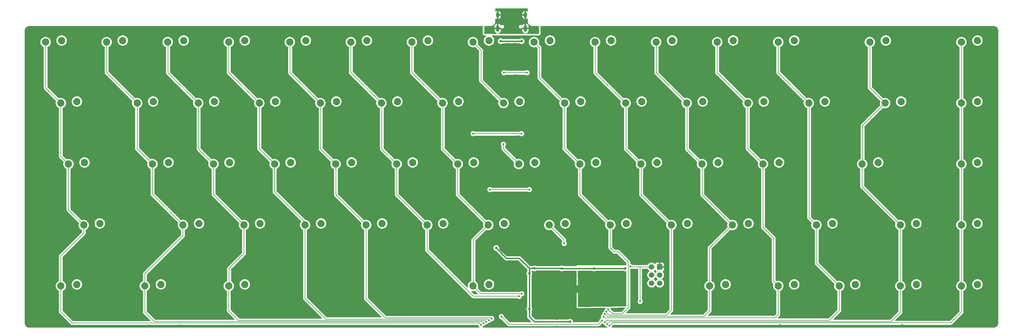
<source format=gbr>
%TF.GenerationSoftware,KiCad,Pcbnew,9.0.3*%
%TF.CreationDate,2025-08-06T18:50:17-07:00*%
%TF.ProjectId,PCB-Keyboard-EDIPO,5043422d-4b65-4796-926f-6172642d4544,rev?*%
%TF.SameCoordinates,Original*%
%TF.FileFunction,Copper,L1,Top*%
%TF.FilePolarity,Positive*%
%FSLAX46Y46*%
G04 Gerber Fmt 4.6, Leading zero omitted, Abs format (unit mm)*
G04 Created by KiCad (PCBNEW 9.0.3) date 2025-08-06 18:50:17*
%MOMM*%
%LPD*%
G01*
G04 APERTURE LIST*
%TA.AperFunction,ComponentPad*%
%ADD10C,2.250000*%
%TD*%
%TA.AperFunction,ComponentPad*%
%ADD11O,1.000000X1.600000*%
%TD*%
%TA.AperFunction,ComponentPad*%
%ADD12O,1.000000X2.100000*%
%TD*%
%TA.AperFunction,ComponentPad*%
%ADD13C,1.700000*%
%TD*%
%TA.AperFunction,ComponentPad*%
%ADD14R,1.700000X1.700000*%
%TD*%
%TA.AperFunction,ViaPad*%
%ADD15C,0.600000*%
%TD*%
%TA.AperFunction,ViaPad*%
%ADD16C,0.800000*%
%TD*%
%TA.AperFunction,Conductor*%
%ADD17C,0.381000*%
%TD*%
%TA.AperFunction,Conductor*%
%ADD18C,0.200000*%
%TD*%
G04 APERTURE END LIST*
D10*
%TO.P,SW45,1,1*%
%TO.N,col0*%
X36395986Y86562236D03*
%TO.P,SW45,2,2*%
%TO.N,Net-(D45-A)*%
X41395986Y87062236D03*
%TD*%
%TO.P,SW58,1,1*%
%TO.N,col14*%
X310239736Y86562236D03*
%TO.P,SW58,2,2*%
%TO.N,Net-(D58-A)*%
X315239736Y87062236D03*
%TD*%
%TO.P,SW49,1,1*%
%TO.N,col4*%
X124502236Y86562236D03*
%TO.P,SW49,2,2*%
%TO.N,Net-(D49-A)*%
X129502236Y87062236D03*
%TD*%
%TO.P,SW17,1,1*%
%TO.N,col1*%
X53064736Y124662236D03*
%TO.P,SW17,2,2*%
%TO.N,Net-(D17-A)*%
X58064736Y125162236D03*
%TD*%
%TO.P,SW35,1,1*%
%TO.N,col4*%
X114977236Y105612236D03*
%TO.P,SW35,2,2*%
%TO.N,Net-(D35-A)*%
X119977236Y106112236D03*
%TD*%
%TO.P,SW47,1,1*%
%TO.N,col2*%
X86402236Y86562236D03*
%TO.P,SW47,2,2*%
%TO.N,Net-(D47-A)*%
X91402236Y87062236D03*
%TD*%
%TO.P,SW53,1,1*%
%TO.N,col8*%
X200702236Y86562236D03*
%TO.P,SW53,2,2*%
%TO.N,Net-(D53-A)*%
X205702236Y87062236D03*
%TD*%
%TO.P,SW48,1,1*%
%TO.N,col3*%
X105452236Y86562236D03*
%TO.P,SW48,2,2*%
%TO.N,Net-(D48-A)*%
X110452236Y87062236D03*
%TD*%
%TO.P,SW57,1,1*%
%TO.N,col13*%
X291189736Y86562236D03*
%TO.P,SW57,2,2*%
%TO.N,Net-(D57-A)*%
X296189736Y87062236D03*
%TD*%
%TO.P,SW65,1,1*%
%TO.N,col12*%
X272139736Y67512236D03*
%TO.P,SW65,2,2*%
%TO.N,Net-(D65-A)*%
X277139736Y68012236D03*
%TD*%
%TO.P,SW24,1,1*%
%TO.N,col8*%
X186414736Y124662236D03*
%TO.P,SW24,2,2*%
%TO.N,Net-(D24-A)*%
X191414736Y125162236D03*
%TD*%
%TO.P,SW9,1,1*%
%TO.N,col8*%
X176889736Y143712236D03*
%TO.P,SW9,2,2*%
%TO.N,Net-(D9-A)*%
X181889736Y144212236D03*
%TD*%
%TO.P,SW28,1,1*%
%TO.N,col12*%
X262614736Y124662236D03*
%TO.P,SW28,2,2*%
%TO.N,Net-(D28-A)*%
X267614736Y125162236D03*
%TD*%
%TO.P,SW12,1,1*%
%TO.N,col11*%
X234039736Y143712236D03*
%TO.P,SW12,2,2*%
%TO.N,Net-(D12-A)*%
X239039736Y144212236D03*
%TD*%
%TO.P,SW6,1,1*%
%TO.N,col5*%
X119739736Y143712236D03*
%TO.P,SW6,2,2*%
%TO.N,Net-(D6-A)*%
X124739736Y144212236D03*
%TD*%
%TO.P,SW66,1,1*%
%TO.N,col13*%
X291189736Y67512236D03*
%TO.P,SW66,2,2*%
%TO.N,Net-(D66-A)*%
X296189736Y68012236D03*
%TD*%
%TO.P,SW60,1,1*%
%TO.N,col1*%
X55445986Y67512236D03*
%TO.P,SW60,2,2*%
%TO.N,Net-(D60-A)*%
X60445986Y68012236D03*
%TD*%
%TO.P,SW30,1,1*%
%TO.N,col14*%
X310239736Y124662236D03*
%TO.P,SW30,2,2*%
%TO.N,Net-(D30-A)*%
X315239736Y125162236D03*
%TD*%
%TO.P,SW10,1,1*%
%TO.N,col9*%
X195939736Y143712236D03*
%TO.P,SW10,2,2*%
%TO.N,Net-(D10-A)*%
X200939736Y144212236D03*
%TD*%
%TO.P,SW31,1,1*%
%TO.N,col0*%
X31633486Y105612236D03*
%TO.P,SW31,2,2*%
%TO.N,Net-(D31-A)*%
X36633486Y106112236D03*
%TD*%
%TO.P,SW38,1,1*%
%TO.N,col7*%
X172127236Y105612236D03*
%TO.P,SW38,2,2*%
%TO.N,Net-(D38-A)*%
X177127236Y106112236D03*
%TD*%
%TO.P,SW67,1,1*%
%TO.N,col14*%
X310239736Y67512236D03*
%TO.P,SW67,2,2*%
%TO.N,Net-(D67-A)*%
X315239736Y68012236D03*
%TD*%
%TO.P,SW59,1,1*%
%TO.N,col0*%
X29252236Y67512236D03*
%TO.P,SW59,2,2*%
%TO.N,Net-(D59-A)*%
X34252236Y68012236D03*
%TD*%
%TO.P,SW8,1,1*%
%TO.N,col7*%
X157839736Y143712236D03*
%TO.P,SW8,2,2*%
%TO.N,Net-(D8-A)*%
X162839736Y144212236D03*
%TD*%
%TO.P,SW11,1,1*%
%TO.N,col10*%
X214989736Y143712236D03*
%TO.P,SW11,2,2*%
%TO.N,Net-(D11-A)*%
X219989736Y144212236D03*
%TD*%
%TO.P,SW15,1,1*%
%TO.N,col14*%
X310239736Y143712236D03*
%TO.P,SW15,2,2*%
%TO.N,Net-(D15-A)*%
X315239736Y144212236D03*
%TD*%
%TO.P,SW4,1,1*%
%TO.N,col3*%
X81639736Y143712236D03*
%TO.P,SW4,2,2*%
%TO.N,Net-(D4-A)*%
X86639736Y144212236D03*
%TD*%
%TO.P,SW52,1,1*%
%TO.N,col7*%
X181652236Y86562236D03*
%TO.P,SW52,2,2*%
%TO.N,Net-(D52-A)*%
X186652236Y87062236D03*
%TD*%
%TO.P,SW43,1,1*%
%TO.N,col13*%
X279283486Y105612236D03*
%TO.P,SW43,2,2*%
%TO.N,Net-(D43-A)*%
X284283486Y106112236D03*
%TD*%
%TO.P,SW41,1,1*%
%TO.N,col10*%
X229277236Y105612236D03*
%TO.P,SW41,2,2*%
%TO.N,Net-(D41-A)*%
X234277236Y106112236D03*
%TD*%
%TO.P,SW27,1,1*%
%TO.N,col11*%
X243564736Y124662236D03*
%TO.P,SW27,2,2*%
%TO.N,Net-(D27-A)*%
X248564736Y125162236D03*
%TD*%
%TO.P,SW64,1,1*%
%TO.N,col11*%
X253089736Y67512236D03*
%TO.P,SW64,2,2*%
%TO.N,Net-(D64-A)*%
X258089736Y68012236D03*
%TD*%
%TO.P,SW29,1,1*%
%TO.N,col13*%
X286427236Y124662236D03*
%TO.P,SW29,2,2*%
%TO.N,Net-(D29-A)*%
X291427236Y125162236D03*
%TD*%
%TO.P,SW61,1,1*%
%TO.N,col2*%
X81639736Y67512236D03*
%TO.P,SW61,2,2*%
%TO.N,Net-(D61-A)*%
X86639736Y68012236D03*
%TD*%
%TO.P,SW20,1,1*%
%TO.N,col4*%
X110214736Y124662236D03*
%TO.P,SW20,2,2*%
%TO.N,Net-(D20-A)*%
X115214736Y125162236D03*
%TD*%
%TO.P,SW22,1,1*%
%TO.N,col6*%
X148314736Y124662236D03*
%TO.P,SW22,2,2*%
%TO.N,Net-(D22-A)*%
X153314736Y125162236D03*
%TD*%
%TO.P,SW32,1,1*%
%TO.N,col1*%
X57827236Y105612236D03*
%TO.P,SW32,2,2*%
%TO.N,Net-(D32-A)*%
X62827236Y106112236D03*
%TD*%
%TO.P,SW26,1,1*%
%TO.N,col10*%
X224514736Y124662236D03*
%TO.P,SW26,2,2*%
%TO.N,Net-(D26-A)*%
X229514736Y125162236D03*
%TD*%
%TO.P,SW19,1,1*%
%TO.N,col3*%
X91164736Y124662236D03*
%TO.P,SW19,2,2*%
%TO.N,Net-(D19-A)*%
X96164736Y125162236D03*
%TD*%
%TO.P,SW5,1,1*%
%TO.N,col4*%
X100689736Y143712236D03*
%TO.P,SW5,2,2*%
%TO.N,Net-(D5-A)*%
X105689736Y144212236D03*
%TD*%
%TO.P,SW23,1,1*%
%TO.N,col7*%
X167364736Y124662236D03*
%TO.P,SW23,2,2*%
%TO.N,Net-(D23-A)*%
X172364736Y125162236D03*
%TD*%
%TO.P,SW50,1,1*%
%TO.N,col5*%
X143552236Y86562236D03*
%TO.P,SW50,2,2*%
%TO.N,Net-(D50-A)*%
X148552236Y87062236D03*
%TD*%
%TO.P,SW13,1,1*%
%TO.N,col12*%
X253089736Y143712236D03*
%TO.P,SW13,2,2*%
%TO.N,Net-(D13-A)*%
X258089736Y144212236D03*
%TD*%
%TO.P,SW18,1,1*%
%TO.N,col2*%
X72114736Y124662236D03*
%TO.P,SW18,2,2*%
%TO.N,Net-(D18-A)*%
X77114736Y125162236D03*
%TD*%
%TO.P,SW2,1,1*%
%TO.N,col1*%
X43539736Y143712236D03*
%TO.P,SW2,2,2*%
%TO.N,Net-(D2-A)*%
X48539736Y144212236D03*
%TD*%
%TO.P,SW1,1,1*%
%TO.N,col0*%
X24489736Y143712236D03*
%TO.P,SW1,2,2*%
%TO.N,Net-(D1-A)*%
X29489736Y144212236D03*
%TD*%
%TO.P,SW34,1,1*%
%TO.N,col3*%
X95927236Y105612236D03*
%TO.P,SW34,2,2*%
%TO.N,Net-(D34-A)*%
X100927236Y106112236D03*
%TD*%
%TO.P,SW54,1,1*%
%TO.N,col9*%
X219752236Y86562236D03*
%TO.P,SW54,2,2*%
%TO.N,Net-(D54-A)*%
X224752236Y87062236D03*
%TD*%
%TO.P,SW40,1,1*%
%TO.N,col9*%
X210227236Y105612236D03*
%TO.P,SW40,2,2*%
%TO.N,Net-(D40-A)*%
X215227236Y106112236D03*
%TD*%
%TO.P,SW56,1,1*%
%TO.N,col12*%
X264995986Y86562236D03*
%TO.P,SW56,2,2*%
%TO.N,Net-(D56-A)*%
X269995986Y87062236D03*
%TD*%
%TO.P,SW37,1,1*%
%TO.N,col6*%
X153077236Y105612236D03*
%TO.P,SW37,2,2*%
%TO.N,Net-(D37-A)*%
X158077236Y106112236D03*
%TD*%
%TO.P,SW63,1,1*%
%TO.N,col10*%
X231658486Y67512236D03*
%TO.P,SW63,2,2*%
%TO.N,Net-(D63-A)*%
X236658486Y68012236D03*
%TD*%
%TO.P,SW25,1,1*%
%TO.N,col9*%
X205464736Y124662236D03*
%TO.P,SW25,2,2*%
%TO.N,Net-(D25-A)*%
X210464736Y125162236D03*
%TD*%
%TO.P,SW62,1,1*%
%TO.N,col6*%
X157839736Y67512236D03*
%TO.P,SW62,2,2*%
%TO.N,Net-(D62-A)*%
X162839736Y68012236D03*
%TD*%
%TO.P,SW42,1,1*%
%TO.N,col11*%
X248327236Y105612236D03*
%TO.P,SW42,2,2*%
%TO.N,Net-(D42-A)*%
X253327236Y106112236D03*
%TD*%
%TO.P,SW16,1,1*%
%TO.N,col0*%
X29252236Y124662236D03*
%TO.P,SW16,2,2*%
%TO.N,Net-(D16-A)*%
X34252236Y125162236D03*
%TD*%
%TO.P,SW39,1,1*%
%TO.N,col8*%
X191177236Y105612236D03*
%TO.P,SW39,2,2*%
%TO.N,Net-(D39-A)*%
X196177236Y106112236D03*
%TD*%
%TO.P,SW3,1,1*%
%TO.N,col2*%
X62589736Y143712236D03*
%TO.P,SW3,2,2*%
%TO.N,Net-(D3-A)*%
X67589736Y144212236D03*
%TD*%
%TO.P,SW33,1,1*%
%TO.N,col2*%
X76877236Y105612236D03*
%TO.P,SW33,2,2*%
%TO.N,Net-(D33-A)*%
X81877236Y106112236D03*
%TD*%
%TO.P,SW7,1,1*%
%TO.N,col6*%
X138789736Y143712236D03*
%TO.P,SW7,2,2*%
%TO.N,Net-(D7-A)*%
X143789736Y144212236D03*
%TD*%
%TO.P,SW36,1,1*%
%TO.N,col5*%
X134027236Y105612236D03*
%TO.P,SW36,2,2*%
%TO.N,Net-(D36-A)*%
X139027236Y106112236D03*
%TD*%
%TO.P,SW21,1,1*%
%TO.N,col5*%
X129264736Y124662236D03*
%TO.P,SW21,2,2*%
%TO.N,Net-(D21-A)*%
X134264736Y125162236D03*
%TD*%
%TO.P,SW46,1,1*%
%TO.N,col1*%
X67352236Y86562236D03*
%TO.P,SW46,2,2*%
%TO.N,Net-(D46-A)*%
X72352236Y87062236D03*
%TD*%
%TO.P,SW51,1,1*%
%TO.N,col6*%
X162602236Y86562236D03*
%TO.P,SW51,2,2*%
%TO.N,Net-(D51-A)*%
X167602236Y87062236D03*
%TD*%
%TO.P,SW44,1,1*%
%TO.N,col14*%
X310239736Y105612236D03*
%TO.P,SW44,2,2*%
%TO.N,Net-(D44-A)*%
X315239736Y106112236D03*
%TD*%
%TO.P,SW55,1,1*%
%TO.N,col10*%
X238802236Y86562236D03*
%TO.P,SW55,2,2*%
%TO.N,Net-(D55-A)*%
X243802236Y87062236D03*
%TD*%
%TO.P,SW14,1,1*%
%TO.N,col13*%
X281664736Y143712236D03*
%TO.P,SW14,2,2*%
%TO.N,Net-(D14-A)*%
X286664736Y144212236D03*
%TD*%
D11*
%TO.P,USB1,13,SHIELD*%
%TO.N,Earth*%
X165542736Y152187436D03*
D12*
X165542736Y148007436D03*
D11*
X174182736Y152187436D03*
D12*
X174182736Y148007436D03*
%TD*%
D13*
%TO.P,J1,1,MISO*%
%TO.N,MISO*%
X213560000Y68400000D03*
%TO.P,J1,2,VCC*%
%TO.N,+5V*%
X216100000Y68400000D03*
%TO.P,J1,3,SCK*%
%TO.N,SCK*%
X213560000Y70940000D03*
%TO.P,J1,4,MOSI*%
%TO.N,MOSI*%
X216100000Y70940000D03*
%TO.P,J1,5,~{RST}*%
%TO.N,RESET*%
X213560000Y73480000D03*
D14*
%TO.P,J1,6,GND*%
%TO.N,GND*%
X216100000Y73480000D03*
%TD*%
D15*
%TO.N,GND*%
X172102236Y87562236D03*
D16*
%TO.N,Earth*%
X167481250Y153193750D03*
X172243750Y153175000D03*
X169862736Y150202436D03*
%TO.N,GND*%
X166350000Y130575000D03*
D15*
X166339736Y132712236D03*
%TO.N,row0*%
X167481250Y134143750D03*
%TO.N,row1*%
X173000000Y115100000D03*
X157900000Y115100000D03*
D16*
%TO.N,GND*%
X182000000Y147200000D03*
D15*
X178593750Y145256250D03*
X174625000Y145256250D03*
X165100000Y145256250D03*
X171750000Y135000000D03*
%TO.N,Earth*%
X175800000Y147200000D03*
%TO.N,GND*%
X175550000Y83000000D03*
X291760000Y55360000D03*
X183960000Y54860000D03*
X164550000Y116500000D03*
X70800000Y84785686D03*
D16*
%TO.N,Earth*%
X163200000Y148000000D03*
D15*
%TO.N,GND*%
X88800000Y102785686D03*
X214800000Y84785686D03*
X159200000Y113650000D03*
X178800000Y120785686D03*
X169500000Y106800000D03*
X164550000Y113600000D03*
X286800000Y138785686D03*
X268800000Y84785686D03*
X34800000Y84785686D03*
X168700000Y140150000D03*
X232800000Y138785686D03*
X160900000Y145350000D03*
X268800000Y102785686D03*
X168500000Y116550000D03*
X124800000Y102785686D03*
X182000000Y80450000D03*
X171525000Y113675000D03*
X304800000Y102785686D03*
X168500000Y113650000D03*
D16*
X171450000Y131762500D03*
D15*
X167350000Y136050000D03*
X70800000Y102785686D03*
X173850000Y99250000D03*
X250800000Y138785686D03*
X253630000Y55390000D03*
X160800000Y66785686D03*
X286800000Y84785686D03*
X166800000Y109050000D03*
X164300000Y99200000D03*
X142800000Y102785686D03*
X232800000Y102785686D03*
X106800000Y120785686D03*
X142800000Y120785686D03*
X182000000Y83000000D03*
X124770000Y54790000D03*
X52800000Y66785686D03*
X88800000Y84785686D03*
X167000000Y96300000D03*
X173500000Y135100000D03*
X173850000Y96350000D03*
X173500000Y133150000D03*
X106800000Y66785686D03*
X196800000Y102785686D03*
X52800000Y102785686D03*
D16*
X205250000Y67460000D03*
D15*
X159200000Y116550000D03*
X34800000Y120785686D03*
X160900000Y106350000D03*
X124800000Y138785686D03*
X232800000Y84785686D03*
X286800000Y120785686D03*
X171940000Y58720000D03*
X250800000Y102785686D03*
X304800000Y84785686D03*
X171525000Y116575000D03*
D16*
X203100000Y76293750D03*
X205200000Y64300000D03*
D15*
X170150000Y96350000D03*
X170150000Y99250000D03*
X268800000Y138785686D03*
X70800000Y66785686D03*
X170950000Y143200000D03*
X170850000Y108150000D03*
X163150000Y104050000D03*
X165625000Y105975000D03*
X164300000Y96300000D03*
X163375000Y108275000D03*
X304800000Y66785686D03*
X214800000Y102785686D03*
X203140000Y59860000D03*
X214800000Y120785686D03*
X304800000Y138785686D03*
X88800000Y120785686D03*
X171150000Y133400000D03*
D16*
X166200000Y80168750D03*
X180975000Y76993750D03*
D15*
X175550000Y80450000D03*
X66580000Y55220000D03*
X194390000Y56870000D03*
X142800000Y66785686D03*
D16*
X164850000Y131750000D03*
D15*
X142800000Y138785686D03*
X170950000Y140150000D03*
X268800000Y66785686D03*
X167950000Y132550000D03*
X196800000Y84785686D03*
X34800000Y138785686D03*
X167000000Y99200000D03*
X196800000Y120785686D03*
X250800000Y66785686D03*
X106800000Y102785686D03*
X168700000Y143200000D03*
X183930000Y57120000D03*
D16*
X194620000Y66330000D03*
D15*
X168500000Y110650000D03*
X304800000Y120785686D03*
X70800000Y120785686D03*
X286800000Y66785686D03*
D16*
X175418750Y76993750D03*
D15*
X124800000Y120785686D03*
X52800000Y84785686D03*
D16*
%TO.N,+5V*%
X185500000Y73000000D03*
X177006250Y73025000D03*
X175418750Y60325000D03*
X205300000Y73000000D03*
X195568750Y73000000D03*
X175418750Y71437500D03*
X165100000Y79375000D03*
X188118750Y56356250D03*
D15*
%TO.N,row0*%
X174700000Y134150000D03*
%TO.N,row2*%
X175418750Y97631250D03*
X163100000Y97631250D03*
%TO.N,row4*%
X166687500Y57943750D03*
X198100000Y56700000D03*
D16*
%TO.N,VCC*%
X173000000Y144000000D03*
X166500000Y144000000D03*
D15*
%TO.N,RESET*%
X206900000Y73617273D03*
X210000000Y62700000D03*
%TO.N,col0*%
X160337939Y55341125D03*
%TO.N,col1*%
X161100000Y55900000D03*
%TO.N,col2*%
X161925000Y56356250D03*
%TO.N,col3*%
X162800000Y56800000D03*
%TO.N,col4*%
X163700000Y57343750D03*
%TO.N,col5*%
X172243750Y64293750D03*
%TO.N,col6*%
X173037500Y65087500D03*
%TO.N,col7*%
X167350000Y111800000D03*
X186300000Y80800000D03*
%TO.N,col8*%
X200012149Y60214579D03*
%TO.N,col9*%
X199500000Y59600000D03*
%TO.N,col10*%
X199000000Y58800000D03*
%TO.N,col11*%
X198600000Y58000000D03*
%TO.N,col12*%
X199000000Y56200000D03*
%TO.N,col13*%
X199700000Y55600000D03*
%TO.N,col14*%
X200400000Y55100000D03*
%TD*%
D17*
%TO.N,GND*%
X166675000Y131750000D02*
X171437500Y131750000D01*
D18*
%TO.N,row0*%
X174693750Y134143750D02*
X174700000Y134150000D01*
X167481250Y134143750D02*
X174693750Y134143750D01*
%TO.N,row1*%
X173000000Y115100000D02*
X171456250Y115100000D01*
X157900000Y115100000D02*
X157906250Y115093750D01*
X171450000Y115093750D02*
X171456250Y115100000D01*
X157906250Y115093750D02*
X171450000Y115093750D01*
D17*
%TO.N,GND*%
X203100000Y76293750D02*
X181675000Y76293750D01*
X171437500Y131750000D02*
X171450000Y131762500D01*
D18*
X181800000Y82650000D02*
X181800000Y82700000D01*
D17*
X175418750Y76993750D02*
X168304322Y76993750D01*
X168304322Y76993750D02*
X166224036Y79074036D01*
X164850000Y131750000D02*
X166675000Y131750000D01*
X166224036Y80144714D02*
X166200000Y80168750D01*
X180975000Y76993750D02*
X175418750Y76993750D01*
X166224036Y79074036D02*
X166224036Y80144714D01*
X181675000Y76293750D02*
X180975000Y76993750D01*
%TO.N,+5V*%
X195568750Y73000000D02*
X205300000Y73000000D01*
X185500000Y73000000D02*
X195568750Y73000000D01*
X177006250Y56356250D02*
X175418750Y57943750D01*
X175418750Y57943750D02*
X175418750Y60325000D01*
X168275000Y76200000D02*
X172243750Y76200000D01*
X175418750Y60325000D02*
X175418750Y71437500D01*
X177006250Y73025000D02*
X185475000Y73025000D01*
X175418750Y71437500D02*
X175418750Y73025000D01*
X165100000Y79375000D02*
X168275000Y76200000D01*
X172243750Y76200000D02*
X175418750Y73025000D01*
X175418750Y73025000D02*
X177006250Y73025000D01*
X188118750Y56356250D02*
X177006250Y56356250D01*
X185475000Y73025000D02*
X185500000Y73000000D01*
D18*
%TO.N,row2*%
X163100000Y97631250D02*
X175418750Y97631250D01*
%TO.N,row4*%
X166687500Y57943750D02*
X169068750Y55562500D01*
X196962500Y55562500D02*
X198100000Y56700000D01*
X188912500Y55562500D02*
X196962500Y55562500D01*
X169068750Y55562500D02*
X188912500Y55562500D01*
D17*
%TO.N,VCC*%
X166500000Y144000000D02*
X173000000Y144000000D01*
D18*
%TO.N,RESET*%
X213560000Y73480000D02*
X210380000Y73480000D01*
X206900000Y73617273D02*
X207037273Y73480000D01*
X210000000Y62700000D02*
X210000000Y73480000D01*
X210000000Y73480000D02*
X210380000Y73480000D01*
X207037273Y73480000D02*
X210000000Y73480000D01*
%TO.N,col0*%
X36395986Y84020986D02*
X29252236Y76877236D01*
X31633486Y91324736D02*
X36395986Y86562236D01*
X29252236Y107993486D02*
X31633486Y105612236D01*
X32764000Y55936000D02*
X29252236Y59447764D01*
X36395986Y86562236D02*
X36395986Y84020986D01*
X24606250Y129381250D02*
X24606250Y129308222D01*
X29252236Y59447764D02*
X29252236Y67512236D01*
X24606250Y129308222D02*
X29252236Y124662236D01*
X31633486Y105612236D02*
X31633486Y91324736D01*
X160337939Y55341125D02*
X159743064Y55936000D01*
X24489736Y129497764D02*
X24606250Y129381250D01*
X29252236Y76877236D02*
X29252236Y67512236D01*
X24489736Y143712236D02*
X24489736Y129497764D01*
X29252236Y124662236D02*
X29252236Y107993486D01*
X159743064Y55936000D02*
X32764000Y55936000D01*
%TO.N,col1*%
X58463000Y56337000D02*
X160663000Y56337000D01*
X160663000Y56337000D02*
X161100000Y55900000D01*
X55445986Y59354014D02*
X58463000Y56337000D01*
X67352236Y83227236D02*
X55445986Y71320986D01*
X55445986Y71320986D02*
X55445986Y67512236D01*
X57827236Y96160264D02*
X67352236Y86635264D01*
X67352236Y86562236D02*
X67352236Y83227236D01*
X43539736Y134187236D02*
X53064736Y124662236D01*
X43539736Y143712236D02*
X43539736Y134187236D01*
X55445986Y67512236D02*
X55445986Y59354014D01*
X53064736Y124662236D02*
X53064736Y110374736D01*
X53064736Y110374736D02*
X57827236Y105612236D01*
X57827236Y105612236D02*
X57827236Y96160264D01*
X67352236Y86635264D02*
X67352236Y86562236D01*
%TO.N,col2*%
X161543250Y56738000D02*
X84701736Y56738000D01*
X62706250Y143595722D02*
X62706250Y134070722D01*
X76877236Y96087236D02*
X86402236Y86562236D01*
X62589736Y143712236D02*
X62706250Y143595722D01*
X161925000Y56356250D02*
X161543250Y56738000D01*
X86402236Y77670986D02*
X81756250Y73025000D01*
X81639736Y59800000D02*
X81639736Y67512236D01*
X84701736Y56738000D02*
X81639736Y59800000D01*
X72114736Y124662236D02*
X72231250Y124545722D01*
X76877236Y105612236D02*
X76877236Y96087236D01*
X86402236Y86562236D02*
X86402236Y77670986D01*
X72231250Y110258222D02*
X76877236Y105612236D01*
X81756250Y67628750D02*
X81639736Y67512236D01*
X81756250Y73025000D02*
X81756250Y67628750D01*
X62706250Y134070722D02*
X72114736Y124662236D01*
X72231250Y124545722D02*
X72231250Y110258222D01*
%TO.N,col3*%
X105452236Y63616514D02*
X111929750Y57139000D01*
X162461000Y57139000D02*
X162800000Y56800000D01*
X81639736Y143712236D02*
X81639736Y134187236D01*
X81639736Y134187236D02*
X91164736Y124662236D01*
X105452236Y86562236D02*
X105452236Y63616514D01*
X95927236Y96954014D02*
X105452236Y87429014D01*
X91164736Y124662236D02*
X91164736Y110374736D01*
X105452236Y87429014D02*
X105452236Y86562236D01*
X111929750Y57139000D02*
X162461000Y57139000D01*
X95927236Y105612236D02*
X95927236Y96954014D01*
X91164736Y110374736D02*
X95927236Y105612236D01*
%TO.N,col4*%
X100689736Y143712236D02*
X100762764Y143712236D01*
X163503750Y57540000D02*
X130462236Y57540000D01*
X110331250Y110258222D02*
X114977236Y105612236D01*
X110331250Y124545722D02*
X110331250Y110258222D01*
X130462236Y57540000D02*
X124502236Y63500000D01*
X115093750Y105495722D02*
X114977236Y105612236D01*
X100806250Y134070722D02*
X110214736Y124662236D01*
X163700000Y57343750D02*
X163503750Y57540000D01*
X124502236Y63500000D02*
X124502236Y86562236D01*
X110214736Y124662236D02*
X110331250Y124545722D01*
X100806250Y143668750D02*
X100806250Y134070722D01*
X124502236Y86562236D02*
X115093750Y95970722D01*
X100762764Y143712236D02*
X100806250Y143668750D01*
X115093750Y95970722D02*
X115093750Y105495722D01*
%TO.N,col5*%
X134027236Y96087236D02*
X143552236Y86562236D01*
X172243750Y64293750D02*
X157956250Y64293750D01*
X129381250Y124545722D02*
X129264736Y124662236D01*
X143552236Y78697764D02*
X143552236Y86562236D01*
X157956250Y64293750D02*
X143552236Y78697764D01*
X119739736Y143712236D02*
X119739736Y134187236D01*
X119739736Y134187236D02*
X129264736Y124662236D01*
X134027236Y105612236D02*
X129381250Y110258222D01*
X129381250Y110258222D02*
X129381250Y124545722D01*
X134027236Y105612236D02*
X134027236Y96087236D01*
%TO.N,col6*%
X153077236Y105612236D02*
X148431250Y110258222D01*
X153077236Y96087236D02*
X153077236Y105612236D01*
X173037500Y65087500D02*
X160264472Y65087500D01*
X160264472Y65087500D02*
X157839736Y67512236D01*
X138789736Y143712236D02*
X138789736Y134187236D01*
X157956250Y67628750D02*
X157839736Y67512236D01*
X162602236Y86562236D02*
X153077236Y96087236D01*
X157956250Y81916250D02*
X157956250Y67628750D01*
X148431250Y124545722D02*
X148314736Y124662236D01*
X148431250Y110258222D02*
X148431250Y124545722D01*
X162602236Y86562236D02*
X157956250Y81916250D01*
X138789736Y134187236D02*
X148314736Y124662236D01*
%TO.N,col7*%
X186300000Y80800000D02*
X186300000Y81914472D01*
X157839736Y143712236D02*
X160337500Y141214472D01*
X186300000Y81914472D02*
X181652236Y86562236D01*
X160337500Y141214472D02*
X160337500Y131689472D01*
X172127236Y105612236D02*
X167350000Y110389472D01*
X167350000Y110389472D02*
X167350000Y111800000D01*
X160337500Y131689472D02*
X167364736Y124662236D01*
%TO.N,col8*%
X200702236Y79397764D02*
X200900000Y79200000D01*
X178593750Y132483222D02*
X186414736Y124662236D01*
X176889736Y143712236D02*
X178593750Y142008222D01*
X203100000Y78200000D02*
X201900000Y78200000D01*
X186414736Y110374736D02*
X191177236Y105612236D01*
X206300000Y60700000D02*
X204403000Y58803000D01*
X200702236Y86562236D02*
X200702236Y79397764D01*
X178593750Y142008222D02*
X178593750Y132483222D01*
X186414736Y124662236D02*
X186414736Y110374736D01*
X201900000Y78200000D02*
X200900000Y79200000D01*
X206300000Y75000000D02*
X203100000Y78200000D01*
X191177236Y105612236D02*
X191177236Y96087236D01*
X191177236Y96087236D02*
X200702236Y86562236D01*
X204403000Y58803000D02*
X201423728Y58803000D01*
X201423728Y58803000D02*
X200012149Y60214579D01*
X206300000Y75000000D02*
X206300000Y60700000D01*
%TO.N,col9*%
X219752236Y86562236D02*
X219752236Y59952236D01*
X205581250Y124545722D02*
X205464736Y124662236D01*
X195939736Y143712236D02*
X196056250Y143595722D01*
X219752236Y86562236D02*
X210343750Y95970722D01*
X210227236Y105612236D02*
X205581250Y110258222D01*
X196056250Y134070722D02*
X205464736Y124662236D01*
X210343750Y105495722D02*
X210227236Y105612236D01*
X200298000Y58402000D02*
X199500000Y59200000D01*
X205581250Y110258222D02*
X205581250Y124545722D01*
X210343750Y95970722D02*
X210343750Y105495722D01*
X218202000Y58402000D02*
X200298000Y58402000D01*
X199500000Y59200000D02*
X199500000Y59600000D01*
X219752236Y59952236D02*
X218202000Y58402000D01*
X196056250Y143595722D02*
X196056250Y134070722D01*
%TO.N,col10*%
X238802236Y86562236D02*
X229393750Y95970722D01*
X229393750Y105495722D02*
X229277236Y105612236D01*
X231658486Y79418486D02*
X238802236Y86562236D01*
X231658486Y67512236D02*
X231658486Y79418486D01*
X229901000Y58001000D02*
X199799000Y58001000D01*
X229277236Y105612236D02*
X224631250Y110258222D01*
X231658486Y67512236D02*
X231658486Y59758486D01*
X214989736Y143712236D02*
X215106250Y143595722D01*
X224631250Y124545722D02*
X224514736Y124662236D01*
X224631250Y110258222D02*
X224631250Y124545722D01*
X231658486Y59758486D02*
X229901000Y58001000D01*
X229393750Y95970722D02*
X229393750Y105495722D01*
X215106250Y143595722D02*
X215106250Y134070722D01*
X199799000Y58001000D02*
X199000000Y58800000D01*
X215106250Y134070722D02*
X224514736Y124662236D01*
%TO.N,col11*%
X234039736Y134187236D02*
X243564736Y124662236D01*
X248327236Y105612236D02*
X243564736Y110374736D01*
X251618750Y68983222D02*
X253089736Y67512236D01*
X248327236Y85841514D02*
X251618750Y82550000D01*
X199000000Y57600000D02*
X198600000Y58000000D01*
X253089736Y67512236D02*
X253089736Y58589736D01*
X243564736Y110374736D02*
X243564736Y124662236D01*
X248327236Y105612236D02*
X248327236Y85841514D01*
X234039736Y143712236D02*
X234039736Y134187236D01*
X251618750Y82550000D02*
X251618750Y68983222D01*
X253089736Y58589736D02*
X252100000Y57600000D01*
X252100000Y57600000D02*
X199000000Y57600000D01*
%TO.N,col12*%
X265112500Y86445722D02*
X265112500Y74539472D01*
X253089736Y143712236D02*
X253089736Y134187236D01*
X262731250Y124545722D02*
X262731250Y88826972D01*
X269099000Y56800000D02*
X199600000Y56800000D01*
X262614736Y124662236D02*
X262731250Y124545722D01*
X272139736Y67512236D02*
X272139736Y59840736D01*
X264995986Y86562236D02*
X265112500Y86445722D01*
X262731250Y88826972D02*
X264995986Y86562236D01*
X199600000Y56800000D02*
X199000000Y56200000D01*
X253089736Y134187236D02*
X262614736Y124662236D01*
X265112500Y74539472D02*
X272139736Y67512236D01*
X272139736Y59840736D02*
X269099000Y56800000D01*
%TO.N,col13*%
X279400000Y117635000D02*
X279400000Y105728750D01*
X291189736Y59288736D02*
X288300000Y56399000D01*
X291189736Y86635264D02*
X291189736Y86562236D01*
X288300000Y56399000D02*
X288299000Y56400000D01*
X281664736Y143712236D02*
X281664736Y129424736D01*
X281664736Y129424736D02*
X286427236Y124662236D01*
X279400000Y105728750D02*
X279283486Y105612236D01*
X291189736Y67512236D02*
X291189736Y59288736D01*
X286427236Y124662236D02*
X279400000Y117635000D01*
X279283486Y98541514D02*
X291189736Y86635264D01*
X215100000Y56400000D02*
X215099000Y56399000D01*
X215099000Y56399000D02*
X200499000Y56399000D01*
X288299000Y56400000D02*
X215100000Y56400000D01*
X200499000Y56399000D02*
X199700000Y55600000D01*
X279283486Y105612236D02*
X279283486Y98541514D01*
X291189736Y86562236D02*
X291189736Y67512236D01*
%TO.N,col14*%
X310239736Y59339736D02*
X306898000Y55998000D01*
X310239736Y67512236D02*
X310239736Y59339736D01*
X200500000Y55100000D02*
X200400000Y55100000D01*
X310239736Y143712236D02*
X310239736Y124662236D01*
X310239736Y124662236D02*
X310239736Y105612236D01*
X310239736Y124662236D02*
X310239736Y67512236D01*
X201398000Y55998000D02*
X200500000Y55100000D01*
X306898000Y55998000D02*
X201398000Y55998000D01*
X310239736Y124662236D02*
X310239736Y86562236D01*
%TD*%
%TA.AperFunction,Conductor*%
%TO.N,GND*%
G36*
X195011471Y72289315D02*
G01*
X195013323Y72288102D01*
X195142196Y72201990D01*
X195142209Y72201983D01*
X195306082Y72134106D01*
X195306091Y72134103D01*
X195480054Y72099500D01*
X195480059Y72099500D01*
X195657445Y72099500D01*
X195831408Y72134103D01*
X195831417Y72134106D01*
X195995290Y72201983D01*
X195995303Y72201990D01*
X196124177Y72288102D01*
X196190854Y72308980D01*
X196193068Y72309000D01*
X204675682Y72309000D01*
X204742721Y72289315D01*
X204744573Y72288102D01*
X204873446Y72201990D01*
X204873459Y72201983D01*
X205037332Y72134106D01*
X205037341Y72134103D01*
X205211304Y72099500D01*
X205211309Y72099500D01*
X205388695Y72099500D01*
X205551309Y72131846D01*
X205620900Y72125619D01*
X205676078Y72082756D01*
X205699322Y72016866D01*
X205699500Y72010229D01*
X205699500Y61234203D01*
X205679815Y61167164D01*
X205627011Y61121409D01*
X205576833Y61110211D01*
X190725323Y60951340D01*
X190658080Y60970306D01*
X190611763Y61022618D01*
X190600000Y61075333D01*
X190600000Y65350000D01*
X190200000Y65350000D01*
X190200000Y67750000D01*
X190600000Y67750000D01*
X190526954Y72182958D01*
X190545531Y72250312D01*
X190597574Y72296930D01*
X190650937Y72309000D01*
X194944432Y72309000D01*
X195011471Y72289315D01*
G37*
%TD.AperFunction*%
%TD*%
%TA.AperFunction,Conductor*%
%TO.N,GND*%
G36*
X160806289Y148715601D02*
G01*
X160852044Y148662797D01*
X160863250Y148611286D01*
X160863250Y148557355D01*
X160863250Y147251936D01*
X160863250Y146399000D01*
X160863250Y146398991D01*
X160863251Y146398990D01*
X160874802Y146291549D01*
X160874804Y146291537D01*
X160886010Y146240027D01*
X160920133Y146137502D01*
X160920136Y146137496D01*
X160997921Y146016462D01*
X160997929Y146016451D01*
X161043673Y145963659D01*
X161152414Y145869433D01*
X161152418Y145869430D01*
X161283284Y145809664D01*
X161350332Y145789976D01*
X161445278Y145776325D01*
X161492750Y145769500D01*
X161836028Y145769500D01*
X161903067Y145749815D01*
X161948822Y145697011D01*
X161958766Y145627853D01*
X161929741Y145564297D01*
X161908913Y145545182D01*
X161780799Y145452103D01*
X161599872Y145271176D01*
X161599868Y145271171D01*
X161449486Y145064186D01*
X161333325Y144836211D01*
X161333324Y144836208D01*
X161254262Y144592876D01*
X161214236Y144340165D01*
X161214236Y144084306D01*
X161254262Y143831595D01*
X161333324Y143588263D01*
X161333325Y143588260D01*
X161449486Y143360285D01*
X161599868Y143153300D01*
X161599872Y143153295D01*
X161780795Y142972372D01*
X161780800Y142972368D01*
X161987785Y142821986D01*
X162215760Y142705825D01*
X162215763Y142705824D01*
X162459095Y142626762D01*
X162627569Y142600078D01*
X162711806Y142586736D01*
X162711807Y142586736D01*
X162967665Y142586736D01*
X162967666Y142586736D01*
X163094020Y142606749D01*
X163220376Y142626762D01*
X163463708Y142705824D01*
X163463711Y142705825D01*
X163618646Y142784769D01*
X163691683Y142821984D01*
X163691686Y142821986D01*
X163898671Y142972368D01*
X163898676Y142972372D01*
X164079599Y143153295D01*
X164079603Y143153300D01*
X164229985Y143360285D01*
X164229988Y143360289D01*
X164305921Y143509316D01*
X164346146Y143588260D01*
X164346147Y143588263D01*
X164394585Y143737341D01*
X164425210Y143831597D01*
X164465236Y144084306D01*
X164465236Y144088695D01*
X165599500Y144088695D01*
X165599500Y143911304D01*
X165634103Y143737341D01*
X165634106Y143737332D01*
X165701983Y143573459D01*
X165701990Y143573446D01*
X165800535Y143425965D01*
X165800538Y143425961D01*
X165925961Y143300538D01*
X165925965Y143300535D01*
X166073446Y143201990D01*
X166073459Y143201983D01*
X166237332Y143134106D01*
X166237341Y143134103D01*
X166411304Y143099500D01*
X166411309Y143099500D01*
X166588695Y143099500D01*
X166762658Y143134103D01*
X166762667Y143134106D01*
X166926540Y143201983D01*
X166926553Y143201990D01*
X167055427Y143288102D01*
X167122104Y143308980D01*
X167124318Y143309000D01*
X172375682Y143309000D01*
X172442721Y143289315D01*
X172444573Y143288102D01*
X172573446Y143201990D01*
X172573459Y143201983D01*
X172737332Y143134106D01*
X172737341Y143134103D01*
X172911304Y143099500D01*
X172911309Y143099500D01*
X173088695Y143099500D01*
X173262658Y143134103D01*
X173262667Y143134106D01*
X173426540Y143201983D01*
X173426553Y143201990D01*
X173574034Y143300535D01*
X173574038Y143300538D01*
X173699461Y143425961D01*
X173699464Y143425965D01*
X173798009Y143573446D01*
X173798016Y143573459D01*
X173865893Y143737332D01*
X173865896Y143737341D01*
X173900499Y143911304D01*
X173900500Y143911306D01*
X173900500Y144088693D01*
X173900499Y144088695D01*
X173899667Y144092876D01*
X173865894Y144262666D01*
X173798013Y144426547D01*
X173699464Y144574035D01*
X173574035Y144699464D01*
X173426547Y144798013D01*
X173262666Y144865894D01*
X173262661Y144865894D01*
X173262658Y144865896D01*
X173088694Y144900500D01*
X173088691Y144900500D01*
X172911309Y144900500D01*
X172911306Y144900500D01*
X172737341Y144865896D01*
X172737336Y144865894D01*
X172737334Y144865894D01*
X172737332Y144865893D01*
X172573459Y144798016D01*
X172573446Y144798009D01*
X172444573Y144711898D01*
X172377896Y144691020D01*
X172375682Y144691000D01*
X167124318Y144691000D01*
X167057279Y144710685D01*
X167055427Y144711898D01*
X166926553Y144798009D01*
X166926552Y144798009D01*
X166926547Y144798013D01*
X166762666Y144865894D01*
X166762661Y144865894D01*
X166762658Y144865896D01*
X166588694Y144900500D01*
X166588691Y144900500D01*
X166411309Y144900500D01*
X166411306Y144900500D01*
X166237341Y144865896D01*
X166237336Y144865894D01*
X166237334Y144865894D01*
X166237332Y144865893D01*
X166073459Y144798016D01*
X166073446Y144798009D01*
X165925965Y144699464D01*
X165925961Y144699461D01*
X165800538Y144574038D01*
X165800535Y144574034D01*
X165701990Y144426553D01*
X165701983Y144426540D01*
X165634106Y144262667D01*
X165634103Y144262658D01*
X165599500Y144088695D01*
X164465236Y144088695D01*
X164465236Y144340166D01*
X164425210Y144592875D01*
X164346146Y144836211D01*
X164229988Y145064183D01*
X164079598Y145271178D01*
X163898678Y145452098D01*
X163898674Y145452100D01*
X163898672Y145452103D01*
X163770559Y145545182D01*
X163727893Y145600511D01*
X163721914Y145670125D01*
X163754519Y145731920D01*
X163815358Y145766277D01*
X163843444Y145769500D01*
X165160866Y145769500D01*
X165160872Y145769500D01*
X165160876Y145769500D01*
X165160885Y145769501D01*
X165277120Y145783048D01*
X165277121Y145783048D01*
X165332623Y145796163D01*
X165415918Y145826387D01*
X165442651Y145836087D01*
X165442653Y145836088D01*
X165469810Y145854943D01*
X165536105Y145877007D01*
X165592041Y145865880D01*
X165715134Y145809664D01*
X165782182Y145789976D01*
X165877128Y145776325D01*
X165924600Y145769500D01*
X165924601Y145769500D01*
X173800866Y145769500D01*
X173800872Y145769500D01*
X173800876Y145769500D01*
X173800885Y145769501D01*
X173917120Y145783048D01*
X173917121Y145783048D01*
X173972623Y145796163D01*
X174055918Y145826387D01*
X174082651Y145836087D01*
X174082653Y145836088D01*
X174109810Y145854943D01*
X174176105Y145877007D01*
X174232041Y145865880D01*
X174355134Y145809664D01*
X174422182Y145789976D01*
X174517128Y145776325D01*
X174564600Y145769500D01*
X174564601Y145769500D01*
X178275990Y145769500D01*
X178276000Y145769500D01*
X178284990Y145770466D01*
X178383450Y145781052D01*
X178383462Y145781054D01*
X178434972Y145792260D01*
X178537497Y145826383D01*
X178537503Y145826386D01*
X178658537Y145904171D01*
X178658548Y145904179D01*
X178711340Y145949923D01*
X178711343Y145949926D01*
X178711347Y145949930D01*
X178805567Y146058664D01*
X178865338Y146189541D01*
X178885023Y146256580D01*
X178885024Y146256584D01*
X178905500Y146399000D01*
X178905500Y148611286D01*
X178925185Y148678325D01*
X178977989Y148724080D01*
X179029500Y148735286D01*
X320187289Y148735286D01*
X320194893Y148735285D01*
X320194897Y148735285D01*
X320224906Y148735285D01*
X320256366Y148735285D01*
X320256366Y148735284D01*
X320265209Y148734969D01*
X320465345Y148720657D01*
X320482858Y148718139D01*
X320674580Y148676433D01*
X320691555Y148671449D01*
X320875396Y148602881D01*
X320891490Y148595531D01*
X321063699Y148501498D01*
X321078582Y148491933D01*
X321235654Y148374351D01*
X321249025Y148362765D01*
X321387765Y148224025D01*
X321399351Y148210654D01*
X321516933Y148053582D01*
X321526498Y148038699D01*
X321620531Y147866490D01*
X321627881Y147850396D01*
X321696449Y147666555D01*
X321701432Y147649583D01*
X321701433Y147649580D01*
X321743139Y147457858D01*
X321745657Y147440345D01*
X321759969Y147240209D01*
X321760285Y147231364D01*
X321760285Y147162304D01*
X321760286Y147162286D01*
X321760286Y56061610D01*
X321760285Y56061607D01*
X321760285Y56051739D01*
X321760285Y56032031D01*
X321760285Y56000140D01*
X321759969Y55991295D01*
X321745658Y55791168D01*
X321743141Y55773657D01*
X321701435Y55581925D01*
X321696450Y55564949D01*
X321627888Y55381121D01*
X321620539Y55365028D01*
X321526511Y55192821D01*
X321516946Y55177937D01*
X321399369Y55020867D01*
X321387784Y55007497D01*
X321249045Y54868752D01*
X321235676Y54857167D01*
X321222468Y54847279D01*
X321078607Y54739582D01*
X321063724Y54730017D01*
X321044161Y54719334D01*
X320891516Y54635980D01*
X320875438Y54628636D01*
X320691598Y54560063D01*
X320674623Y54555078D01*
X320637874Y54547083D01*
X320482900Y54513367D01*
X320465389Y54510849D01*
X320265346Y54496535D01*
X320256511Y54496220D01*
X320250613Y54496219D01*
X320194947Y54496218D01*
X320194945Y54496217D01*
X201188699Y54492313D01*
X201121662Y54511995D01*
X201075905Y54564798D01*
X201065960Y54633956D01*
X201085596Y54685204D01*
X201109390Y54720814D01*
X201109397Y54720827D01*
X201169735Y54866498D01*
X201169737Y54866504D01*
X201170184Y54868752D01*
X201175806Y54897015D01*
X201208189Y54958925D01*
X201209742Y54960506D01*
X201610417Y55361181D01*
X201671740Y55394666D01*
X201698098Y55397500D01*
X306811331Y55397500D01*
X306811347Y55397499D01*
X306818943Y55397499D01*
X306977054Y55397499D01*
X306977057Y55397499D01*
X307129785Y55438423D01*
X307200375Y55479178D01*
X307200376Y55479179D01*
X307237550Y55500641D01*
X307266712Y55517477D01*
X307266717Y55517481D01*
X307385588Y55636352D01*
X307385590Y55636355D01*
X310604110Y58854875D01*
X310604121Y58854885D01*
X310639069Y58889833D01*
X310720256Y58971020D01*
X310720257Y58971022D01*
X310720260Y58971026D01*
X310799309Y59107945D01*
X310799313Y59107952D01*
X310834758Y59240236D01*
X310840236Y59260678D01*
X310840236Y59418793D01*
X310840236Y65917877D01*
X310859921Y65984916D01*
X310907941Y66028362D01*
X310992363Y66071378D01*
X311091683Y66121984D01*
X311130218Y66149981D01*
X311298671Y66272368D01*
X311298676Y66272372D01*
X311479599Y66453295D01*
X311479603Y66453300D01*
X311629985Y66660285D01*
X311629988Y66660289D01*
X311706000Y66809471D01*
X311746146Y66888260D01*
X311746147Y66888263D01*
X311825209Y67131595D01*
X311825210Y67131597D01*
X311865236Y67384306D01*
X311865236Y67640166D01*
X311825210Y67892875D01*
X311746146Y68136211D01*
X311744131Y68140165D01*
X313614236Y68140165D01*
X313614236Y67884306D01*
X313654262Y67631595D01*
X313733324Y67388263D01*
X313733325Y67388260D01*
X313849486Y67160285D01*
X313999868Y66953300D01*
X313999872Y66953295D01*
X314180795Y66772372D01*
X314180800Y66772368D01*
X314387785Y66621986D01*
X314615760Y66505825D01*
X314615763Y66505824D01*
X314859095Y66426762D01*
X315027569Y66400078D01*
X315111806Y66386736D01*
X315111807Y66386736D01*
X315367665Y66386736D01*
X315367666Y66386736D01*
X315494020Y66406749D01*
X315620376Y66426762D01*
X315863708Y66505824D01*
X315863711Y66505825D01*
X316018646Y66584769D01*
X316091683Y66621984D01*
X316091686Y66621986D01*
X316298671Y66772368D01*
X316298676Y66772372D01*
X316479599Y66953295D01*
X316479603Y66953300D01*
X316629985Y67160285D01*
X316629988Y67160289D01*
X316705921Y67309316D01*
X316746146Y67388260D01*
X316746147Y67388263D01*
X316825209Y67631595D01*
X316825210Y67631597D01*
X316865236Y67884306D01*
X316865236Y68140166D01*
X316825210Y68392875D01*
X316746146Y68636211D01*
X316629988Y68864183D01*
X316479598Y69071178D01*
X316298678Y69252098D01*
X316091683Y69402488D01*
X315863711Y69518646D01*
X315620375Y69597710D01*
X315367666Y69637736D01*
X315111806Y69637736D01*
X314859097Y69597710D01*
X314741547Y69559516D01*
X314615763Y69518647D01*
X314615760Y69518646D01*
X314536816Y69478421D01*
X314387789Y69402488D01*
X314387785Y69402485D01*
X314180800Y69252103D01*
X314180795Y69252099D01*
X313999872Y69071176D01*
X313999868Y69071171D01*
X313927265Y68971240D01*
X313849484Y68864183D01*
X313812269Y68791146D01*
X313733325Y68636211D01*
X313733324Y68636208D01*
X313654262Y68392876D01*
X313614236Y68140165D01*
X311744131Y68140165D01*
X311629988Y68364183D01*
X311479598Y68571178D01*
X311298678Y68752098D01*
X311091683Y68902488D01*
X310907939Y68996110D01*
X310857145Y69044084D01*
X310840236Y69106594D01*
X310840236Y84967877D01*
X310859921Y85034916D01*
X310907941Y85078362D01*
X311024452Y85137728D01*
X311091683Y85171984D01*
X311091686Y85171986D01*
X311298671Y85322368D01*
X311298676Y85322372D01*
X311479599Y85503295D01*
X311479603Y85503300D01*
X311629985Y85710285D01*
X311629988Y85710289D01*
X311734614Y85915628D01*
X311746146Y85938260D01*
X311746147Y85938263D01*
X311812218Y86141611D01*
X311825210Y86181597D01*
X311865236Y86434306D01*
X311865236Y86690166D01*
X311825210Y86942875D01*
X311746146Y87186211D01*
X311744131Y87190165D01*
X313614236Y87190165D01*
X313614236Y86934306D01*
X313654262Y86681595D01*
X313733324Y86438263D01*
X313733325Y86438260D01*
X313849486Y86210285D01*
X313999868Y86003300D01*
X313999872Y86003295D01*
X314180795Y85822372D01*
X314180800Y85822368D01*
X314387785Y85671986D01*
X314615760Y85555825D01*
X314615763Y85555824D01*
X314859095Y85476762D01*
X315027569Y85450078D01*
X315111806Y85436736D01*
X315111807Y85436736D01*
X315367665Y85436736D01*
X315367666Y85436736D01*
X315494020Y85456749D01*
X315620376Y85476762D01*
X315863708Y85555824D01*
X315863711Y85555825D01*
X316018646Y85634769D01*
X316091683Y85671984D01*
X316091686Y85671986D01*
X316298671Y85822368D01*
X316298676Y85822372D01*
X316479599Y86003295D01*
X316479603Y86003300D01*
X316629985Y86210285D01*
X316629988Y86210289D01*
X316744131Y86434306D01*
X316746146Y86438260D01*
X316746147Y86438263D01*
X316785678Y86559929D01*
X316825210Y86681597D01*
X316865236Y86934306D01*
X316865236Y87190166D01*
X316825210Y87442875D01*
X316746146Y87686211D01*
X316629988Y87914183D01*
X316479598Y88121178D01*
X316298678Y88302098D01*
X316091683Y88452488D01*
X315863711Y88568646D01*
X315620375Y88647710D01*
X315367666Y88687736D01*
X315111806Y88687736D01*
X314859097Y88647710D01*
X314737429Y88608178D01*
X314615763Y88568647D01*
X314615760Y88568646D01*
X314536816Y88528421D01*
X314387789Y88452488D01*
X314387785Y88452485D01*
X314180800Y88302103D01*
X314180795Y88302099D01*
X313999872Y88121176D01*
X313999868Y88121171D01*
X313849486Y87914186D01*
X313733325Y87686211D01*
X313733324Y87686208D01*
X313654262Y87442876D01*
X313634786Y87319911D01*
X313614344Y87190844D01*
X313614236Y87190165D01*
X311744131Y87190165D01*
X311629988Y87414183D01*
X311479598Y87621178D01*
X311298678Y87802098D01*
X311091683Y87952488D01*
X310907939Y88046110D01*
X310857145Y88094084D01*
X310840236Y88156594D01*
X310840236Y104017877D01*
X310859921Y104084916D01*
X310907941Y104128362D01*
X311024452Y104187728D01*
X311091683Y104221984D01*
X311091686Y104221986D01*
X311298671Y104372368D01*
X311298676Y104372372D01*
X311479599Y104553295D01*
X311479603Y104553300D01*
X311629985Y104760285D01*
X311629988Y104760289D01*
X311705921Y104909316D01*
X311746146Y104988260D01*
X311746147Y104988263D01*
X311825209Y105231595D01*
X311825210Y105231597D01*
X311865236Y105484306D01*
X311865236Y105740166D01*
X311825210Y105992875D01*
X311746146Y106236211D01*
X311744131Y106240165D01*
X313614236Y106240165D01*
X313614236Y105984306D01*
X313654262Y105731595D01*
X313733324Y105488263D01*
X313733325Y105488260D01*
X313849486Y105260285D01*
X313999868Y105053300D01*
X313999872Y105053295D01*
X314180795Y104872372D01*
X314180800Y104872368D01*
X314387785Y104721986D01*
X314615760Y104605825D01*
X314615763Y104605824D01*
X314859095Y104526762D01*
X315027569Y104500078D01*
X315111806Y104486736D01*
X315111807Y104486736D01*
X315367665Y104486736D01*
X315367666Y104486736D01*
X315494020Y104506749D01*
X315620376Y104526762D01*
X315863708Y104605824D01*
X315863711Y104605825D01*
X316018646Y104684769D01*
X316091683Y104721984D01*
X316091686Y104721986D01*
X316298671Y104872368D01*
X316298676Y104872372D01*
X316479599Y105053295D01*
X316479603Y105053300D01*
X316629985Y105260285D01*
X316629988Y105260289D01*
X316744131Y105484306D01*
X316746146Y105488260D01*
X316746147Y105488263D01*
X316825209Y105731595D01*
X316825210Y105731597D01*
X316865236Y105984306D01*
X316865236Y106240166D01*
X316825210Y106492875D01*
X316746146Y106736211D01*
X316629988Y106964183D01*
X316479598Y107171178D01*
X316298678Y107352098D01*
X316091683Y107502488D01*
X315863711Y107618646D01*
X315620375Y107697710D01*
X315367666Y107737736D01*
X315111806Y107737736D01*
X314859097Y107697710D01*
X314737429Y107658178D01*
X314615763Y107618647D01*
X314615760Y107618646D01*
X314536816Y107578421D01*
X314387789Y107502488D01*
X314387785Y107502485D01*
X314180800Y107352103D01*
X314180795Y107352099D01*
X313999872Y107171176D01*
X313999868Y107171171D01*
X313849486Y106964186D01*
X313733325Y106736211D01*
X313733324Y106736208D01*
X313654262Y106492876D01*
X313614236Y106240165D01*
X311744131Y106240165D01*
X311629988Y106464183D01*
X311479598Y106671178D01*
X311298678Y106852098D01*
X311091683Y107002488D01*
X310907939Y107096110D01*
X310857145Y107144084D01*
X310840236Y107206594D01*
X310840236Y123067877D01*
X310859921Y123134916D01*
X310907941Y123178362D01*
X311024452Y123237728D01*
X311091683Y123271984D01*
X311091686Y123271986D01*
X311298671Y123422368D01*
X311298676Y123422372D01*
X311479599Y123603295D01*
X311479603Y123603300D01*
X311629985Y123810285D01*
X311629988Y123810289D01*
X311734614Y124015628D01*
X311746146Y124038260D01*
X311746147Y124038263D01*
X311785678Y124159929D01*
X311825210Y124281597D01*
X311865236Y124534306D01*
X311865236Y124790166D01*
X311825210Y125042875D01*
X311746146Y125286211D01*
X311744131Y125290165D01*
X313614236Y125290165D01*
X313614236Y125034306D01*
X313654262Y124781595D01*
X313733324Y124538263D01*
X313733325Y124538260D01*
X313849486Y124310285D01*
X313999868Y124103300D01*
X313999872Y124103295D01*
X314180795Y123922372D01*
X314180800Y123922368D01*
X314387785Y123771986D01*
X314615760Y123655825D01*
X314615763Y123655824D01*
X314859095Y123576762D01*
X315027569Y123550078D01*
X315111806Y123536736D01*
X315111807Y123536736D01*
X315367665Y123536736D01*
X315367666Y123536736D01*
X315494020Y123556749D01*
X315620376Y123576762D01*
X315863708Y123655824D01*
X315863711Y123655825D01*
X316018646Y123734769D01*
X316091683Y123771984D01*
X316091686Y123771986D01*
X316298671Y123922368D01*
X316298676Y123922372D01*
X316479599Y124103295D01*
X316479603Y124103300D01*
X316629985Y124310285D01*
X316629988Y124310289D01*
X316744131Y124534306D01*
X316746146Y124538260D01*
X316746147Y124538263D01*
X316825209Y124781595D01*
X316825210Y124781597D01*
X316865236Y125034306D01*
X316865236Y125290166D01*
X316825210Y125542875D01*
X316746146Y125786211D01*
X316629988Y126014183D01*
X316479598Y126221178D01*
X316298678Y126402098D01*
X316091683Y126552488D01*
X315863711Y126668646D01*
X315620375Y126747710D01*
X315367666Y126787736D01*
X315111806Y126787736D01*
X314859097Y126747710D01*
X314737429Y126708178D01*
X314615763Y126668647D01*
X314615760Y126668646D01*
X314536816Y126628421D01*
X314387789Y126552488D01*
X314387785Y126552485D01*
X314180800Y126402103D01*
X314180795Y126402099D01*
X313999872Y126221176D01*
X313999868Y126221171D01*
X313849486Y126014186D01*
X313733325Y125786211D01*
X313733324Y125786208D01*
X313654262Y125542876D01*
X313614236Y125290165D01*
X311744131Y125290165D01*
X311629988Y125514183D01*
X311479598Y125721178D01*
X311298678Y125902098D01*
X311091683Y126052488D01*
X310907939Y126146110D01*
X310857145Y126194084D01*
X310840236Y126256594D01*
X310840236Y142117877D01*
X310859921Y142184916D01*
X310907941Y142228362D01*
X311024452Y142287728D01*
X311091683Y142321984D01*
X311091686Y142321986D01*
X311298671Y142472368D01*
X311298676Y142472372D01*
X311479599Y142653295D01*
X311479603Y142653300D01*
X311629985Y142860285D01*
X311629988Y142860289D01*
X311706000Y143009471D01*
X311746146Y143088260D01*
X311746147Y143088263D01*
X311815117Y143300535D01*
X311825210Y143331597D01*
X311865236Y143584306D01*
X311865236Y143840166D01*
X311825210Y144092875D01*
X311746146Y144336211D01*
X311744131Y144340165D01*
X313614236Y144340165D01*
X313614236Y144084306D01*
X313654262Y143831595D01*
X313733324Y143588263D01*
X313733325Y143588260D01*
X313849486Y143360285D01*
X313999868Y143153300D01*
X313999872Y143153295D01*
X314180795Y142972372D01*
X314180800Y142972368D01*
X314387785Y142821986D01*
X314615760Y142705825D01*
X314615763Y142705824D01*
X314859095Y142626762D01*
X315027569Y142600078D01*
X315111806Y142586736D01*
X315111807Y142586736D01*
X315367665Y142586736D01*
X315367666Y142586736D01*
X315494020Y142606749D01*
X315620376Y142626762D01*
X315863708Y142705824D01*
X315863711Y142705825D01*
X316018646Y142784769D01*
X316091683Y142821984D01*
X316091686Y142821986D01*
X316298671Y142972368D01*
X316298676Y142972372D01*
X316479599Y143153295D01*
X316479603Y143153300D01*
X316629985Y143360285D01*
X316629988Y143360289D01*
X316705921Y143509316D01*
X316746146Y143588260D01*
X316746147Y143588263D01*
X316794585Y143737341D01*
X316825210Y143831597D01*
X316865236Y144084306D01*
X316865236Y144340166D01*
X316825210Y144592875D01*
X316746146Y144836211D01*
X316629988Y145064183D01*
X316479598Y145271178D01*
X316298678Y145452098D01*
X316091683Y145602488D01*
X315863711Y145718646D01*
X315620375Y145797710D01*
X315367666Y145837736D01*
X315111806Y145837736D01*
X314859097Y145797710D01*
X314737429Y145758178D01*
X314615763Y145718647D01*
X314615760Y145718646D01*
X314573300Y145697011D01*
X314387789Y145602488D01*
X314387785Y145602485D01*
X314180800Y145452103D01*
X314180795Y145452099D01*
X313999872Y145271176D01*
X313999868Y145271171D01*
X313849486Y145064186D01*
X313733325Y144836211D01*
X313733324Y144836208D01*
X313654262Y144592876D01*
X313614236Y144340165D01*
X311744131Y144340165D01*
X311629988Y144564183D01*
X311479598Y144771178D01*
X311298678Y144952098D01*
X311091683Y145102488D01*
X310863711Y145218646D01*
X310620375Y145297710D01*
X310367666Y145337736D01*
X310111806Y145337736D01*
X309859097Y145297710D01*
X309777433Y145271176D01*
X309615763Y145218647D01*
X309615760Y145218646D01*
X309536816Y145178421D01*
X309387789Y145102488D01*
X309387785Y145102485D01*
X309180800Y144952103D01*
X309180795Y144952099D01*
X308999872Y144771176D01*
X308999868Y144771171D01*
X308849486Y144564186D01*
X308733325Y144336211D01*
X308733324Y144336208D01*
X308654262Y144092876D01*
X308614236Y143840165D01*
X308614236Y143584306D01*
X308654262Y143331595D01*
X308733324Y143088263D01*
X308733325Y143088260D01*
X308849486Y142860285D01*
X308999868Y142653300D01*
X308999872Y142653295D01*
X309180795Y142472372D01*
X309180800Y142472368D01*
X309387785Y142321986D01*
X309571531Y142228362D01*
X309622327Y142180387D01*
X309639236Y142117877D01*
X309639236Y126256594D01*
X309619551Y126189555D01*
X309571532Y126146110D01*
X309387789Y126052488D01*
X309387785Y126052485D01*
X309180800Y125902103D01*
X309180795Y125902099D01*
X308999872Y125721176D01*
X308999868Y125721171D01*
X308849486Y125514186D01*
X308733325Y125286211D01*
X308733324Y125286208D01*
X308654262Y125042876D01*
X308614236Y124790165D01*
X308614236Y124534306D01*
X308654262Y124281595D01*
X308733324Y124038263D01*
X308733325Y124038260D01*
X308849486Y123810285D01*
X308999868Y123603300D01*
X308999872Y123603295D01*
X309180795Y123422372D01*
X309180800Y123422368D01*
X309387785Y123271986D01*
X309571531Y123178362D01*
X309622327Y123130387D01*
X309639236Y123067877D01*
X309639236Y107206594D01*
X309619551Y107139555D01*
X309571532Y107096110D01*
X309387789Y107002488D01*
X309387785Y107002485D01*
X309180800Y106852103D01*
X309180795Y106852099D01*
X308999872Y106671176D01*
X308999868Y106671171D01*
X308849486Y106464186D01*
X308733325Y106236211D01*
X308733324Y106236208D01*
X308654262Y105992876D01*
X308614236Y105740165D01*
X308614236Y105484306D01*
X308654262Y105231595D01*
X308733324Y104988263D01*
X308733325Y104988260D01*
X308849486Y104760285D01*
X308999868Y104553300D01*
X308999872Y104553295D01*
X309180795Y104372372D01*
X309180800Y104372368D01*
X309387785Y104221986D01*
X309571531Y104128362D01*
X309622327Y104080387D01*
X309639236Y104017877D01*
X309639236Y88156594D01*
X309619551Y88089555D01*
X309571532Y88046110D01*
X309387789Y87952488D01*
X309387785Y87952485D01*
X309180800Y87802103D01*
X309180795Y87802099D01*
X308999872Y87621176D01*
X308999868Y87621171D01*
X308849486Y87414186D01*
X308733325Y87186211D01*
X308733324Y87186208D01*
X308654262Y86942876D01*
X308614236Y86690165D01*
X308614236Y86434306D01*
X308654262Y86181595D01*
X308733324Y85938263D01*
X308733325Y85938260D01*
X308849486Y85710285D01*
X308999868Y85503300D01*
X308999872Y85503295D01*
X309180795Y85322372D01*
X309180800Y85322368D01*
X309387785Y85171986D01*
X309571531Y85078362D01*
X309622327Y85030387D01*
X309639236Y84967877D01*
X309639236Y69106594D01*
X309619551Y69039555D01*
X309571532Y68996110D01*
X309387789Y68902488D01*
X309387785Y68902485D01*
X309180800Y68752103D01*
X309180795Y68752099D01*
X308999872Y68571176D01*
X308999868Y68571171D01*
X308849486Y68364186D01*
X308733325Y68136211D01*
X308733324Y68136208D01*
X308669037Y67938349D01*
X308654262Y67892875D01*
X308630999Y67745998D01*
X308614236Y67640165D01*
X308614236Y67384306D01*
X308654262Y67131595D01*
X308733324Y66888263D01*
X308733325Y66888260D01*
X308849486Y66660285D01*
X308999868Y66453300D01*
X308999872Y66453295D01*
X309180795Y66272372D01*
X309180800Y66272368D01*
X309387785Y66121986D01*
X309571531Y66028362D01*
X309622327Y65980387D01*
X309639236Y65917877D01*
X309639236Y59639833D01*
X309619551Y59572794D01*
X309602917Y59552152D01*
X306685584Y56634819D01*
X306624261Y56601334D01*
X306597903Y56598500D01*
X289648097Y56598500D01*
X289581058Y56618185D01*
X289535303Y56670989D01*
X289525359Y56740147D01*
X289554384Y56803703D01*
X289560416Y56810181D01*
X291554110Y58803875D01*
X291554121Y58803885D01*
X291609452Y58859216D01*
X291670256Y58920020D01*
X291734783Y59031785D01*
X291749313Y59056951D01*
X291790237Y59209679D01*
X291790237Y59367793D01*
X291790237Y59377782D01*
X291790236Y59377795D01*
X291790236Y65917877D01*
X291809921Y65984916D01*
X291857941Y66028362D01*
X291942363Y66071378D01*
X292041683Y66121984D01*
X292080218Y66149981D01*
X292248671Y66272368D01*
X292248676Y66272372D01*
X292429599Y66453295D01*
X292429603Y66453300D01*
X292579985Y66660285D01*
X292579988Y66660289D01*
X292656000Y66809471D01*
X292696146Y66888260D01*
X292696147Y66888263D01*
X292775209Y67131595D01*
X292775210Y67131597D01*
X292815236Y67384306D01*
X292815236Y67640166D01*
X292775210Y67892875D01*
X292696146Y68136211D01*
X292694131Y68140165D01*
X294564236Y68140165D01*
X294564236Y67884306D01*
X294604262Y67631595D01*
X294683324Y67388263D01*
X294683325Y67388260D01*
X294799486Y67160285D01*
X294949868Y66953300D01*
X294949872Y66953295D01*
X295130795Y66772372D01*
X295130800Y66772368D01*
X295337785Y66621986D01*
X295565760Y66505825D01*
X295565763Y66505824D01*
X295809095Y66426762D01*
X295977569Y66400078D01*
X296061806Y66386736D01*
X296061807Y66386736D01*
X296317665Y66386736D01*
X296317666Y66386736D01*
X296444020Y66406749D01*
X296570376Y66426762D01*
X296813708Y66505824D01*
X296813711Y66505825D01*
X296968646Y66584769D01*
X297041683Y66621984D01*
X297041686Y66621986D01*
X297248671Y66772368D01*
X297248676Y66772372D01*
X297429599Y66953295D01*
X297429603Y66953300D01*
X297579985Y67160285D01*
X297579988Y67160289D01*
X297655921Y67309316D01*
X297696146Y67388260D01*
X297696147Y67388263D01*
X297775209Y67631595D01*
X297775210Y67631597D01*
X297815236Y67884306D01*
X297815236Y68140166D01*
X297775210Y68392875D01*
X297696146Y68636211D01*
X297579988Y68864183D01*
X297429598Y69071178D01*
X297248678Y69252098D01*
X297041683Y69402488D01*
X296813711Y69518646D01*
X296570375Y69597710D01*
X296317666Y69637736D01*
X296061806Y69637736D01*
X295809097Y69597710D01*
X295691547Y69559516D01*
X295565763Y69518647D01*
X295565760Y69518646D01*
X295486816Y69478421D01*
X295337789Y69402488D01*
X295337785Y69402485D01*
X295130800Y69252103D01*
X295130795Y69252099D01*
X294949872Y69071176D01*
X294949868Y69071171D01*
X294877265Y68971240D01*
X294799484Y68864183D01*
X294762269Y68791146D01*
X294683325Y68636211D01*
X294683324Y68636208D01*
X294604262Y68392876D01*
X294564236Y68140165D01*
X292694131Y68140165D01*
X292579988Y68364183D01*
X292429598Y68571178D01*
X292248678Y68752098D01*
X292041683Y68902488D01*
X291857939Y68996110D01*
X291807145Y69044084D01*
X291790236Y69106594D01*
X291790236Y84967877D01*
X291809921Y85034916D01*
X291857941Y85078362D01*
X291974452Y85137728D01*
X292041683Y85171984D01*
X292041686Y85171986D01*
X292248671Y85322368D01*
X292248676Y85322372D01*
X292429599Y85503295D01*
X292429603Y85503300D01*
X292579985Y85710285D01*
X292579988Y85710289D01*
X292684614Y85915628D01*
X292696146Y85938260D01*
X292696147Y85938263D01*
X292762218Y86141611D01*
X292775210Y86181597D01*
X292815236Y86434306D01*
X292815236Y86690166D01*
X292775210Y86942875D01*
X292696146Y87186211D01*
X292694131Y87190165D01*
X294564236Y87190165D01*
X294564236Y86934306D01*
X294604262Y86681595D01*
X294683324Y86438263D01*
X294683325Y86438260D01*
X294799486Y86210285D01*
X294949868Y86003300D01*
X294949872Y86003295D01*
X295130795Y85822372D01*
X295130800Y85822368D01*
X295337785Y85671986D01*
X295565760Y85555825D01*
X295565763Y85555824D01*
X295809095Y85476762D01*
X295977569Y85450078D01*
X296061806Y85436736D01*
X296061807Y85436736D01*
X296317665Y85436736D01*
X296317666Y85436736D01*
X296444020Y85456749D01*
X296570376Y85476762D01*
X296813708Y85555824D01*
X296813711Y85555825D01*
X296968646Y85634769D01*
X297041683Y85671984D01*
X297041686Y85671986D01*
X297248671Y85822368D01*
X297248676Y85822372D01*
X297429599Y86003295D01*
X297429603Y86003300D01*
X297579985Y86210285D01*
X297579988Y86210289D01*
X297694131Y86434306D01*
X297696146Y86438260D01*
X297696147Y86438263D01*
X297735678Y86559929D01*
X297775210Y86681597D01*
X297815236Y86934306D01*
X297815236Y87190166D01*
X297775210Y87442875D01*
X297696146Y87686211D01*
X297579988Y87914183D01*
X297429598Y88121178D01*
X297248678Y88302098D01*
X297041683Y88452488D01*
X296813711Y88568646D01*
X296570375Y88647710D01*
X296317666Y88687736D01*
X296061806Y88687736D01*
X295809097Y88647710D01*
X295687429Y88608178D01*
X295565763Y88568647D01*
X295565760Y88568646D01*
X295486816Y88528421D01*
X295337789Y88452488D01*
X295337785Y88452485D01*
X295130800Y88302103D01*
X295130795Y88302099D01*
X294949872Y88121176D01*
X294949868Y88121171D01*
X294799486Y87914186D01*
X294683325Y87686211D01*
X294683324Y87686208D01*
X294604262Y87442876D01*
X294584786Y87319911D01*
X294564344Y87190844D01*
X294564236Y87190165D01*
X292694131Y87190165D01*
X292579988Y87414183D01*
X292429598Y87621178D01*
X292248678Y87802098D01*
X292041683Y87952488D01*
X291813711Y88068646D01*
X291570375Y88147710D01*
X291317666Y88187736D01*
X291061806Y88187736D01*
X290809097Y88147710D01*
X290727439Y88121178D01*
X290668088Y88101894D01*
X290598247Y88099899D01*
X290542091Y88132142D01*
X279920303Y98753931D01*
X279886820Y98815252D01*
X279883986Y98841610D01*
X279883986Y104017877D01*
X279903671Y104084916D01*
X279951691Y104128362D01*
X280068202Y104187728D01*
X280135433Y104221984D01*
X280135436Y104221986D01*
X280342421Y104372368D01*
X280342426Y104372372D01*
X280523349Y104553295D01*
X280523353Y104553300D01*
X280673735Y104760285D01*
X280673738Y104760289D01*
X280749671Y104909316D01*
X280789896Y104988260D01*
X280789897Y104988263D01*
X280868959Y105231595D01*
X280868960Y105231597D01*
X280908986Y105484306D01*
X280908986Y105740166D01*
X280868960Y105992875D01*
X280789896Y106236211D01*
X280787881Y106240165D01*
X282657986Y106240165D01*
X282657986Y105984306D01*
X282698012Y105731595D01*
X282777074Y105488263D01*
X282777075Y105488260D01*
X282893236Y105260285D01*
X283043618Y105053300D01*
X283043622Y105053295D01*
X283224545Y104872372D01*
X283224550Y104872368D01*
X283431535Y104721986D01*
X283659510Y104605825D01*
X283659513Y104605824D01*
X283902845Y104526762D01*
X284071319Y104500078D01*
X284155556Y104486736D01*
X284155557Y104486736D01*
X284411415Y104486736D01*
X284411416Y104486736D01*
X284537770Y104506749D01*
X284664126Y104526762D01*
X284907458Y104605824D01*
X284907461Y104605825D01*
X285062396Y104684769D01*
X285135433Y104721984D01*
X285135436Y104721986D01*
X285342421Y104872368D01*
X285342426Y104872372D01*
X285523349Y105053295D01*
X285523353Y105053300D01*
X285673735Y105260285D01*
X285673738Y105260289D01*
X285787881Y105484306D01*
X285789896Y105488260D01*
X285789897Y105488263D01*
X285868959Y105731595D01*
X285868960Y105731597D01*
X285908986Y105984306D01*
X285908986Y106240166D01*
X285868960Y106492875D01*
X285789896Y106736211D01*
X285673738Y106964183D01*
X285523348Y107171178D01*
X285342428Y107352098D01*
X285135433Y107502488D01*
X284907461Y107618646D01*
X284664125Y107697710D01*
X284411416Y107737736D01*
X284155556Y107737736D01*
X283902847Y107697710D01*
X283781179Y107658178D01*
X283659513Y107618647D01*
X283659510Y107618646D01*
X283580566Y107578421D01*
X283431539Y107502488D01*
X283431535Y107502485D01*
X283224550Y107352103D01*
X283224545Y107352099D01*
X283043622Y107171176D01*
X283043618Y107171171D01*
X282893236Y106964186D01*
X282777075Y106736211D01*
X282777074Y106736208D01*
X282698012Y106492876D01*
X282657986Y106240165D01*
X280787881Y106240165D01*
X280673738Y106464183D01*
X280523348Y106671178D01*
X280342428Y106852098D01*
X280135433Y107002488D01*
X280068203Y107036743D01*
X280017409Y107084716D01*
X280000500Y107147227D01*
X280000500Y117334903D01*
X280020185Y117401942D01*
X280036819Y117422584D01*
X285724471Y123110236D01*
X285785794Y123143721D01*
X285850469Y123140486D01*
X286046594Y123076762D01*
X286046593Y123076762D01*
X286248764Y123044741D01*
X286299306Y123036736D01*
X286299307Y123036736D01*
X286555165Y123036736D01*
X286555166Y123036736D01*
X286681520Y123056749D01*
X286807876Y123076762D01*
X287051208Y123155824D01*
X287051211Y123155825D01*
X287211952Y123237728D01*
X287279183Y123271984D01*
X287279186Y123271986D01*
X287486171Y123422368D01*
X287486176Y123422372D01*
X287667099Y123603295D01*
X287667103Y123603300D01*
X287817485Y123810285D01*
X287817488Y123810289D01*
X287922114Y124015628D01*
X287933646Y124038260D01*
X287933647Y124038263D01*
X287973178Y124159929D01*
X288012710Y124281597D01*
X288052736Y124534306D01*
X288052736Y124790166D01*
X288012710Y125042875D01*
X287933646Y125286211D01*
X287931631Y125290165D01*
X289801736Y125290165D01*
X289801736Y125034306D01*
X289841762Y124781595D01*
X289920824Y124538263D01*
X289920825Y124538260D01*
X290036986Y124310285D01*
X290187368Y124103300D01*
X290187372Y124103295D01*
X290368295Y123922372D01*
X290368300Y123922368D01*
X290575285Y123771986D01*
X290803260Y123655825D01*
X290803263Y123655824D01*
X291046595Y123576762D01*
X291215069Y123550078D01*
X291299306Y123536736D01*
X291299307Y123536736D01*
X291555165Y123536736D01*
X291555166Y123536736D01*
X291681520Y123556749D01*
X291807876Y123576762D01*
X292051208Y123655824D01*
X292051211Y123655825D01*
X292206146Y123734769D01*
X292279183Y123771984D01*
X292279186Y123771986D01*
X292486171Y123922368D01*
X292486176Y123922372D01*
X292667099Y124103295D01*
X292667103Y124103300D01*
X292817485Y124310285D01*
X292817488Y124310289D01*
X292931631Y124534306D01*
X292933646Y124538260D01*
X292933647Y124538263D01*
X293012709Y124781595D01*
X293012710Y124781597D01*
X293052736Y125034306D01*
X293052736Y125290166D01*
X293012710Y125542875D01*
X292933646Y125786211D01*
X292817488Y126014183D01*
X292667098Y126221178D01*
X292486178Y126402098D01*
X292279183Y126552488D01*
X292051211Y126668646D01*
X291807875Y126747710D01*
X291555166Y126787736D01*
X291299306Y126787736D01*
X291046597Y126747710D01*
X290924929Y126708178D01*
X290803263Y126668647D01*
X290803260Y126668646D01*
X290724316Y126628421D01*
X290575289Y126552488D01*
X290575285Y126552485D01*
X290368300Y126402103D01*
X290368295Y126402099D01*
X290187372Y126221176D01*
X290187368Y126221171D01*
X290036986Y126014186D01*
X289920825Y125786211D01*
X289920824Y125786208D01*
X289841762Y125542876D01*
X289801736Y125290165D01*
X287931631Y125290165D01*
X287817488Y125514183D01*
X287667098Y125721178D01*
X287486178Y125902098D01*
X287279183Y126052488D01*
X287051211Y126168646D01*
X286807875Y126247710D01*
X286555166Y126287736D01*
X286299306Y126287736D01*
X286046597Y126247710D01*
X285850466Y126183983D01*
X285780629Y126181989D01*
X285724473Y126214232D01*
X282301553Y129637153D01*
X282268070Y129698474D01*
X282265236Y129724832D01*
X282265236Y142117877D01*
X282284921Y142184916D01*
X282332941Y142228362D01*
X282449452Y142287728D01*
X282516683Y142321984D01*
X282516686Y142321986D01*
X282723671Y142472368D01*
X282723676Y142472372D01*
X282904599Y142653295D01*
X282904603Y142653300D01*
X283054985Y142860285D01*
X283054988Y142860289D01*
X283131000Y143009471D01*
X283171146Y143088260D01*
X283171147Y143088263D01*
X283240117Y143300535D01*
X283250210Y143331597D01*
X283290236Y143584306D01*
X283290236Y143840166D01*
X283250210Y144092875D01*
X283171146Y144336211D01*
X283169131Y144340165D01*
X285039236Y144340165D01*
X285039236Y144084306D01*
X285079262Y143831595D01*
X285158324Y143588263D01*
X285158325Y143588260D01*
X285274486Y143360285D01*
X285424868Y143153300D01*
X285424872Y143153295D01*
X285605795Y142972372D01*
X285605800Y142972368D01*
X285812785Y142821986D01*
X286040760Y142705825D01*
X286040763Y142705824D01*
X286284095Y142626762D01*
X286452569Y142600078D01*
X286536806Y142586736D01*
X286536807Y142586736D01*
X286792665Y142586736D01*
X286792666Y142586736D01*
X286919020Y142606749D01*
X287045376Y142626762D01*
X287288708Y142705824D01*
X287288711Y142705825D01*
X287443646Y142784769D01*
X287516683Y142821984D01*
X287516686Y142821986D01*
X287723671Y142972368D01*
X287723676Y142972372D01*
X287904599Y143153295D01*
X287904603Y143153300D01*
X288054985Y143360285D01*
X288054988Y143360289D01*
X288130921Y143509316D01*
X288171146Y143588260D01*
X288171147Y143588263D01*
X288219585Y143737341D01*
X288250210Y143831597D01*
X288290236Y144084306D01*
X288290236Y144340166D01*
X288250210Y144592875D01*
X288171146Y144836211D01*
X288054988Y145064183D01*
X287904598Y145271178D01*
X287723678Y145452098D01*
X287516683Y145602488D01*
X287288711Y145718646D01*
X287045375Y145797710D01*
X286792666Y145837736D01*
X286536806Y145837736D01*
X286284097Y145797710D01*
X286162429Y145758178D01*
X286040763Y145718647D01*
X286040760Y145718646D01*
X285998300Y145697011D01*
X285812789Y145602488D01*
X285812785Y145602485D01*
X285605800Y145452103D01*
X285605795Y145452099D01*
X285424872Y145271176D01*
X285424868Y145271171D01*
X285274486Y145064186D01*
X285158325Y144836211D01*
X285158324Y144836208D01*
X285079262Y144592876D01*
X285039236Y144340165D01*
X283169131Y144340165D01*
X283054988Y144564183D01*
X282904598Y144771178D01*
X282723678Y144952098D01*
X282516683Y145102488D01*
X282288711Y145218646D01*
X282045375Y145297710D01*
X281792666Y145337736D01*
X281536806Y145337736D01*
X281284097Y145297710D01*
X281202433Y145271176D01*
X281040763Y145218647D01*
X281040760Y145218646D01*
X280961816Y145178421D01*
X280812789Y145102488D01*
X280812785Y145102485D01*
X280605800Y144952103D01*
X280605795Y144952099D01*
X280424872Y144771176D01*
X280424868Y144771171D01*
X280274486Y144564186D01*
X280158325Y144336211D01*
X280158324Y144336208D01*
X280079262Y144092876D01*
X280039236Y143840165D01*
X280039236Y143584306D01*
X280079262Y143331595D01*
X280158324Y143088263D01*
X280158325Y143088260D01*
X280274486Y142860285D01*
X280424868Y142653300D01*
X280424872Y142653295D01*
X280605795Y142472372D01*
X280605800Y142472368D01*
X280812785Y142321986D01*
X280996531Y142228362D01*
X281047327Y142180387D01*
X281064236Y142117877D01*
X281064236Y129513795D01*
X281064235Y129513782D01*
X281064235Y129345681D01*
X281064234Y129345681D01*
X281105159Y129192950D01*
X281130266Y129149465D01*
X281130266Y129149464D01*
X281184213Y129056023D01*
X281296022Y128944214D01*
X284875236Y125364999D01*
X284908721Y125303676D01*
X284905486Y125239000D01*
X284841762Y125042876D01*
X284801736Y124790165D01*
X284801736Y124534306D01*
X284841762Y124281593D01*
X284905486Y124085469D01*
X284907481Y124015628D01*
X284875236Y123959471D01*
X279038355Y118122590D01*
X279038349Y118122585D01*
X278919481Y118003717D01*
X278919479Y118003714D01*
X278869360Y117916904D01*
X278869359Y117916904D01*
X278869358Y117916900D01*
X278840423Y117866785D01*
X278799499Y117714057D01*
X278799499Y117714054D01*
X278799499Y117548348D01*
X278799500Y117548330D01*
X278799500Y107254222D01*
X278779815Y107187183D01*
X278727011Y107141428D01*
X278713817Y107136291D01*
X278659516Y107118648D01*
X278659510Y107118646D01*
X278592920Y107084716D01*
X278431539Y107002488D01*
X278431535Y107002485D01*
X278224550Y106852103D01*
X278224545Y106852099D01*
X278043622Y106671176D01*
X278043618Y106671171D01*
X277893236Y106464186D01*
X277777075Y106236211D01*
X277777074Y106236208D01*
X277698012Y105992876D01*
X277657986Y105740165D01*
X277657986Y105484306D01*
X277698012Y105231595D01*
X277777074Y104988263D01*
X277777075Y104988260D01*
X277893236Y104760285D01*
X278043618Y104553300D01*
X278043622Y104553295D01*
X278224545Y104372372D01*
X278224550Y104372368D01*
X278431535Y104221986D01*
X278615281Y104128362D01*
X278666077Y104080387D01*
X278682986Y104017877D01*
X278682986Y98630573D01*
X278682985Y98630560D01*
X278682985Y98462459D01*
X278682984Y98462459D01*
X278723908Y98309730D01*
X278740063Y98281749D01*
X278802963Y98172801D01*
X278802967Y98172796D01*
X278914772Y98060992D01*
X289655852Y87319911D01*
X289689337Y87258588D01*
X289684500Y87190951D01*
X289684831Y87190844D01*
X289684396Y87189507D01*
X289684353Y87188896D01*
X289683463Y87186635D01*
X289604262Y86942876D01*
X289564236Y86690165D01*
X289564236Y86434306D01*
X289604262Y86181595D01*
X289683324Y85938263D01*
X289683325Y85938260D01*
X289799486Y85710285D01*
X289949868Y85503300D01*
X289949872Y85503295D01*
X290130795Y85322372D01*
X290130800Y85322368D01*
X290337785Y85171986D01*
X290521531Y85078362D01*
X290572327Y85030387D01*
X290589236Y84967877D01*
X290589236Y69106594D01*
X290569551Y69039555D01*
X290521532Y68996110D01*
X290337789Y68902488D01*
X290337785Y68902485D01*
X290130800Y68752103D01*
X290130795Y68752099D01*
X289949872Y68571176D01*
X289949868Y68571171D01*
X289799486Y68364186D01*
X289683325Y68136211D01*
X289683324Y68136208D01*
X289619037Y67938349D01*
X289604262Y67892875D01*
X289580999Y67745998D01*
X289564236Y67640165D01*
X289564236Y67384306D01*
X289604262Y67131595D01*
X289683324Y66888263D01*
X289683325Y66888260D01*
X289799486Y66660285D01*
X289949868Y66453300D01*
X289949872Y66453295D01*
X290130795Y66272372D01*
X290130800Y66272368D01*
X290337785Y66121986D01*
X290521531Y66028362D01*
X290572327Y65980387D01*
X290589236Y65917877D01*
X290589236Y59588833D01*
X290569551Y59521794D01*
X290552917Y59501152D01*
X288088584Y57036819D01*
X288027261Y57003334D01*
X288000903Y57000500D01*
X270448097Y57000500D01*
X270381058Y57020185D01*
X270335303Y57072989D01*
X270325359Y57142147D01*
X270354384Y57205703D01*
X270360416Y57212181D01*
X272504110Y59355875D01*
X272504121Y59355885D01*
X272620257Y59472021D01*
X272651991Y59526987D01*
X272676083Y59568716D01*
X272699313Y59608951D01*
X272740236Y59761679D01*
X272740236Y59919793D01*
X272740236Y65917877D01*
X272759921Y65984916D01*
X272807941Y66028362D01*
X272892363Y66071378D01*
X272991683Y66121984D01*
X273030218Y66149981D01*
X273198671Y66272368D01*
X273198676Y66272372D01*
X273379599Y66453295D01*
X273379603Y66453300D01*
X273529985Y66660285D01*
X273529988Y66660289D01*
X273606000Y66809471D01*
X273646146Y66888260D01*
X273646147Y66888263D01*
X273725209Y67131595D01*
X273725210Y67131597D01*
X273765236Y67384306D01*
X273765236Y67640166D01*
X273725210Y67892875D01*
X273646146Y68136211D01*
X273644131Y68140165D01*
X275514236Y68140165D01*
X275514236Y67884306D01*
X275554262Y67631595D01*
X275633324Y67388263D01*
X275633325Y67388260D01*
X275749486Y67160285D01*
X275899868Y66953300D01*
X275899872Y66953295D01*
X276080795Y66772372D01*
X276080800Y66772368D01*
X276287785Y66621986D01*
X276515760Y66505825D01*
X276515763Y66505824D01*
X276759095Y66426762D01*
X276927569Y66400078D01*
X277011806Y66386736D01*
X277011807Y66386736D01*
X277267665Y66386736D01*
X277267666Y66386736D01*
X277394020Y66406749D01*
X277520376Y66426762D01*
X277763708Y66505824D01*
X277763711Y66505825D01*
X277918646Y66584769D01*
X277991683Y66621984D01*
X277991686Y66621986D01*
X278198671Y66772368D01*
X278198676Y66772372D01*
X278379599Y66953295D01*
X278379603Y66953300D01*
X278529985Y67160285D01*
X278529988Y67160289D01*
X278605921Y67309316D01*
X278646146Y67388260D01*
X278646147Y67388263D01*
X278725209Y67631595D01*
X278725210Y67631597D01*
X278765236Y67884306D01*
X278765236Y68140166D01*
X278725210Y68392875D01*
X278646146Y68636211D01*
X278529988Y68864183D01*
X278379598Y69071178D01*
X278198678Y69252098D01*
X277991683Y69402488D01*
X277763711Y69518646D01*
X277520375Y69597710D01*
X277267666Y69637736D01*
X277011806Y69637736D01*
X276759097Y69597710D01*
X276641547Y69559516D01*
X276515763Y69518647D01*
X276515760Y69518646D01*
X276436816Y69478421D01*
X276287789Y69402488D01*
X276287785Y69402485D01*
X276080800Y69252103D01*
X276080795Y69252099D01*
X275899872Y69071176D01*
X275899868Y69071171D01*
X275827265Y68971240D01*
X275749484Y68864183D01*
X275712269Y68791146D01*
X275633325Y68636211D01*
X275633324Y68636208D01*
X275554262Y68392876D01*
X275514236Y68140165D01*
X273644131Y68140165D01*
X273529988Y68364183D01*
X273379598Y68571178D01*
X273198678Y68752098D01*
X272991683Y68902488D01*
X272763711Y69018646D01*
X272520375Y69097710D01*
X272267666Y69137736D01*
X272011806Y69137736D01*
X271759097Y69097710D01*
X271562966Y69033983D01*
X271493129Y69031989D01*
X271436973Y69064232D01*
X265749317Y74751889D01*
X265715834Y74813210D01*
X265713000Y74839568D01*
X265713000Y85027244D01*
X265732685Y85094283D01*
X265780704Y85137728D01*
X265847934Y85171984D01*
X266054921Y85322368D01*
X266054926Y85322372D01*
X266235849Y85503295D01*
X266235853Y85503300D01*
X266386235Y85710285D01*
X266386238Y85710289D01*
X266490864Y85915628D01*
X266502396Y85938260D01*
X266502397Y85938263D01*
X266568468Y86141611D01*
X266581460Y86181597D01*
X266621486Y86434306D01*
X266621486Y86690166D01*
X266581460Y86942875D01*
X266502396Y87186211D01*
X266500381Y87190165D01*
X268370486Y87190165D01*
X268370486Y86934306D01*
X268410512Y86681595D01*
X268489574Y86438263D01*
X268489575Y86438260D01*
X268605736Y86210285D01*
X268756118Y86003300D01*
X268756122Y86003295D01*
X268937045Y85822372D01*
X268937050Y85822368D01*
X269144035Y85671986D01*
X269372010Y85555825D01*
X269372013Y85555824D01*
X269615345Y85476762D01*
X269783819Y85450078D01*
X269868056Y85436736D01*
X269868057Y85436736D01*
X270123915Y85436736D01*
X270123916Y85436736D01*
X270250270Y85456749D01*
X270376626Y85476762D01*
X270619958Y85555824D01*
X270619961Y85555825D01*
X270774896Y85634769D01*
X270847933Y85671984D01*
X270847936Y85671986D01*
X271054921Y85822368D01*
X271054926Y85822372D01*
X271235849Y86003295D01*
X271235853Y86003300D01*
X271386235Y86210285D01*
X271386238Y86210289D01*
X271500381Y86434306D01*
X271502396Y86438260D01*
X271502397Y86438263D01*
X271541928Y86559929D01*
X271581460Y86681597D01*
X271621486Y86934306D01*
X271621486Y87190166D01*
X271581460Y87442875D01*
X271502396Y87686211D01*
X271386238Y87914183D01*
X271235848Y88121178D01*
X271054928Y88302098D01*
X270847933Y88452488D01*
X270619961Y88568646D01*
X270376625Y88647710D01*
X270123916Y88687736D01*
X269868056Y88687736D01*
X269615347Y88647710D01*
X269493679Y88608178D01*
X269372013Y88568647D01*
X269372010Y88568646D01*
X269293066Y88528421D01*
X269144039Y88452488D01*
X269144035Y88452485D01*
X268937050Y88302103D01*
X268937045Y88302099D01*
X268756122Y88121176D01*
X268756118Y88121171D01*
X268605736Y87914186D01*
X268489575Y87686211D01*
X268489574Y87686208D01*
X268410512Y87442876D01*
X268391036Y87319911D01*
X268370594Y87190844D01*
X268370486Y87190165D01*
X266500381Y87190165D01*
X266386238Y87414183D01*
X266235848Y87621178D01*
X266054928Y87802098D01*
X265847933Y87952488D01*
X265619961Y88068646D01*
X265376625Y88147710D01*
X265123916Y88187736D01*
X264868056Y88187736D01*
X264615347Y88147710D01*
X264419216Y88083983D01*
X264349379Y88081989D01*
X264293223Y88114232D01*
X263368067Y89039389D01*
X263334584Y89100710D01*
X263331750Y89127068D01*
X263331750Y123127244D01*
X263351435Y123194283D01*
X263399454Y123237728D01*
X263466684Y123271984D01*
X263673671Y123422368D01*
X263673676Y123422372D01*
X263854599Y123603295D01*
X263854603Y123603300D01*
X264004985Y123810285D01*
X264004988Y123810289D01*
X264109614Y124015628D01*
X264121146Y124038260D01*
X264121147Y124038263D01*
X264160678Y124159929D01*
X264200210Y124281597D01*
X264240236Y124534306D01*
X264240236Y124790166D01*
X264200210Y125042875D01*
X264121146Y125286211D01*
X264119131Y125290165D01*
X265989236Y125290165D01*
X265989236Y125034306D01*
X266029262Y124781595D01*
X266108324Y124538263D01*
X266108325Y124538260D01*
X266224486Y124310285D01*
X266374868Y124103300D01*
X266374872Y124103295D01*
X266555795Y123922372D01*
X266555800Y123922368D01*
X266762785Y123771986D01*
X266990760Y123655825D01*
X266990763Y123655824D01*
X267234095Y123576762D01*
X267402569Y123550078D01*
X267486806Y123536736D01*
X267486807Y123536736D01*
X267742665Y123536736D01*
X267742666Y123536736D01*
X267869020Y123556749D01*
X267995376Y123576762D01*
X268238708Y123655824D01*
X268238711Y123655825D01*
X268393646Y123734769D01*
X268466683Y123771984D01*
X268466686Y123771986D01*
X268673671Y123922368D01*
X268673676Y123922372D01*
X268854599Y124103295D01*
X268854603Y124103300D01*
X269004985Y124310285D01*
X269004988Y124310289D01*
X269119131Y124534306D01*
X269121146Y124538260D01*
X269121147Y124538263D01*
X269200209Y124781595D01*
X269200210Y124781597D01*
X269240236Y125034306D01*
X269240236Y125290166D01*
X269200210Y125542875D01*
X269121146Y125786211D01*
X269004988Y126014183D01*
X268854598Y126221178D01*
X268673678Y126402098D01*
X268466683Y126552488D01*
X268238711Y126668646D01*
X267995375Y126747710D01*
X267742666Y126787736D01*
X267486806Y126787736D01*
X267234097Y126747710D01*
X267112429Y126708178D01*
X266990763Y126668647D01*
X266990760Y126668646D01*
X266911816Y126628421D01*
X266762789Y126552488D01*
X266762785Y126552485D01*
X266555800Y126402103D01*
X266555795Y126402099D01*
X266374872Y126221176D01*
X266374868Y126221171D01*
X266224486Y126014186D01*
X266108325Y125786211D01*
X266108324Y125786208D01*
X266029262Y125542876D01*
X265989236Y125290165D01*
X264119131Y125290165D01*
X264004988Y125514183D01*
X263854598Y125721178D01*
X263673678Y125902098D01*
X263466683Y126052488D01*
X263238711Y126168646D01*
X262995375Y126247710D01*
X262742666Y126287736D01*
X262486806Y126287736D01*
X262234097Y126247710D01*
X262037966Y126183983D01*
X261968129Y126181989D01*
X261911973Y126214232D01*
X253726553Y134399653D01*
X253693070Y134460974D01*
X253690236Y134487332D01*
X253690236Y142117877D01*
X253709921Y142184916D01*
X253757941Y142228362D01*
X253874452Y142287728D01*
X253941683Y142321984D01*
X253941686Y142321986D01*
X254148671Y142472368D01*
X254148676Y142472372D01*
X254329599Y142653295D01*
X254329603Y142653300D01*
X254479985Y142860285D01*
X254479988Y142860289D01*
X254556000Y143009471D01*
X254596146Y143088260D01*
X254596147Y143088263D01*
X254665117Y143300535D01*
X254675210Y143331597D01*
X254715236Y143584306D01*
X254715236Y143840166D01*
X254675210Y144092875D01*
X254596146Y144336211D01*
X254594131Y144340165D01*
X256464236Y144340165D01*
X256464236Y144084306D01*
X256504262Y143831595D01*
X256583324Y143588263D01*
X256583325Y143588260D01*
X256699486Y143360285D01*
X256849868Y143153300D01*
X256849872Y143153295D01*
X257030795Y142972372D01*
X257030800Y142972368D01*
X257237785Y142821986D01*
X257465760Y142705825D01*
X257465763Y142705824D01*
X257709095Y142626762D01*
X257877569Y142600078D01*
X257961806Y142586736D01*
X257961807Y142586736D01*
X258217665Y142586736D01*
X258217666Y142586736D01*
X258344020Y142606749D01*
X258470376Y142626762D01*
X258713708Y142705824D01*
X258713711Y142705825D01*
X258868646Y142784769D01*
X258941683Y142821984D01*
X258941686Y142821986D01*
X259148671Y142972368D01*
X259148676Y142972372D01*
X259329599Y143153295D01*
X259329603Y143153300D01*
X259479985Y143360285D01*
X259479988Y143360289D01*
X259555921Y143509316D01*
X259596146Y143588260D01*
X259596147Y143588263D01*
X259644585Y143737341D01*
X259675210Y143831597D01*
X259715236Y144084306D01*
X259715236Y144340166D01*
X259675210Y144592875D01*
X259596146Y144836211D01*
X259479988Y145064183D01*
X259329598Y145271178D01*
X259148678Y145452098D01*
X258941683Y145602488D01*
X258713711Y145718646D01*
X258470375Y145797710D01*
X258217666Y145837736D01*
X257961806Y145837736D01*
X257709097Y145797710D01*
X257587429Y145758178D01*
X257465763Y145718647D01*
X257465760Y145718646D01*
X257423300Y145697011D01*
X257237789Y145602488D01*
X257237785Y145602485D01*
X257030800Y145452103D01*
X257030795Y145452099D01*
X256849872Y145271176D01*
X256849868Y145271171D01*
X256699486Y145064186D01*
X256583325Y144836211D01*
X256583324Y144836208D01*
X256504262Y144592876D01*
X256464236Y144340165D01*
X254594131Y144340165D01*
X254479988Y144564183D01*
X254329598Y144771178D01*
X254148678Y144952098D01*
X253941683Y145102488D01*
X253713711Y145218646D01*
X253470375Y145297710D01*
X253217666Y145337736D01*
X252961806Y145337736D01*
X252709097Y145297710D01*
X252627433Y145271176D01*
X252465763Y145218647D01*
X252465760Y145218646D01*
X252386816Y145178421D01*
X252237789Y145102488D01*
X252237785Y145102485D01*
X252030800Y144952103D01*
X252030795Y144952099D01*
X251849872Y144771176D01*
X251849868Y144771171D01*
X251699486Y144564186D01*
X251583325Y144336211D01*
X251583324Y144336208D01*
X251504262Y144092876D01*
X251464236Y143840165D01*
X251464236Y143584306D01*
X251504262Y143331595D01*
X251583324Y143088263D01*
X251583325Y143088260D01*
X251699486Y142860285D01*
X251849868Y142653300D01*
X251849872Y142653295D01*
X252030795Y142472372D01*
X252030800Y142472368D01*
X252237785Y142321986D01*
X252421531Y142228362D01*
X252472327Y142180387D01*
X252489236Y142117877D01*
X252489236Y134276295D01*
X252489235Y134276282D01*
X252489235Y134108181D01*
X252489234Y134108181D01*
X252530159Y133955450D01*
X252552646Y133916503D01*
X252552646Y133916502D01*
X252609213Y133818523D01*
X252721022Y133706714D01*
X261062736Y125364999D01*
X261096221Y125303676D01*
X261092986Y125239000D01*
X261029262Y125042876D01*
X260989236Y124790165D01*
X260989236Y124534306D01*
X261029262Y124281595D01*
X261108324Y124038263D01*
X261108325Y124038260D01*
X261224486Y123810285D01*
X261374868Y123603300D01*
X261374872Y123603295D01*
X261555795Y123422372D01*
X261555800Y123422368D01*
X261762785Y123271986D01*
X261990763Y123155824D01*
X262045068Y123138180D01*
X262102743Y123098743D01*
X262129942Y123034384D01*
X262130750Y123020249D01*
X262130750Y88916031D01*
X262130749Y88916018D01*
X262130749Y88747917D01*
X262130748Y88747917D01*
X262171674Y88595184D01*
X262171673Y88595184D01*
X262186997Y88568645D01*
X262186999Y88568643D01*
X262250729Y88458257D01*
X262250731Y88458254D01*
X262362536Y88346450D01*
X263443986Y87264999D01*
X263477471Y87203676D01*
X263474236Y87139000D01*
X263410512Y86942876D01*
X263370486Y86690165D01*
X263370486Y86434306D01*
X263410512Y86181595D01*
X263489574Y85938263D01*
X263489575Y85938260D01*
X263605736Y85710285D01*
X263756118Y85503300D01*
X263756122Y85503295D01*
X263937045Y85322372D01*
X263937050Y85322368D01*
X264144035Y85171986D01*
X264372013Y85055824D01*
X264426318Y85038180D01*
X264483993Y84998743D01*
X264511192Y84934384D01*
X264512000Y84920249D01*
X264512000Y74628531D01*
X264511999Y74628518D01*
X264511999Y74460417D01*
X264511998Y74460417D01*
X264552923Y74307687D01*
X264575967Y74267775D01*
X264575967Y74267773D01*
X264631975Y74170762D01*
X264631981Y74170754D01*
X264743786Y74058950D01*
X270587736Y68214999D01*
X270621221Y68153676D01*
X270617986Y68089000D01*
X270569037Y67938349D01*
X270554262Y67892875D01*
X270530999Y67745998D01*
X270514236Y67640165D01*
X270514236Y67384306D01*
X270554262Y67131595D01*
X270633324Y66888263D01*
X270633325Y66888260D01*
X270749486Y66660285D01*
X270899868Y66453300D01*
X270899872Y66453295D01*
X271080795Y66272372D01*
X271080800Y66272368D01*
X271287785Y66121986D01*
X271471531Y66028362D01*
X271522327Y65980387D01*
X271539236Y65917877D01*
X271539236Y60140833D01*
X271519551Y60073794D01*
X271502917Y60053152D01*
X268886584Y57436819D01*
X268825261Y57403334D01*
X268798903Y57400500D01*
X253049097Y57400500D01*
X252982058Y57420185D01*
X252936303Y57472989D01*
X252926359Y57542147D01*
X252955384Y57605703D01*
X252961416Y57612181D01*
X253454110Y58104875D01*
X253454121Y58104885D01*
X253509421Y58160185D01*
X253570256Y58221020D01*
X253623052Y58312466D01*
X253629093Y58322929D01*
X253649310Y58357945D01*
X253649311Y58357948D01*
X253649313Y58357951D01*
X253690236Y58510679D01*
X253690236Y58668793D01*
X253690236Y65917877D01*
X253709921Y65984916D01*
X253757941Y66028362D01*
X253842363Y66071378D01*
X253941683Y66121984D01*
X253980218Y66149981D01*
X254148671Y66272368D01*
X254148676Y66272372D01*
X254329599Y66453295D01*
X254329603Y66453300D01*
X254479985Y66660285D01*
X254479988Y66660289D01*
X254556000Y66809471D01*
X254596146Y66888260D01*
X254596147Y66888263D01*
X254675209Y67131595D01*
X254675210Y67131597D01*
X254715236Y67384306D01*
X254715236Y67640166D01*
X254675210Y67892875D01*
X254596146Y68136211D01*
X254594131Y68140165D01*
X256464236Y68140165D01*
X256464236Y67884306D01*
X256504262Y67631595D01*
X256583324Y67388263D01*
X256583325Y67388260D01*
X256699486Y67160285D01*
X256849868Y66953300D01*
X256849872Y66953295D01*
X257030795Y66772372D01*
X257030800Y66772368D01*
X257237785Y66621986D01*
X257465760Y66505825D01*
X257465763Y66505824D01*
X257709095Y66426762D01*
X257877569Y66400078D01*
X257961806Y66386736D01*
X257961807Y66386736D01*
X258217665Y66386736D01*
X258217666Y66386736D01*
X258344020Y66406749D01*
X258470376Y66426762D01*
X258713708Y66505824D01*
X258713711Y66505825D01*
X258868646Y66584769D01*
X258941683Y66621984D01*
X258941686Y66621986D01*
X259148671Y66772368D01*
X259148676Y66772372D01*
X259329599Y66953295D01*
X259329603Y66953300D01*
X259479985Y67160285D01*
X259479988Y67160289D01*
X259555921Y67309316D01*
X259596146Y67388260D01*
X259596147Y67388263D01*
X259675209Y67631595D01*
X259675210Y67631597D01*
X259715236Y67884306D01*
X259715236Y68140166D01*
X259675210Y68392875D01*
X259596146Y68636211D01*
X259479988Y68864183D01*
X259329598Y69071178D01*
X259148678Y69252098D01*
X258941683Y69402488D01*
X258713711Y69518646D01*
X258470375Y69597710D01*
X258217666Y69637736D01*
X257961806Y69637736D01*
X257709097Y69597710D01*
X257591547Y69559516D01*
X257465763Y69518647D01*
X257465760Y69518646D01*
X257386816Y69478421D01*
X257237789Y69402488D01*
X257237785Y69402485D01*
X257030800Y69252103D01*
X257030795Y69252099D01*
X256849872Y69071176D01*
X256849868Y69071171D01*
X256777265Y68971240D01*
X256699484Y68864183D01*
X256662269Y68791146D01*
X256583325Y68636211D01*
X256583324Y68636208D01*
X256504262Y68392876D01*
X256464236Y68140165D01*
X254594131Y68140165D01*
X254479988Y68364183D01*
X254329598Y68571178D01*
X254148678Y68752098D01*
X253941683Y68902488D01*
X253713711Y69018646D01*
X253470375Y69097710D01*
X253217666Y69137736D01*
X252961806Y69137736D01*
X252709097Y69097710D01*
X252512966Y69033983D01*
X252497757Y69033549D01*
X252483498Y69028231D01*
X252463542Y69032572D01*
X252443129Y69031989D01*
X252429042Y69040077D01*
X252415225Y69043083D01*
X252386978Y69064227D01*
X252255565Y69195641D01*
X252222084Y69256960D01*
X252219250Y69283318D01*
X252219250Y82463329D01*
X252219251Y82463347D01*
X252219251Y82629055D01*
X252219251Y82629057D01*
X252178327Y82781784D01*
X252099270Y82918716D01*
X248964054Y86053930D01*
X248930570Y86115253D01*
X248927736Y86141611D01*
X248927736Y104017877D01*
X248947421Y104084916D01*
X248995441Y104128362D01*
X249111952Y104187728D01*
X249179183Y104221984D01*
X249179186Y104221986D01*
X249386171Y104372368D01*
X249386176Y104372372D01*
X249567099Y104553295D01*
X249567103Y104553300D01*
X249717485Y104760285D01*
X249717488Y104760289D01*
X249793421Y104909316D01*
X249833646Y104988260D01*
X249833647Y104988263D01*
X249912709Y105231595D01*
X249912710Y105231597D01*
X249952736Y105484306D01*
X249952736Y105740166D01*
X249912710Y105992875D01*
X249833646Y106236211D01*
X249831631Y106240165D01*
X251701736Y106240165D01*
X251701736Y105984306D01*
X251741762Y105731595D01*
X251820824Y105488263D01*
X251820825Y105488260D01*
X251936986Y105260285D01*
X252087368Y105053300D01*
X252087372Y105053295D01*
X252268295Y104872372D01*
X252268300Y104872368D01*
X252475285Y104721986D01*
X252703260Y104605825D01*
X252703263Y104605824D01*
X252946595Y104526762D01*
X253115069Y104500078D01*
X253199306Y104486736D01*
X253199307Y104486736D01*
X253455165Y104486736D01*
X253455166Y104486736D01*
X253581520Y104506749D01*
X253707876Y104526762D01*
X253951208Y104605824D01*
X253951211Y104605825D01*
X254106146Y104684769D01*
X254179183Y104721984D01*
X254179186Y104721986D01*
X254386171Y104872368D01*
X254386176Y104872372D01*
X254567099Y105053295D01*
X254567103Y105053300D01*
X254717485Y105260285D01*
X254717488Y105260289D01*
X254831631Y105484306D01*
X254833646Y105488260D01*
X254833647Y105488263D01*
X254912709Y105731595D01*
X254912710Y105731597D01*
X254952736Y105984306D01*
X254952736Y106240166D01*
X254912710Y106492875D01*
X254833646Y106736211D01*
X254717488Y106964183D01*
X254567098Y107171178D01*
X254386178Y107352098D01*
X254179183Y107502488D01*
X253951211Y107618646D01*
X253707875Y107697710D01*
X253455166Y107737736D01*
X253199306Y107737736D01*
X252946597Y107697710D01*
X252824929Y107658178D01*
X252703263Y107618647D01*
X252703260Y107618646D01*
X252624316Y107578421D01*
X252475289Y107502488D01*
X252475285Y107502485D01*
X252268300Y107352103D01*
X252268295Y107352099D01*
X252087372Y107171176D01*
X252087368Y107171171D01*
X251936986Y106964186D01*
X251820825Y106736211D01*
X251820824Y106736208D01*
X251741762Y106492876D01*
X251701736Y106240165D01*
X249831631Y106240165D01*
X249717488Y106464183D01*
X249567098Y106671178D01*
X249386178Y106852098D01*
X249179183Y107002488D01*
X248951211Y107118646D01*
X248707875Y107197710D01*
X248455166Y107237736D01*
X248199306Y107237736D01*
X247946597Y107197710D01*
X247750466Y107133983D01*
X247680629Y107131989D01*
X247624473Y107164232D01*
X244201553Y110587153D01*
X244168070Y110648474D01*
X244165236Y110674832D01*
X244165236Y123067877D01*
X244184921Y123134916D01*
X244232941Y123178362D01*
X244349452Y123237728D01*
X244416683Y123271984D01*
X244416686Y123271986D01*
X244623671Y123422368D01*
X244623676Y123422372D01*
X244804599Y123603295D01*
X244804603Y123603300D01*
X244954985Y123810285D01*
X244954988Y123810289D01*
X245059614Y124015628D01*
X245071146Y124038260D01*
X245071147Y124038263D01*
X245110678Y124159929D01*
X245150210Y124281597D01*
X245190236Y124534306D01*
X245190236Y124790166D01*
X245150210Y125042875D01*
X245071146Y125286211D01*
X245069131Y125290165D01*
X246939236Y125290165D01*
X246939236Y125034306D01*
X246979262Y124781595D01*
X247058324Y124538263D01*
X247058325Y124538260D01*
X247174486Y124310285D01*
X247324868Y124103300D01*
X247324872Y124103295D01*
X247505795Y123922372D01*
X247505800Y123922368D01*
X247712785Y123771986D01*
X247940760Y123655825D01*
X247940763Y123655824D01*
X248184095Y123576762D01*
X248352569Y123550078D01*
X248436806Y123536736D01*
X248436807Y123536736D01*
X248692665Y123536736D01*
X248692666Y123536736D01*
X248819020Y123556749D01*
X248945376Y123576762D01*
X249188708Y123655824D01*
X249188711Y123655825D01*
X249343646Y123734769D01*
X249416683Y123771984D01*
X249416686Y123771986D01*
X249623671Y123922368D01*
X249623676Y123922372D01*
X249804599Y124103295D01*
X249804603Y124103300D01*
X249954985Y124310285D01*
X249954988Y124310289D01*
X250069131Y124534306D01*
X250071146Y124538260D01*
X250071147Y124538263D01*
X250150209Y124781595D01*
X250150210Y124781597D01*
X250190236Y125034306D01*
X250190236Y125290166D01*
X250150210Y125542875D01*
X250071146Y125786211D01*
X249954988Y126014183D01*
X249804598Y126221178D01*
X249623678Y126402098D01*
X249416683Y126552488D01*
X249188711Y126668646D01*
X248945375Y126747710D01*
X248692666Y126787736D01*
X248436806Y126787736D01*
X248184097Y126747710D01*
X248062429Y126708178D01*
X247940763Y126668647D01*
X247940760Y126668646D01*
X247861816Y126628421D01*
X247712789Y126552488D01*
X247712785Y126552485D01*
X247505800Y126402103D01*
X247505795Y126402099D01*
X247324872Y126221176D01*
X247324868Y126221171D01*
X247174486Y126014186D01*
X247058325Y125786211D01*
X247058324Y125786208D01*
X246979262Y125542876D01*
X246939236Y125290165D01*
X245069131Y125290165D01*
X244954988Y125514183D01*
X244804598Y125721178D01*
X244623678Y125902098D01*
X244416683Y126052488D01*
X244188711Y126168646D01*
X243945375Y126247710D01*
X243692666Y126287736D01*
X243436806Y126287736D01*
X243184097Y126247710D01*
X242987966Y126183983D01*
X242918129Y126181989D01*
X242861973Y126214232D01*
X234676553Y134399653D01*
X234643070Y134460974D01*
X234640236Y134487332D01*
X234640236Y142117877D01*
X234659921Y142184916D01*
X234707941Y142228362D01*
X234824452Y142287728D01*
X234891683Y142321984D01*
X234891686Y142321986D01*
X235098671Y142472368D01*
X235098676Y142472372D01*
X235279599Y142653295D01*
X235279603Y142653300D01*
X235429985Y142860285D01*
X235429988Y142860289D01*
X235506000Y143009471D01*
X235546146Y143088260D01*
X235546147Y143088263D01*
X235615117Y143300535D01*
X235625210Y143331597D01*
X235665236Y143584306D01*
X235665236Y143840166D01*
X235625210Y144092875D01*
X235546146Y144336211D01*
X235544131Y144340165D01*
X237414236Y144340165D01*
X237414236Y144084306D01*
X237454262Y143831595D01*
X237533324Y143588263D01*
X237533325Y143588260D01*
X237649486Y143360285D01*
X237799868Y143153300D01*
X237799872Y143153295D01*
X237980795Y142972372D01*
X237980800Y142972368D01*
X238187785Y142821986D01*
X238415760Y142705825D01*
X238415763Y142705824D01*
X238659095Y142626762D01*
X238827569Y142600078D01*
X238911806Y142586736D01*
X238911807Y142586736D01*
X239167665Y142586736D01*
X239167666Y142586736D01*
X239294020Y142606749D01*
X239420376Y142626762D01*
X239663708Y142705824D01*
X239663711Y142705825D01*
X239818646Y142784769D01*
X239891683Y142821984D01*
X239891686Y142821986D01*
X240098671Y142972368D01*
X240098676Y142972372D01*
X240279599Y143153295D01*
X240279603Y143153300D01*
X240429985Y143360285D01*
X240429988Y143360289D01*
X240505921Y143509316D01*
X240546146Y143588260D01*
X240546147Y143588263D01*
X240594585Y143737341D01*
X240625210Y143831597D01*
X240665236Y144084306D01*
X240665236Y144340166D01*
X240625210Y144592875D01*
X240546146Y144836211D01*
X240429988Y145064183D01*
X240279598Y145271178D01*
X240098678Y145452098D01*
X239891683Y145602488D01*
X239663711Y145718646D01*
X239420375Y145797710D01*
X239167666Y145837736D01*
X238911806Y145837736D01*
X238659097Y145797710D01*
X238537429Y145758178D01*
X238415763Y145718647D01*
X238415760Y145718646D01*
X238373300Y145697011D01*
X238187789Y145602488D01*
X238187785Y145602485D01*
X237980800Y145452103D01*
X237980795Y145452099D01*
X237799872Y145271176D01*
X237799868Y145271171D01*
X237649486Y145064186D01*
X237533325Y144836211D01*
X237533324Y144836208D01*
X237454262Y144592876D01*
X237414236Y144340165D01*
X235544131Y144340165D01*
X235429988Y144564183D01*
X235279598Y144771178D01*
X235098678Y144952098D01*
X234891683Y145102488D01*
X234663711Y145218646D01*
X234420375Y145297710D01*
X234167666Y145337736D01*
X233911806Y145337736D01*
X233659097Y145297710D01*
X233577433Y145271176D01*
X233415763Y145218647D01*
X233415760Y145218646D01*
X233336816Y145178421D01*
X233187789Y145102488D01*
X233187785Y145102485D01*
X232980800Y144952103D01*
X232980795Y144952099D01*
X232799872Y144771176D01*
X232799868Y144771171D01*
X232649486Y144564186D01*
X232533325Y144336211D01*
X232533324Y144336208D01*
X232454262Y144092876D01*
X232414236Y143840165D01*
X232414236Y143584306D01*
X232454262Y143331595D01*
X232533324Y143088263D01*
X232533325Y143088260D01*
X232649486Y142860285D01*
X232799868Y142653300D01*
X232799872Y142653295D01*
X232980795Y142472372D01*
X232980800Y142472368D01*
X233187785Y142321986D01*
X233371531Y142228362D01*
X233422327Y142180387D01*
X233439236Y142117877D01*
X233439236Y134276295D01*
X233439235Y134276282D01*
X233439235Y134108181D01*
X233439234Y134108181D01*
X233480159Y133955450D01*
X233502646Y133916503D01*
X233502646Y133916502D01*
X233559213Y133818523D01*
X233671022Y133706714D01*
X242012736Y125364999D01*
X242046221Y125303676D01*
X242042986Y125239000D01*
X241979262Y125042876D01*
X241939236Y124790165D01*
X241939236Y124534306D01*
X241979262Y124281595D01*
X242058324Y124038263D01*
X242058325Y124038260D01*
X242174486Y123810285D01*
X242324868Y123603300D01*
X242324872Y123603295D01*
X242505795Y123422372D01*
X242505800Y123422368D01*
X242712785Y123271986D01*
X242896531Y123178362D01*
X242947327Y123130387D01*
X242964236Y123067877D01*
X242964236Y110463795D01*
X242964235Y110463782D01*
X242964235Y110295681D01*
X242964234Y110295681D01*
X242964235Y110295679D01*
X243005159Y110142951D01*
X243005160Y110142950D01*
X243005161Y110142947D01*
X243005161Y110142945D01*
X243034095Y110092832D01*
X243034097Y110092830D01*
X243084215Y110006021D01*
X243084217Y110006018D01*
X243196022Y109894214D01*
X246775236Y106314999D01*
X246808721Y106253676D01*
X246805486Y106189000D01*
X246741762Y105992876D01*
X246701736Y105740165D01*
X246701736Y105484306D01*
X246741762Y105231595D01*
X246820824Y104988263D01*
X246820825Y104988260D01*
X246936986Y104760285D01*
X247087368Y104553300D01*
X247087372Y104553295D01*
X247268295Y104372372D01*
X247268300Y104372368D01*
X247475285Y104221986D01*
X247659031Y104128362D01*
X247709827Y104080387D01*
X247726736Y104017877D01*
X247726736Y85930573D01*
X247726735Y85930560D01*
X247726735Y85762459D01*
X247726734Y85762459D01*
X247767660Y85609724D01*
X247767661Y85609723D01*
X247796595Y85559610D01*
X247796596Y85559609D01*
X247821656Y85516203D01*
X247846715Y85472799D01*
X247846717Y85472796D01*
X250981931Y82337583D01*
X251015416Y82276260D01*
X251018250Y82249902D01*
X251018250Y69072281D01*
X251018249Y69072268D01*
X251018249Y68904167D01*
X251018248Y68904167D01*
X251059174Y68751432D01*
X251059175Y68751431D01*
X251088109Y68701318D01*
X251088111Y68701316D01*
X251138229Y68614507D01*
X251138231Y68614504D01*
X251250036Y68502700D01*
X251537736Y68214999D01*
X251571221Y68153676D01*
X251567986Y68089000D01*
X251519037Y67938349D01*
X251504262Y67892875D01*
X251480999Y67745998D01*
X251464236Y67640165D01*
X251464236Y67384306D01*
X251504262Y67131595D01*
X251583324Y66888263D01*
X251583325Y66888260D01*
X251699486Y66660285D01*
X251849868Y66453300D01*
X251849872Y66453295D01*
X252030795Y66272372D01*
X252030800Y66272368D01*
X252237785Y66121986D01*
X252421531Y66028362D01*
X252472327Y65980387D01*
X252489236Y65917877D01*
X252489236Y58889833D01*
X252469551Y58822794D01*
X252452917Y58802152D01*
X251887584Y58236819D01*
X251826261Y58203334D01*
X251799903Y58200500D01*
X231249097Y58200500D01*
X231182058Y58220185D01*
X231136303Y58272989D01*
X231126359Y58342147D01*
X231155384Y58405703D01*
X231161416Y58412181D01*
X231551388Y58802152D01*
X232139006Y59389770D01*
X232139007Y59389772D01*
X232139010Y59389776D01*
X232218059Y59526695D01*
X232218062Y59526700D01*
X232218095Y59526821D01*
X232258987Y59679429D01*
X232258987Y59837544D01*
X232258987Y59847533D01*
X232258986Y59847546D01*
X232258986Y65917877D01*
X232278671Y65984916D01*
X232326691Y66028362D01*
X232411113Y66071378D01*
X232510433Y66121984D01*
X232548968Y66149981D01*
X232717421Y66272368D01*
X232717426Y66272372D01*
X232898349Y66453295D01*
X232898353Y66453300D01*
X233048735Y66660285D01*
X233048738Y66660289D01*
X233124750Y66809471D01*
X233164896Y66888260D01*
X233164897Y66888263D01*
X233243959Y67131595D01*
X233243960Y67131597D01*
X233283986Y67384306D01*
X233283986Y67640166D01*
X233243960Y67892875D01*
X233164896Y68136211D01*
X233162881Y68140165D01*
X235032986Y68140165D01*
X235032986Y67884306D01*
X235073012Y67631595D01*
X235152074Y67388263D01*
X235152075Y67388260D01*
X235268236Y67160285D01*
X235418618Y66953300D01*
X235418622Y66953295D01*
X235599545Y66772372D01*
X235599550Y66772368D01*
X235806535Y66621986D01*
X236034510Y66505825D01*
X236034513Y66505824D01*
X236277845Y66426762D01*
X236446319Y66400078D01*
X236530556Y66386736D01*
X236530557Y66386736D01*
X236786415Y66386736D01*
X236786416Y66386736D01*
X236912770Y66406749D01*
X237039126Y66426762D01*
X237282458Y66505824D01*
X237282461Y66505825D01*
X237437396Y66584769D01*
X237510433Y66621984D01*
X237510436Y66621986D01*
X237717421Y66772368D01*
X237717426Y66772372D01*
X237898349Y66953295D01*
X237898353Y66953300D01*
X238048735Y67160285D01*
X238048738Y67160289D01*
X238124671Y67309316D01*
X238164896Y67388260D01*
X238164897Y67388263D01*
X238243959Y67631595D01*
X238243960Y67631597D01*
X238283986Y67884306D01*
X238283986Y68140166D01*
X238243960Y68392875D01*
X238164896Y68636211D01*
X238048738Y68864183D01*
X237898348Y69071178D01*
X237717428Y69252098D01*
X237510433Y69402488D01*
X237282461Y69518646D01*
X237039125Y69597710D01*
X236786416Y69637736D01*
X236530556Y69637736D01*
X236277847Y69597710D01*
X236160297Y69559516D01*
X236034513Y69518647D01*
X236034510Y69518646D01*
X235955566Y69478421D01*
X235806539Y69402488D01*
X235806535Y69402485D01*
X235599550Y69252103D01*
X235599545Y69252099D01*
X235418622Y69071176D01*
X235418618Y69071171D01*
X235346015Y68971240D01*
X235268234Y68864183D01*
X235231019Y68791146D01*
X235152075Y68636211D01*
X235152074Y68636208D01*
X235073012Y68392876D01*
X235032986Y68140165D01*
X233162881Y68140165D01*
X233048738Y68364183D01*
X232898348Y68571178D01*
X232717428Y68752098D01*
X232510433Y68902488D01*
X232326689Y68996110D01*
X232275895Y69044084D01*
X232258986Y69106594D01*
X232258986Y79118389D01*
X232278671Y79185428D01*
X232295305Y79206070D01*
X238099471Y85010236D01*
X238160794Y85043721D01*
X238225469Y85040486D01*
X238421594Y84976762D01*
X238421593Y84976762D01*
X238623764Y84944741D01*
X238674306Y84936736D01*
X238674307Y84936736D01*
X238930165Y84936736D01*
X238930166Y84936736D01*
X239056520Y84956749D01*
X239182876Y84976762D01*
X239426208Y85055824D01*
X239426211Y85055825D01*
X239586952Y85137728D01*
X239654183Y85171984D01*
X239654186Y85171986D01*
X239861171Y85322368D01*
X239861176Y85322372D01*
X240042099Y85503295D01*
X240042103Y85503300D01*
X240192485Y85710285D01*
X240192488Y85710289D01*
X240297114Y85915628D01*
X240308646Y85938260D01*
X240308647Y85938263D01*
X240374718Y86141611D01*
X240387710Y86181597D01*
X240427736Y86434306D01*
X240427736Y86690166D01*
X240387710Y86942875D01*
X240308646Y87186211D01*
X240306631Y87190165D01*
X242176736Y87190165D01*
X242176736Y86934306D01*
X242216762Y86681595D01*
X242295824Y86438263D01*
X242295825Y86438260D01*
X242411986Y86210285D01*
X242562368Y86003300D01*
X242562372Y86003295D01*
X242743295Y85822372D01*
X242743300Y85822368D01*
X242950285Y85671986D01*
X243178260Y85555825D01*
X243178263Y85555824D01*
X243421595Y85476762D01*
X243590069Y85450078D01*
X243674306Y85436736D01*
X243674307Y85436736D01*
X243930165Y85436736D01*
X243930166Y85436736D01*
X244056520Y85456749D01*
X244182876Y85476762D01*
X244426208Y85555824D01*
X244426211Y85555825D01*
X244581146Y85634769D01*
X244654183Y85671984D01*
X244654186Y85671986D01*
X244861171Y85822368D01*
X244861176Y85822372D01*
X245042099Y86003295D01*
X245042103Y86003300D01*
X245192485Y86210285D01*
X245192488Y86210289D01*
X245306631Y86434306D01*
X245308646Y86438260D01*
X245308647Y86438263D01*
X245348178Y86559929D01*
X245387710Y86681597D01*
X245427736Y86934306D01*
X245427736Y87190166D01*
X245387710Y87442875D01*
X245308646Y87686211D01*
X245192488Y87914183D01*
X245042098Y88121178D01*
X244861178Y88302098D01*
X244654183Y88452488D01*
X244426211Y88568646D01*
X244182875Y88647710D01*
X243930166Y88687736D01*
X243674306Y88687736D01*
X243421597Y88647710D01*
X243299929Y88608178D01*
X243178263Y88568647D01*
X243178260Y88568646D01*
X243099316Y88528421D01*
X242950289Y88452488D01*
X242950285Y88452485D01*
X242743300Y88302103D01*
X242743295Y88302099D01*
X242562372Y88121176D01*
X242562368Y88121171D01*
X242411986Y87914186D01*
X242295825Y87686211D01*
X242295824Y87686208D01*
X242216762Y87442876D01*
X242197286Y87319911D01*
X242176844Y87190844D01*
X242176736Y87190165D01*
X240306631Y87190165D01*
X240192488Y87414183D01*
X240042098Y87621178D01*
X239861178Y87802098D01*
X239654183Y87952488D01*
X239426211Y88068646D01*
X239182875Y88147710D01*
X238930166Y88187736D01*
X238674306Y88187736D01*
X238421597Y88147710D01*
X238225466Y88083983D01*
X238155629Y88081989D01*
X238099473Y88114232D01*
X230030567Y96183139D01*
X229997084Y96244460D01*
X229994250Y96270818D01*
X229994250Y104077244D01*
X230013935Y104144283D01*
X230061954Y104187728D01*
X230129184Y104221984D01*
X230336171Y104372368D01*
X230336176Y104372372D01*
X230517099Y104553295D01*
X230517103Y104553300D01*
X230667485Y104760285D01*
X230667488Y104760289D01*
X230743421Y104909316D01*
X230783646Y104988260D01*
X230783647Y104988263D01*
X230862709Y105231595D01*
X230862710Y105231597D01*
X230902736Y105484306D01*
X230902736Y105740166D01*
X230862710Y105992875D01*
X230783646Y106236211D01*
X230781631Y106240165D01*
X232651736Y106240165D01*
X232651736Y105984306D01*
X232691762Y105731595D01*
X232770824Y105488263D01*
X232770825Y105488260D01*
X232886986Y105260285D01*
X233037368Y105053300D01*
X233037372Y105053295D01*
X233218295Y104872372D01*
X233218300Y104872368D01*
X233425285Y104721986D01*
X233653260Y104605825D01*
X233653263Y104605824D01*
X233896595Y104526762D01*
X234065069Y104500078D01*
X234149306Y104486736D01*
X234149307Y104486736D01*
X234405165Y104486736D01*
X234405166Y104486736D01*
X234531520Y104506749D01*
X234657876Y104526762D01*
X234901208Y104605824D01*
X234901211Y104605825D01*
X235056146Y104684769D01*
X235129183Y104721984D01*
X235129186Y104721986D01*
X235336171Y104872368D01*
X235336176Y104872372D01*
X235517099Y105053295D01*
X235517103Y105053300D01*
X235667485Y105260285D01*
X235667488Y105260289D01*
X235781631Y105484306D01*
X235783646Y105488260D01*
X235783647Y105488263D01*
X235862709Y105731595D01*
X235862710Y105731597D01*
X235902736Y105984306D01*
X235902736Y106240166D01*
X235862710Y106492875D01*
X235783646Y106736211D01*
X235667488Y106964183D01*
X235517098Y107171178D01*
X235336178Y107352098D01*
X235129183Y107502488D01*
X234901211Y107618646D01*
X234657875Y107697710D01*
X234405166Y107737736D01*
X234149306Y107737736D01*
X233896597Y107697710D01*
X233774929Y107658178D01*
X233653263Y107618647D01*
X233653260Y107618646D01*
X233574316Y107578421D01*
X233425289Y107502488D01*
X233425285Y107502485D01*
X233218300Y107352103D01*
X233218295Y107352099D01*
X233037372Y107171176D01*
X233037368Y107171171D01*
X232886986Y106964186D01*
X232770825Y106736211D01*
X232770824Y106736208D01*
X232691762Y106492876D01*
X232651736Y106240165D01*
X230781631Y106240165D01*
X230667488Y106464183D01*
X230517098Y106671178D01*
X230336178Y106852098D01*
X230129183Y107002488D01*
X229901211Y107118646D01*
X229657875Y107197710D01*
X229405166Y107237736D01*
X229149306Y107237736D01*
X228896597Y107197710D01*
X228700466Y107133983D01*
X228630629Y107131989D01*
X228574473Y107164232D01*
X225268067Y110470639D01*
X225234584Y110531960D01*
X225231750Y110558318D01*
X225231750Y123127244D01*
X225251435Y123194283D01*
X225299454Y123237728D01*
X225366684Y123271984D01*
X225573671Y123422368D01*
X225573676Y123422372D01*
X225754599Y123603295D01*
X225754603Y123603300D01*
X225904985Y123810285D01*
X225904988Y123810289D01*
X226009614Y124015628D01*
X226021146Y124038260D01*
X226021147Y124038263D01*
X226060678Y124159929D01*
X226100210Y124281597D01*
X226140236Y124534306D01*
X226140236Y124790166D01*
X226100210Y125042875D01*
X226021146Y125286211D01*
X226019131Y125290165D01*
X227889236Y125290165D01*
X227889236Y125034306D01*
X227929262Y124781595D01*
X228008324Y124538263D01*
X228008325Y124538260D01*
X228124486Y124310285D01*
X228274868Y124103300D01*
X228274872Y124103295D01*
X228455795Y123922372D01*
X228455800Y123922368D01*
X228662785Y123771986D01*
X228890760Y123655825D01*
X228890763Y123655824D01*
X229134095Y123576762D01*
X229302569Y123550078D01*
X229386806Y123536736D01*
X229386807Y123536736D01*
X229642665Y123536736D01*
X229642666Y123536736D01*
X229769020Y123556749D01*
X229895376Y123576762D01*
X230138708Y123655824D01*
X230138711Y123655825D01*
X230293646Y123734769D01*
X230366683Y123771984D01*
X230366686Y123771986D01*
X230573671Y123922368D01*
X230573676Y123922372D01*
X230754599Y124103295D01*
X230754603Y124103300D01*
X230904985Y124310285D01*
X230904988Y124310289D01*
X231019131Y124534306D01*
X231021146Y124538260D01*
X231021147Y124538263D01*
X231100209Y124781595D01*
X231100210Y124781597D01*
X231140236Y125034306D01*
X231140236Y125290166D01*
X231100210Y125542875D01*
X231021146Y125786211D01*
X230904988Y126014183D01*
X230754598Y126221178D01*
X230573678Y126402098D01*
X230366683Y126552488D01*
X230138711Y126668646D01*
X229895375Y126747710D01*
X229642666Y126787736D01*
X229386806Y126787736D01*
X229134097Y126747710D01*
X229012429Y126708178D01*
X228890763Y126668647D01*
X228890760Y126668646D01*
X228811816Y126628421D01*
X228662789Y126552488D01*
X228662785Y126552485D01*
X228455800Y126402103D01*
X228455795Y126402099D01*
X228274872Y126221176D01*
X228274868Y126221171D01*
X228124486Y126014186D01*
X228008325Y125786211D01*
X228008324Y125786208D01*
X227929262Y125542876D01*
X227889236Y125290165D01*
X226019131Y125290165D01*
X225904988Y125514183D01*
X225754598Y125721178D01*
X225573678Y125902098D01*
X225366683Y126052488D01*
X225138711Y126168646D01*
X224895375Y126247710D01*
X224642666Y126287736D01*
X224386806Y126287736D01*
X224134097Y126247710D01*
X223937966Y126183983D01*
X223868129Y126181989D01*
X223811973Y126214232D01*
X215743067Y134283139D01*
X215709584Y134344460D01*
X215706750Y134370818D01*
X215706750Y142177244D01*
X215726435Y142244283D01*
X215774454Y142287728D01*
X215841684Y142321984D01*
X216048671Y142472368D01*
X216048676Y142472372D01*
X216229599Y142653295D01*
X216229603Y142653300D01*
X216379985Y142860285D01*
X216379988Y142860289D01*
X216456000Y143009471D01*
X216496146Y143088260D01*
X216496147Y143088263D01*
X216565117Y143300535D01*
X216575210Y143331597D01*
X216615236Y143584306D01*
X216615236Y143840166D01*
X216575210Y144092875D01*
X216496146Y144336211D01*
X216494131Y144340165D01*
X218364236Y144340165D01*
X218364236Y144084306D01*
X218404262Y143831595D01*
X218483324Y143588263D01*
X218483325Y143588260D01*
X218599486Y143360285D01*
X218749868Y143153300D01*
X218749872Y143153295D01*
X218930795Y142972372D01*
X218930800Y142972368D01*
X219137785Y142821986D01*
X219365760Y142705825D01*
X219365763Y142705824D01*
X219609095Y142626762D01*
X219777569Y142600078D01*
X219861806Y142586736D01*
X219861807Y142586736D01*
X220117665Y142586736D01*
X220117666Y142586736D01*
X220244020Y142606749D01*
X220370376Y142626762D01*
X220613708Y142705824D01*
X220613711Y142705825D01*
X220768646Y142784769D01*
X220841683Y142821984D01*
X220841686Y142821986D01*
X221048671Y142972368D01*
X221048676Y142972372D01*
X221229599Y143153295D01*
X221229603Y143153300D01*
X221379985Y143360285D01*
X221379988Y143360289D01*
X221455921Y143509316D01*
X221496146Y143588260D01*
X221496147Y143588263D01*
X221544585Y143737341D01*
X221575210Y143831597D01*
X221615236Y144084306D01*
X221615236Y144340166D01*
X221575210Y144592875D01*
X221496146Y144836211D01*
X221379988Y145064183D01*
X221229598Y145271178D01*
X221048678Y145452098D01*
X220841683Y145602488D01*
X220613711Y145718646D01*
X220370375Y145797710D01*
X220117666Y145837736D01*
X219861806Y145837736D01*
X219609097Y145797710D01*
X219487429Y145758178D01*
X219365763Y145718647D01*
X219365760Y145718646D01*
X219323300Y145697011D01*
X219137789Y145602488D01*
X219137785Y145602485D01*
X218930800Y145452103D01*
X218930795Y145452099D01*
X218749872Y145271176D01*
X218749868Y145271171D01*
X218599486Y145064186D01*
X218483325Y144836211D01*
X218483324Y144836208D01*
X218404262Y144592876D01*
X218364236Y144340165D01*
X216494131Y144340165D01*
X216379988Y144564183D01*
X216229598Y144771178D01*
X216048678Y144952098D01*
X215841683Y145102488D01*
X215613711Y145218646D01*
X215370375Y145297710D01*
X215117666Y145337736D01*
X214861806Y145337736D01*
X214609097Y145297710D01*
X214527433Y145271176D01*
X214365763Y145218647D01*
X214365760Y145218646D01*
X214286816Y145178421D01*
X214137789Y145102488D01*
X214137785Y145102485D01*
X213930800Y144952103D01*
X213930795Y144952099D01*
X213749872Y144771176D01*
X213749868Y144771171D01*
X213599486Y144564186D01*
X213483325Y144336211D01*
X213483324Y144336208D01*
X213404262Y144092876D01*
X213364236Y143840165D01*
X213364236Y143584306D01*
X213404262Y143331595D01*
X213483324Y143088263D01*
X213483325Y143088260D01*
X213599486Y142860285D01*
X213749868Y142653300D01*
X213749872Y142653295D01*
X213930795Y142472372D01*
X213930800Y142472368D01*
X214137785Y142321986D01*
X214365763Y142205824D01*
X214420068Y142188180D01*
X214477743Y142148743D01*
X214504942Y142084384D01*
X214505750Y142070249D01*
X214505750Y134159781D01*
X214505749Y134159768D01*
X214505749Y133991667D01*
X214505748Y133991667D01*
X214546673Y133838937D01*
X214546674Y133838935D01*
X214558461Y133818519D01*
X214625727Y133702009D01*
X214625731Y133702004D01*
X214737536Y133590200D01*
X222962736Y125364999D01*
X222996221Y125303676D01*
X222992986Y125239000D01*
X222929262Y125042876D01*
X222889236Y124790165D01*
X222889236Y124534306D01*
X222929262Y124281595D01*
X223008324Y124038263D01*
X223008325Y124038260D01*
X223124486Y123810285D01*
X223274868Y123603300D01*
X223274872Y123603295D01*
X223455795Y123422372D01*
X223455800Y123422368D01*
X223662785Y123271986D01*
X223890763Y123155824D01*
X223945068Y123138180D01*
X224002743Y123098743D01*
X224029942Y123034384D01*
X224030750Y123020249D01*
X224030750Y110347281D01*
X224030749Y110347268D01*
X224030749Y110179167D01*
X224030748Y110179167D01*
X224071673Y110026437D01*
X224071675Y110026431D01*
X224074953Y110020755D01*
X224150727Y109889509D01*
X224150731Y109889504D01*
X224262536Y109777700D01*
X227725236Y106314999D01*
X227758721Y106253676D01*
X227755486Y106189000D01*
X227691762Y105992876D01*
X227651736Y105740165D01*
X227651736Y105484306D01*
X227691762Y105231595D01*
X227770824Y104988263D01*
X227770825Y104988260D01*
X227886986Y104760285D01*
X228037368Y104553300D01*
X228037372Y104553295D01*
X228218295Y104372372D01*
X228218300Y104372368D01*
X228425285Y104221986D01*
X228653263Y104105824D01*
X228707568Y104088180D01*
X228765243Y104048743D01*
X228792442Y103984384D01*
X228793250Y103970249D01*
X228793250Y96059781D01*
X228793249Y96059768D01*
X228793249Y95891667D01*
X228793248Y95891667D01*
X228834173Y95738937D01*
X228834174Y95738935D01*
X228845961Y95718519D01*
X228913227Y95602009D01*
X228913231Y95602004D01*
X229025036Y95490200D01*
X237250236Y87264999D01*
X237283721Y87203676D01*
X237280486Y87139000D01*
X237216762Y86942876D01*
X237176736Y86690165D01*
X237176736Y86434306D01*
X237216762Y86181593D01*
X237280486Y85985469D01*
X237282481Y85915628D01*
X237250236Y85859471D01*
X231296841Y79906076D01*
X231296835Y79906071D01*
X231177967Y79787203D01*
X231177961Y79787195D01*
X231131553Y79706813D01*
X231131553Y79706812D01*
X231099345Y79651027D01*
X231098909Y79650271D01*
X231057985Y79497543D01*
X231057985Y79497540D01*
X231057985Y79331834D01*
X231057986Y79331816D01*
X231057986Y69106594D01*
X231038301Y69039555D01*
X230990282Y68996110D01*
X230806539Y68902488D01*
X230806535Y68902485D01*
X230599550Y68752103D01*
X230599545Y68752099D01*
X230418622Y68571176D01*
X230418618Y68571171D01*
X230268236Y68364186D01*
X230152075Y68136211D01*
X230152074Y68136208D01*
X230087787Y67938349D01*
X230073012Y67892875D01*
X230049749Y67745998D01*
X230032986Y67640165D01*
X230032986Y67384306D01*
X230073012Y67131595D01*
X230152074Y66888263D01*
X230152075Y66888260D01*
X230268236Y66660285D01*
X230418618Y66453300D01*
X230418622Y66453295D01*
X230599545Y66272372D01*
X230599550Y66272368D01*
X230806535Y66121986D01*
X230990281Y66028362D01*
X231041077Y65980387D01*
X231057986Y65917877D01*
X231057986Y60058583D01*
X231038301Y59991544D01*
X231021667Y59970902D01*
X229688584Y58637819D01*
X229627261Y58604334D01*
X229600903Y58601500D01*
X219550097Y58601500D01*
X219483058Y58621185D01*
X219437303Y58673989D01*
X219427359Y58743147D01*
X219456384Y58806703D01*
X219462416Y58813181D01*
X219757181Y59107945D01*
X220232756Y59583520D01*
X220232757Y59583522D01*
X220232760Y59583526D01*
X220311809Y59720445D01*
X220311812Y59720450D01*
X220311945Y59720943D01*
X220352737Y59873179D01*
X220352737Y60031294D01*
X220352737Y60041283D01*
X220352736Y60041296D01*
X220352736Y84967877D01*
X220372421Y85034916D01*
X220420441Y85078362D01*
X220536952Y85137728D01*
X220604183Y85171984D01*
X220604186Y85171986D01*
X220811171Y85322368D01*
X220811176Y85322372D01*
X220992099Y85503295D01*
X220992103Y85503300D01*
X221142485Y85710285D01*
X221142488Y85710289D01*
X221247114Y85915628D01*
X221258646Y85938260D01*
X221258647Y85938263D01*
X221324718Y86141611D01*
X221337710Y86181597D01*
X221377736Y86434306D01*
X221377736Y86690166D01*
X221337710Y86942875D01*
X221258646Y87186211D01*
X221256631Y87190165D01*
X223126736Y87190165D01*
X223126736Y86934306D01*
X223166762Y86681595D01*
X223245824Y86438263D01*
X223245825Y86438260D01*
X223361986Y86210285D01*
X223512368Y86003300D01*
X223512372Y86003295D01*
X223693295Y85822372D01*
X223693300Y85822368D01*
X223900285Y85671986D01*
X224128260Y85555825D01*
X224128263Y85555824D01*
X224371595Y85476762D01*
X224540069Y85450078D01*
X224624306Y85436736D01*
X224624307Y85436736D01*
X224880165Y85436736D01*
X224880166Y85436736D01*
X225006520Y85456749D01*
X225132876Y85476762D01*
X225376208Y85555824D01*
X225376211Y85555825D01*
X225531146Y85634769D01*
X225604183Y85671984D01*
X225604186Y85671986D01*
X225811171Y85822368D01*
X225811176Y85822372D01*
X225992099Y86003295D01*
X225992103Y86003300D01*
X226142485Y86210285D01*
X226142488Y86210289D01*
X226256631Y86434306D01*
X226258646Y86438260D01*
X226258647Y86438263D01*
X226298178Y86559929D01*
X226337710Y86681597D01*
X226377736Y86934306D01*
X226377736Y87190166D01*
X226337710Y87442875D01*
X226258646Y87686211D01*
X226142488Y87914183D01*
X225992098Y88121178D01*
X225811178Y88302098D01*
X225604183Y88452488D01*
X225376211Y88568646D01*
X225132875Y88647710D01*
X224880166Y88687736D01*
X224624306Y88687736D01*
X224371597Y88647710D01*
X224249929Y88608178D01*
X224128263Y88568647D01*
X224128260Y88568646D01*
X224049316Y88528421D01*
X223900289Y88452488D01*
X223900285Y88452485D01*
X223693300Y88302103D01*
X223693295Y88302099D01*
X223512372Y88121176D01*
X223512368Y88121171D01*
X223361986Y87914186D01*
X223245825Y87686211D01*
X223245824Y87686208D01*
X223166762Y87442876D01*
X223147286Y87319911D01*
X223126844Y87190844D01*
X223126736Y87190165D01*
X221256631Y87190165D01*
X221142488Y87414183D01*
X220992098Y87621178D01*
X220811178Y87802098D01*
X220604183Y87952488D01*
X220376211Y88068646D01*
X220132875Y88147710D01*
X219880166Y88187736D01*
X219624306Y88187736D01*
X219371597Y88147710D01*
X219175466Y88083983D01*
X219105629Y88081989D01*
X219049473Y88114232D01*
X210980567Y96183139D01*
X210947084Y96244460D01*
X210944250Y96270818D01*
X210944250Y104077244D01*
X210963935Y104144283D01*
X211011954Y104187728D01*
X211079184Y104221984D01*
X211286171Y104372368D01*
X211286176Y104372372D01*
X211467099Y104553295D01*
X211467103Y104553300D01*
X211617485Y104760285D01*
X211617488Y104760289D01*
X211693421Y104909316D01*
X211733646Y104988260D01*
X211733647Y104988263D01*
X211812709Y105231595D01*
X211812710Y105231597D01*
X211852736Y105484306D01*
X211852736Y105740166D01*
X211812710Y105992875D01*
X211733646Y106236211D01*
X211731631Y106240165D01*
X213601736Y106240165D01*
X213601736Y105984306D01*
X213641762Y105731595D01*
X213720824Y105488263D01*
X213720825Y105488260D01*
X213836986Y105260285D01*
X213987368Y105053300D01*
X213987372Y105053295D01*
X214168295Y104872372D01*
X214168300Y104872368D01*
X214375285Y104721986D01*
X214603260Y104605825D01*
X214603263Y104605824D01*
X214846595Y104526762D01*
X215015069Y104500078D01*
X215099306Y104486736D01*
X215099307Y104486736D01*
X215355165Y104486736D01*
X215355166Y104486736D01*
X215481520Y104506749D01*
X215607876Y104526762D01*
X215851208Y104605824D01*
X215851211Y104605825D01*
X216006146Y104684769D01*
X216079183Y104721984D01*
X216079186Y104721986D01*
X216286171Y104872368D01*
X216286176Y104872372D01*
X216467099Y105053295D01*
X216467103Y105053300D01*
X216617485Y105260285D01*
X216617488Y105260289D01*
X216731631Y105484306D01*
X216733646Y105488260D01*
X216733647Y105488263D01*
X216812709Y105731595D01*
X216812710Y105731597D01*
X216852736Y105984306D01*
X216852736Y106240166D01*
X216812710Y106492875D01*
X216733646Y106736211D01*
X216617488Y106964183D01*
X216467098Y107171178D01*
X216286178Y107352098D01*
X216079183Y107502488D01*
X215851211Y107618646D01*
X215607875Y107697710D01*
X215355166Y107737736D01*
X215099306Y107737736D01*
X214846597Y107697710D01*
X214724929Y107658178D01*
X214603263Y107618647D01*
X214603260Y107618646D01*
X214524316Y107578421D01*
X214375289Y107502488D01*
X214375285Y107502485D01*
X214168300Y107352103D01*
X214168295Y107352099D01*
X213987372Y107171176D01*
X213987368Y107171171D01*
X213836986Y106964186D01*
X213720825Y106736211D01*
X213720824Y106736208D01*
X213641762Y106492876D01*
X213601736Y106240165D01*
X211731631Y106240165D01*
X211617488Y106464183D01*
X211467098Y106671178D01*
X211286178Y106852098D01*
X211079183Y107002488D01*
X210851211Y107118646D01*
X210607875Y107197710D01*
X210355166Y107237736D01*
X210099306Y107237736D01*
X209846597Y107197710D01*
X209650466Y107133983D01*
X209580629Y107131989D01*
X209524473Y107164232D01*
X206218067Y110470639D01*
X206184584Y110531960D01*
X206181750Y110558318D01*
X206181750Y123127244D01*
X206201435Y123194283D01*
X206249454Y123237728D01*
X206316684Y123271984D01*
X206523671Y123422368D01*
X206523676Y123422372D01*
X206704599Y123603295D01*
X206704603Y123603300D01*
X206854985Y123810285D01*
X206854988Y123810289D01*
X206959614Y124015628D01*
X206971146Y124038260D01*
X206971147Y124038263D01*
X207010678Y124159929D01*
X207050210Y124281597D01*
X207090236Y124534306D01*
X207090236Y124790166D01*
X207050210Y125042875D01*
X206971146Y125286211D01*
X206969131Y125290165D01*
X208839236Y125290165D01*
X208839236Y125034306D01*
X208879262Y124781595D01*
X208958324Y124538263D01*
X208958325Y124538260D01*
X209074486Y124310285D01*
X209224868Y124103300D01*
X209224872Y124103295D01*
X209405795Y123922372D01*
X209405800Y123922368D01*
X209612785Y123771986D01*
X209840760Y123655825D01*
X209840763Y123655824D01*
X210084095Y123576762D01*
X210252569Y123550078D01*
X210336806Y123536736D01*
X210336807Y123536736D01*
X210592665Y123536736D01*
X210592666Y123536736D01*
X210719020Y123556749D01*
X210845376Y123576762D01*
X211088708Y123655824D01*
X211088711Y123655825D01*
X211243646Y123734769D01*
X211316683Y123771984D01*
X211316686Y123771986D01*
X211523671Y123922368D01*
X211523676Y123922372D01*
X211704599Y124103295D01*
X211704603Y124103300D01*
X211854985Y124310285D01*
X211854988Y124310289D01*
X211969131Y124534306D01*
X211971146Y124538260D01*
X211971147Y124538263D01*
X212050209Y124781595D01*
X212050210Y124781597D01*
X212090236Y125034306D01*
X212090236Y125290166D01*
X212050210Y125542875D01*
X211971146Y125786211D01*
X211854988Y126014183D01*
X211704598Y126221178D01*
X211523678Y126402098D01*
X211316683Y126552488D01*
X211088711Y126668646D01*
X210845375Y126747710D01*
X210592666Y126787736D01*
X210336806Y126787736D01*
X210084097Y126747710D01*
X209962429Y126708178D01*
X209840763Y126668647D01*
X209840760Y126668646D01*
X209761816Y126628421D01*
X209612789Y126552488D01*
X209612785Y126552485D01*
X209405800Y126402103D01*
X209405795Y126402099D01*
X209224872Y126221176D01*
X209224868Y126221171D01*
X209074486Y126014186D01*
X208958325Y125786211D01*
X208958324Y125786208D01*
X208879262Y125542876D01*
X208839236Y125290165D01*
X206969131Y125290165D01*
X206854988Y125514183D01*
X206704598Y125721178D01*
X206523678Y125902098D01*
X206316683Y126052488D01*
X206088711Y126168646D01*
X205845375Y126247710D01*
X205592666Y126287736D01*
X205336806Y126287736D01*
X205084097Y126247710D01*
X204887966Y126183983D01*
X204818129Y126181989D01*
X204761973Y126214232D01*
X196693067Y134283139D01*
X196659584Y134344460D01*
X196656750Y134370818D01*
X196656750Y142177244D01*
X196676435Y142244283D01*
X196724454Y142287728D01*
X196791684Y142321984D01*
X196998671Y142472368D01*
X196998676Y142472372D01*
X197179599Y142653295D01*
X197179603Y142653300D01*
X197329985Y142860285D01*
X197329988Y142860289D01*
X197406000Y143009471D01*
X197446146Y143088260D01*
X197446147Y143088263D01*
X197515117Y143300535D01*
X197525210Y143331597D01*
X197565236Y143584306D01*
X197565236Y143840166D01*
X197525210Y144092875D01*
X197446146Y144336211D01*
X197444131Y144340165D01*
X199314236Y144340165D01*
X199314236Y144084306D01*
X199354262Y143831595D01*
X199433324Y143588263D01*
X199433325Y143588260D01*
X199549486Y143360285D01*
X199699868Y143153300D01*
X199699872Y143153295D01*
X199880795Y142972372D01*
X199880800Y142972368D01*
X200087785Y142821986D01*
X200315760Y142705825D01*
X200315763Y142705824D01*
X200559095Y142626762D01*
X200727569Y142600078D01*
X200811806Y142586736D01*
X200811807Y142586736D01*
X201067665Y142586736D01*
X201067666Y142586736D01*
X201194020Y142606749D01*
X201320376Y142626762D01*
X201563708Y142705824D01*
X201563711Y142705825D01*
X201718646Y142784769D01*
X201791683Y142821984D01*
X201791686Y142821986D01*
X201998671Y142972368D01*
X201998676Y142972372D01*
X202179599Y143153295D01*
X202179603Y143153300D01*
X202329985Y143360285D01*
X202329988Y143360289D01*
X202405921Y143509316D01*
X202446146Y143588260D01*
X202446147Y143588263D01*
X202494585Y143737341D01*
X202525210Y143831597D01*
X202565236Y144084306D01*
X202565236Y144340166D01*
X202525210Y144592875D01*
X202446146Y144836211D01*
X202329988Y145064183D01*
X202179598Y145271178D01*
X201998678Y145452098D01*
X201791683Y145602488D01*
X201563711Y145718646D01*
X201320375Y145797710D01*
X201067666Y145837736D01*
X200811806Y145837736D01*
X200559097Y145797710D01*
X200437429Y145758178D01*
X200315763Y145718647D01*
X200315760Y145718646D01*
X200273300Y145697011D01*
X200087789Y145602488D01*
X200087785Y145602485D01*
X199880800Y145452103D01*
X199880795Y145452099D01*
X199699872Y145271176D01*
X199699868Y145271171D01*
X199549486Y145064186D01*
X199433325Y144836211D01*
X199433324Y144836208D01*
X199354262Y144592876D01*
X199314236Y144340165D01*
X197444131Y144340165D01*
X197329988Y144564183D01*
X197179598Y144771178D01*
X196998678Y144952098D01*
X196791683Y145102488D01*
X196563711Y145218646D01*
X196320375Y145297710D01*
X196067666Y145337736D01*
X195811806Y145337736D01*
X195559097Y145297710D01*
X195477433Y145271176D01*
X195315763Y145218647D01*
X195315760Y145218646D01*
X195236816Y145178421D01*
X195087789Y145102488D01*
X195087785Y145102485D01*
X194880800Y144952103D01*
X194880795Y144952099D01*
X194699872Y144771176D01*
X194699868Y144771171D01*
X194549486Y144564186D01*
X194433325Y144336211D01*
X194433324Y144336208D01*
X194354262Y144092876D01*
X194314236Y143840165D01*
X194314236Y143584306D01*
X194354262Y143331595D01*
X194433324Y143088263D01*
X194433325Y143088260D01*
X194549486Y142860285D01*
X194699868Y142653300D01*
X194699872Y142653295D01*
X194880795Y142472372D01*
X194880800Y142472368D01*
X195087785Y142321986D01*
X195315763Y142205824D01*
X195370068Y142188180D01*
X195427743Y142148743D01*
X195454942Y142084384D01*
X195455750Y142070249D01*
X195455750Y134159781D01*
X195455749Y134159768D01*
X195455749Y133991667D01*
X195455748Y133991667D01*
X195496673Y133838937D01*
X195496674Y133838935D01*
X195508461Y133818519D01*
X195575727Y133702009D01*
X195575731Y133702004D01*
X195687536Y133590200D01*
X203912736Y125364999D01*
X203946221Y125303676D01*
X203942986Y125239000D01*
X203879262Y125042876D01*
X203839236Y124790165D01*
X203839236Y124534306D01*
X203879262Y124281595D01*
X203958324Y124038263D01*
X203958325Y124038260D01*
X204074486Y123810285D01*
X204224868Y123603300D01*
X204224872Y123603295D01*
X204405795Y123422372D01*
X204405800Y123422368D01*
X204612785Y123271986D01*
X204840763Y123155824D01*
X204895068Y123138180D01*
X204952743Y123098743D01*
X204979942Y123034384D01*
X204980750Y123020249D01*
X204980750Y110347281D01*
X204980749Y110347268D01*
X204980749Y110179167D01*
X204980748Y110179167D01*
X205021673Y110026437D01*
X205021675Y110026431D01*
X205024953Y110020755D01*
X205100727Y109889509D01*
X205100731Y109889504D01*
X205212536Y109777700D01*
X208675236Y106314999D01*
X208708721Y106253676D01*
X208705486Y106189000D01*
X208641762Y105992876D01*
X208601736Y105740165D01*
X208601736Y105484306D01*
X208641762Y105231595D01*
X208720824Y104988263D01*
X208720825Y104988260D01*
X208836986Y104760285D01*
X208987368Y104553300D01*
X208987372Y104553295D01*
X209168295Y104372372D01*
X209168300Y104372368D01*
X209375285Y104221986D01*
X209603263Y104105824D01*
X209657568Y104088180D01*
X209715243Y104048743D01*
X209742442Y103984384D01*
X209743250Y103970249D01*
X209743250Y96059781D01*
X209743249Y96059768D01*
X209743249Y95891667D01*
X209743248Y95891667D01*
X209784173Y95738937D01*
X209784174Y95738935D01*
X209795961Y95718519D01*
X209863227Y95602009D01*
X209863231Y95602004D01*
X209975036Y95490200D01*
X218200236Y87264999D01*
X218233721Y87203676D01*
X218230486Y87139000D01*
X218166762Y86942876D01*
X218126736Y86690165D01*
X218126736Y86434306D01*
X218166762Y86181595D01*
X218245824Y85938263D01*
X218245825Y85938260D01*
X218361986Y85710285D01*
X218512368Y85503300D01*
X218512372Y85503295D01*
X218693295Y85322372D01*
X218693300Y85322368D01*
X218900285Y85171986D01*
X219084031Y85078362D01*
X219134827Y85030387D01*
X219151736Y84967877D01*
X219151736Y60252333D01*
X219132051Y60185294D01*
X219115417Y60164652D01*
X217989584Y59038819D01*
X217928261Y59005334D01*
X217901903Y59002500D01*
X205751097Y59002500D01*
X205684058Y59022185D01*
X205638303Y59074989D01*
X205628359Y59144147D01*
X205657384Y59207703D01*
X205663416Y59214181D01*
X206664374Y60215139D01*
X206664385Y60215149D01*
X206712550Y60263314D01*
X206780520Y60331284D01*
X206830639Y60418095D01*
X206859577Y60468215D01*
X206900500Y60620943D01*
X206900500Y60779057D01*
X206900500Y72699425D01*
X206908376Y72726250D01*
X206913064Y72753812D01*
X206918086Y72759316D01*
X206920185Y72766464D01*
X206941309Y72784768D01*
X206960157Y72805425D01*
X206969213Y72808947D01*
X206972989Y72812219D01*
X206992627Y72819259D01*
X206996444Y72820274D01*
X207133497Y72847536D01*
X207195496Y72873216D01*
X207203457Y72875334D01*
X207213137Y72875085D01*
X207235330Y72879500D01*
X209275500Y72879500D01*
X209342539Y72859815D01*
X209388294Y72807011D01*
X209399500Y72755500D01*
X209399500Y63279765D01*
X209379815Y63212726D01*
X209378602Y63210874D01*
X209290609Y63079185D01*
X209290602Y63079172D01*
X209230264Y62933501D01*
X209230261Y62933489D01*
X209199500Y62778846D01*
X209199500Y62621153D01*
X209230261Y62466510D01*
X209230264Y62466498D01*
X209290602Y62320827D01*
X209290609Y62320814D01*
X209378210Y62189711D01*
X209378213Y62189707D01*
X209489707Y62078213D01*
X209489711Y62078210D01*
X209620814Y61990609D01*
X209620827Y61990602D01*
X209766498Y61930264D01*
X209766510Y61930261D01*
X209921153Y61899500D01*
X209921158Y61899500D01*
X210078846Y61899500D01*
X210233489Y61930261D01*
X210233501Y61930264D01*
X210379172Y61990602D01*
X210379185Y61990609D01*
X210510288Y62078210D01*
X210510292Y62078213D01*
X210621786Y62189707D01*
X210621789Y62189711D01*
X210709390Y62320814D01*
X210709397Y62320827D01*
X210769735Y62466498D01*
X210769737Y62466503D01*
X210800499Y62621153D01*
X210800500Y62621155D01*
X210800500Y62778844D01*
X210800499Y62778846D01*
X210769737Y62933497D01*
X210709394Y63079179D01*
X210621789Y63210289D01*
X210621788Y63210289D01*
X210621398Y63210874D01*
X210600520Y63277551D01*
X210600500Y63279765D01*
X210600500Y72755500D01*
X210620185Y72822539D01*
X210672989Y72868294D01*
X210724500Y72879500D01*
X212274281Y72879500D01*
X212341320Y72859815D01*
X212384765Y72811795D01*
X212404947Y72772185D01*
X212404948Y72772184D01*
X212529890Y72600213D01*
X212680213Y72449890D01*
X212852182Y72324949D01*
X212860946Y72320484D01*
X212911742Y72272509D01*
X212928536Y72204688D01*
X212905998Y72138553D01*
X212860946Y72099516D01*
X212852182Y72095050D01*
X212680213Y71970109D01*
X212529890Y71819786D01*
X212404951Y71647820D01*
X212308444Y71458414D01*
X212242753Y71256239D01*
X212209500Y71046286D01*
X212209500Y70833713D01*
X212242753Y70623760D01*
X212308444Y70421585D01*
X212404951Y70232179D01*
X212529890Y70060213D01*
X212680213Y69909890D01*
X212852182Y69784949D01*
X212860946Y69780484D01*
X212911742Y69732509D01*
X212928536Y69664688D01*
X212905998Y69598553D01*
X212860946Y69559516D01*
X212852182Y69555050D01*
X212680213Y69430109D01*
X212529890Y69279786D01*
X212404951Y69107820D01*
X212335360Y68971240D01*
X212308443Y68918412D01*
X212242754Y68716243D01*
X212242753Y68716239D01*
X212209500Y68506286D01*
X212209500Y68293713D01*
X212242753Y68083760D01*
X212308444Y67881585D01*
X212404951Y67692179D01*
X212529890Y67520213D01*
X212680213Y67369890D01*
X212852179Y67244951D01*
X213041585Y67148444D01*
X213243760Y67082753D01*
X213243759Y67082753D01*
X213414202Y67055757D01*
X213453713Y67049500D01*
X213453714Y67049500D01*
X213666286Y67049500D01*
X213666287Y67049500D01*
X213738175Y67060886D01*
X213876239Y67082753D01*
X213876241Y67082753D01*
X213876243Y67082754D01*
X214078412Y67148443D01*
X214267816Y67244949D01*
X214267820Y67244951D01*
X214439786Y67369890D01*
X214590109Y67520213D01*
X214715050Y67692182D01*
X214719516Y67700946D01*
X214767491Y67751742D01*
X214835312Y67768536D01*
X214901447Y67745998D01*
X214940484Y67700946D01*
X214944949Y67692182D01*
X215069890Y67520213D01*
X215220213Y67369890D01*
X215392179Y67244951D01*
X215581585Y67148444D01*
X215783760Y67082753D01*
X215783759Y67082753D01*
X215954202Y67055757D01*
X215993713Y67049500D01*
X215993714Y67049500D01*
X216206286Y67049500D01*
X216206287Y67049500D01*
X216278175Y67060886D01*
X216416239Y67082753D01*
X216416241Y67082753D01*
X216416243Y67082754D01*
X216618412Y67148443D01*
X216807816Y67244949D01*
X216807820Y67244951D01*
X216979786Y67369890D01*
X217130109Y67520213D01*
X217255048Y67692179D01*
X217259515Y67700946D01*
X217351557Y67881588D01*
X217417246Y68083757D01*
X217450500Y68293713D01*
X217450500Y68506287D01*
X217417246Y68716243D01*
X217351557Y68918412D01*
X217255051Y69107816D01*
X217150225Y69252098D01*
X217130109Y69279786D01*
X217130106Y69279788D01*
X217130104Y69279792D01*
X216979792Y69430104D01*
X216979788Y69430106D01*
X216979786Y69430109D01*
X216807820Y69555048D01*
X216807816Y69555051D01*
X216799054Y69559514D01*
X216748259Y69607488D01*
X216731463Y69675308D01*
X216753999Y69741444D01*
X216799054Y69780484D01*
X216807816Y69784949D01*
X216807820Y69784951D01*
X216979786Y69909890D01*
X217130109Y70060213D01*
X217255048Y70232179D01*
X217259515Y70240946D01*
X217351557Y70421588D01*
X217417246Y70623757D01*
X217450500Y70833713D01*
X217450500Y71046287D01*
X217417246Y71256243D01*
X217351557Y71458412D01*
X217255051Y71647816D01*
X217213402Y71705141D01*
X217130110Y71819784D01*
X217130108Y71819786D01*
X217130104Y71819792D01*
X217016178Y71933717D01*
X216982696Y71995036D01*
X216987680Y72064728D01*
X217029551Y72120662D01*
X217060528Y72137577D01*
X217192088Y72186646D01*
X217192093Y72186649D01*
X217307187Y72272809D01*
X217307190Y72272812D01*
X217393350Y72387906D01*
X217393354Y72387913D01*
X217443596Y72522620D01*
X217443598Y72522627D01*
X217449999Y72582155D01*
X217450000Y72582172D01*
X217450000Y73230000D01*
X216533012Y73230000D01*
X216565925Y73287007D01*
X216600000Y73414174D01*
X216600000Y73545826D01*
X216565925Y73672993D01*
X216533012Y73730000D01*
X217450000Y73730000D01*
X217450000Y74377827D01*
X217449999Y74377844D01*
X217443598Y74437372D01*
X217443596Y74437379D01*
X217393354Y74572086D01*
X217393350Y74572093D01*
X217307190Y74687187D01*
X217307187Y74687190D01*
X217192093Y74773350D01*
X217192086Y74773354D01*
X217057379Y74823596D01*
X217057372Y74823598D01*
X216997844Y74829999D01*
X216997828Y74830000D01*
X216350000Y74830000D01*
X216350000Y73913012D01*
X216292993Y73945925D01*
X216165826Y73980000D01*
X216034174Y73980000D01*
X215907007Y73945925D01*
X215850000Y73913012D01*
X215850000Y74830000D01*
X215202172Y74830000D01*
X215202155Y74829999D01*
X215142627Y74823598D01*
X215142620Y74823596D01*
X215007913Y74773354D01*
X215007906Y74773350D01*
X214892812Y74687190D01*
X214892809Y74687187D01*
X214806649Y74572093D01*
X214806646Y74572088D01*
X214757577Y74440528D01*
X214715705Y74384595D01*
X214650241Y74360178D01*
X214581968Y74375030D01*
X214553720Y74396175D01*
X214439792Y74510104D01*
X214354480Y74572086D01*
X214267820Y74635048D01*
X214267816Y74635051D01*
X214078412Y74731557D01*
X213876243Y74797246D01*
X213666287Y74830500D01*
X213453713Y74830500D01*
X213243757Y74797246D01*
X213041588Y74731557D01*
X212852184Y74635051D01*
X212852181Y74635049D01*
X212852179Y74635048D01*
X212680213Y74510109D01*
X212529890Y74359786D01*
X212404948Y74187815D01*
X212404947Y74187814D01*
X212384765Y74148205D01*
X212336791Y74097409D01*
X212274281Y74080500D01*
X207619060Y74080500D01*
X207552021Y74100185D01*
X207526100Y74123258D01*
X207526097Y74123255D01*
X207526031Y74123320D01*
X207523208Y74125834D01*
X207521789Y74127562D01*
X207410292Y74239059D01*
X207410289Y74239062D01*
X207279179Y74326667D01*
X207133497Y74387010D01*
X207000309Y74413503D01*
X206938398Y74445888D01*
X206903824Y74506603D01*
X206900500Y74535120D01*
X206900500Y75079055D01*
X206900500Y75079057D01*
X206859577Y75231784D01*
X206780520Y75368716D01*
X206668716Y75480520D01*
X206668714Y75480520D01*
X206658511Y75490724D01*
X206658506Y75490728D01*
X203590730Y78558504D01*
X203590728Y78558507D01*
X203580520Y78568714D01*
X203580520Y78568716D01*
X203468716Y78680520D01*
X203381904Y78730639D01*
X203331785Y78759577D01*
X203179057Y78800501D01*
X203020943Y78800501D01*
X203013347Y78800501D01*
X203013331Y78800500D01*
X202200098Y78800500D01*
X202133059Y78820185D01*
X202112417Y78836819D01*
X202000777Y78948459D01*
X201380521Y79568713D01*
X201380520Y79568716D01*
X201339051Y79610184D01*
X201316750Y79651027D01*
X201305570Y79671503D01*
X201305569Y79671505D01*
X201305569Y79671510D01*
X201302736Y79697862D01*
X201302736Y84967877D01*
X201322421Y85034916D01*
X201370441Y85078362D01*
X201486952Y85137728D01*
X201554183Y85171984D01*
X201554186Y85171986D01*
X201761171Y85322368D01*
X201761176Y85322372D01*
X201942099Y85503295D01*
X201942103Y85503300D01*
X202092485Y85710285D01*
X202092488Y85710289D01*
X202197114Y85915628D01*
X202208646Y85938260D01*
X202208647Y85938263D01*
X202274718Y86141611D01*
X202287710Y86181597D01*
X202327736Y86434306D01*
X202327736Y86690166D01*
X202287710Y86942875D01*
X202208646Y87186211D01*
X202206631Y87190165D01*
X204076736Y87190165D01*
X204076736Y86934306D01*
X204116762Y86681595D01*
X204195824Y86438263D01*
X204195825Y86438260D01*
X204311986Y86210285D01*
X204462368Y86003300D01*
X204462372Y86003295D01*
X204643295Y85822372D01*
X204643300Y85822368D01*
X204850285Y85671986D01*
X205078260Y85555825D01*
X205078263Y85555824D01*
X205321595Y85476762D01*
X205490069Y85450078D01*
X205574306Y85436736D01*
X205574307Y85436736D01*
X205830165Y85436736D01*
X205830166Y85436736D01*
X205956520Y85456749D01*
X206082876Y85476762D01*
X206326208Y85555824D01*
X206326211Y85555825D01*
X206481146Y85634769D01*
X206554183Y85671984D01*
X206554186Y85671986D01*
X206761171Y85822368D01*
X206761176Y85822372D01*
X206942099Y86003295D01*
X206942103Y86003300D01*
X207092485Y86210285D01*
X207092488Y86210289D01*
X207206631Y86434306D01*
X207208646Y86438260D01*
X207208647Y86438263D01*
X207248178Y86559929D01*
X207287710Y86681597D01*
X207327736Y86934306D01*
X207327736Y87190166D01*
X207287710Y87442875D01*
X207208646Y87686211D01*
X207092488Y87914183D01*
X206942098Y88121178D01*
X206761178Y88302098D01*
X206554183Y88452488D01*
X206326211Y88568646D01*
X206082875Y88647710D01*
X205830166Y88687736D01*
X205574306Y88687736D01*
X205321597Y88647710D01*
X205199929Y88608178D01*
X205078263Y88568647D01*
X205078260Y88568646D01*
X204999316Y88528421D01*
X204850289Y88452488D01*
X204850285Y88452485D01*
X204643300Y88302103D01*
X204643295Y88302099D01*
X204462372Y88121176D01*
X204462368Y88121171D01*
X204311986Y87914186D01*
X204195825Y87686211D01*
X204195824Y87686208D01*
X204116762Y87442876D01*
X204097286Y87319911D01*
X204076844Y87190844D01*
X204076736Y87190165D01*
X202206631Y87190165D01*
X202092488Y87414183D01*
X201942098Y87621178D01*
X201761178Y87802098D01*
X201554183Y87952488D01*
X201326211Y88068646D01*
X201082875Y88147710D01*
X200830166Y88187736D01*
X200574306Y88187736D01*
X200321597Y88147710D01*
X200125466Y88083983D01*
X200055629Y88081989D01*
X199999473Y88114232D01*
X191814053Y96299653D01*
X191780570Y96360974D01*
X191777736Y96387332D01*
X191777736Y104017877D01*
X191797421Y104084916D01*
X191845441Y104128362D01*
X191961952Y104187728D01*
X192029183Y104221984D01*
X192029186Y104221986D01*
X192236171Y104372368D01*
X192236176Y104372372D01*
X192417099Y104553295D01*
X192417103Y104553300D01*
X192567485Y104760285D01*
X192567488Y104760289D01*
X192643421Y104909316D01*
X192683646Y104988260D01*
X192683647Y104988263D01*
X192762709Y105231595D01*
X192762710Y105231597D01*
X192802736Y105484306D01*
X192802736Y105740166D01*
X192762710Y105992875D01*
X192683646Y106236211D01*
X192681631Y106240165D01*
X194551736Y106240165D01*
X194551736Y105984306D01*
X194591762Y105731595D01*
X194670824Y105488263D01*
X194670825Y105488260D01*
X194786986Y105260285D01*
X194937368Y105053300D01*
X194937372Y105053295D01*
X195118295Y104872372D01*
X195118300Y104872368D01*
X195325285Y104721986D01*
X195553260Y104605825D01*
X195553263Y104605824D01*
X195796595Y104526762D01*
X195965069Y104500078D01*
X196049306Y104486736D01*
X196049307Y104486736D01*
X196305165Y104486736D01*
X196305166Y104486736D01*
X196431520Y104506749D01*
X196557876Y104526762D01*
X196801208Y104605824D01*
X196801211Y104605825D01*
X196956146Y104684769D01*
X197029183Y104721984D01*
X197029186Y104721986D01*
X197236171Y104872368D01*
X197236176Y104872372D01*
X197417099Y105053295D01*
X197417103Y105053300D01*
X197567485Y105260285D01*
X197567488Y105260289D01*
X197681631Y105484306D01*
X197683646Y105488260D01*
X197683647Y105488263D01*
X197762709Y105731595D01*
X197762710Y105731597D01*
X197802736Y105984306D01*
X197802736Y106240166D01*
X197762710Y106492875D01*
X197683646Y106736211D01*
X197567488Y106964183D01*
X197417098Y107171178D01*
X197236178Y107352098D01*
X197029183Y107502488D01*
X196801211Y107618646D01*
X196557875Y107697710D01*
X196305166Y107737736D01*
X196049306Y107737736D01*
X195796597Y107697710D01*
X195674929Y107658178D01*
X195553263Y107618647D01*
X195553260Y107618646D01*
X195474316Y107578421D01*
X195325289Y107502488D01*
X195325285Y107502485D01*
X195118300Y107352103D01*
X195118295Y107352099D01*
X194937372Y107171176D01*
X194937368Y107171171D01*
X194786986Y106964186D01*
X194670825Y106736211D01*
X194670824Y106736208D01*
X194591762Y106492876D01*
X194551736Y106240165D01*
X192681631Y106240165D01*
X192567488Y106464183D01*
X192417098Y106671178D01*
X192236178Y106852098D01*
X192029183Y107002488D01*
X191801211Y107118646D01*
X191557875Y107197710D01*
X191305166Y107237736D01*
X191049306Y107237736D01*
X190796597Y107197710D01*
X190600466Y107133983D01*
X190530629Y107131989D01*
X190474473Y107164232D01*
X187051553Y110587153D01*
X187018070Y110648474D01*
X187015236Y110674832D01*
X187015236Y123067877D01*
X187034921Y123134916D01*
X187082941Y123178362D01*
X187199452Y123237728D01*
X187266683Y123271984D01*
X187266686Y123271986D01*
X187473671Y123422368D01*
X187473676Y123422372D01*
X187654599Y123603295D01*
X187654603Y123603300D01*
X187804985Y123810285D01*
X187804988Y123810289D01*
X187909614Y124015628D01*
X187921146Y124038260D01*
X187921147Y124038263D01*
X187960678Y124159929D01*
X188000210Y124281597D01*
X188040236Y124534306D01*
X188040236Y124790166D01*
X188000210Y125042875D01*
X187921146Y125286211D01*
X187919131Y125290165D01*
X189789236Y125290165D01*
X189789236Y125034306D01*
X189829262Y124781595D01*
X189908324Y124538263D01*
X189908325Y124538260D01*
X190024486Y124310285D01*
X190174868Y124103300D01*
X190174872Y124103295D01*
X190355795Y123922372D01*
X190355800Y123922368D01*
X190562785Y123771986D01*
X190790760Y123655825D01*
X190790763Y123655824D01*
X191034095Y123576762D01*
X191202569Y123550078D01*
X191286806Y123536736D01*
X191286807Y123536736D01*
X191542665Y123536736D01*
X191542666Y123536736D01*
X191669020Y123556749D01*
X191795376Y123576762D01*
X192038708Y123655824D01*
X192038711Y123655825D01*
X192193646Y123734769D01*
X192266683Y123771984D01*
X192266686Y123771986D01*
X192473671Y123922368D01*
X192473676Y123922372D01*
X192654599Y124103295D01*
X192654603Y124103300D01*
X192804985Y124310285D01*
X192804988Y124310289D01*
X192919131Y124534306D01*
X192921146Y124538260D01*
X192921147Y124538263D01*
X193000209Y124781595D01*
X193000210Y124781597D01*
X193040236Y125034306D01*
X193040236Y125290166D01*
X193000210Y125542875D01*
X192921146Y125786211D01*
X192804988Y126014183D01*
X192654598Y126221178D01*
X192473678Y126402098D01*
X192266683Y126552488D01*
X192038711Y126668646D01*
X191795375Y126747710D01*
X191542666Y126787736D01*
X191286806Y126787736D01*
X191034097Y126747710D01*
X190912429Y126708178D01*
X190790763Y126668647D01*
X190790760Y126668646D01*
X190711816Y126628421D01*
X190562789Y126552488D01*
X190562785Y126552485D01*
X190355800Y126402103D01*
X190355795Y126402099D01*
X190174872Y126221176D01*
X190174868Y126221171D01*
X190024486Y126014186D01*
X189908325Y125786211D01*
X189908324Y125786208D01*
X189829262Y125542876D01*
X189789236Y125290165D01*
X187919131Y125290165D01*
X187804988Y125514183D01*
X187654598Y125721178D01*
X187473678Y125902098D01*
X187266683Y126052488D01*
X187038711Y126168646D01*
X186795375Y126247710D01*
X186542666Y126287736D01*
X186286806Y126287736D01*
X186034097Y126247710D01*
X185837966Y126183983D01*
X185768129Y126181989D01*
X185711973Y126214232D01*
X179230567Y132695639D01*
X179197084Y132756960D01*
X179194250Y132783318D01*
X179194250Y141921551D01*
X179194251Y141921569D01*
X179194251Y142087277D01*
X179194251Y142087279D01*
X179153327Y142240006D01*
X179074270Y142376938D01*
X178441732Y143009473D01*
X178408249Y143070794D01*
X178411483Y143135466D01*
X178475210Y143331597D01*
X178515236Y143584306D01*
X178515236Y143840166D01*
X178475210Y144092875D01*
X178396146Y144336211D01*
X178394131Y144340165D01*
X180264236Y144340165D01*
X180264236Y144084306D01*
X180304262Y143831595D01*
X180383324Y143588263D01*
X180383325Y143588260D01*
X180499486Y143360285D01*
X180649868Y143153300D01*
X180649872Y143153295D01*
X180830795Y142972372D01*
X180830800Y142972368D01*
X181037785Y142821986D01*
X181265760Y142705825D01*
X181265763Y142705824D01*
X181509095Y142626762D01*
X181677569Y142600078D01*
X181761806Y142586736D01*
X181761807Y142586736D01*
X182017665Y142586736D01*
X182017666Y142586736D01*
X182144020Y142606749D01*
X182270376Y142626762D01*
X182513708Y142705824D01*
X182513711Y142705825D01*
X182668646Y142784769D01*
X182741683Y142821984D01*
X182741686Y142821986D01*
X182948671Y142972368D01*
X182948676Y142972372D01*
X183129599Y143153295D01*
X183129603Y143153300D01*
X183279985Y143360285D01*
X183279988Y143360289D01*
X183355921Y143509316D01*
X183396146Y143588260D01*
X183396147Y143588263D01*
X183444585Y143737341D01*
X183475210Y143831597D01*
X183515236Y144084306D01*
X183515236Y144340166D01*
X183475210Y144592875D01*
X183396146Y144836211D01*
X183279988Y145064183D01*
X183129598Y145271178D01*
X182948678Y145452098D01*
X182741683Y145602488D01*
X182513711Y145718646D01*
X182270375Y145797710D01*
X182017666Y145837736D01*
X181761806Y145837736D01*
X181509097Y145797710D01*
X181387429Y145758178D01*
X181265763Y145718647D01*
X181265760Y145718646D01*
X181223300Y145697011D01*
X181037789Y145602488D01*
X181037785Y145602485D01*
X180830800Y145452103D01*
X180830795Y145452099D01*
X180649872Y145271176D01*
X180649868Y145271171D01*
X180499486Y145064186D01*
X180383325Y144836211D01*
X180383324Y144836208D01*
X180304262Y144592876D01*
X180264236Y144340165D01*
X178394131Y144340165D01*
X178279988Y144564183D01*
X178129598Y144771178D01*
X177948678Y144952098D01*
X177741683Y145102488D01*
X177513711Y145218646D01*
X177270375Y145297710D01*
X177017666Y145337736D01*
X176761806Y145337736D01*
X176509097Y145297710D01*
X176427433Y145271176D01*
X176265763Y145218647D01*
X176265760Y145218646D01*
X176186816Y145178421D01*
X176037789Y145102488D01*
X176037785Y145102485D01*
X175830800Y144952103D01*
X175830795Y144952099D01*
X175649872Y144771176D01*
X175649868Y144771171D01*
X175499486Y144564186D01*
X175383325Y144336211D01*
X175383324Y144336208D01*
X175304262Y144092876D01*
X175264236Y143840165D01*
X175264236Y143584306D01*
X175304262Y143331595D01*
X175383324Y143088263D01*
X175383325Y143088260D01*
X175499486Y142860285D01*
X175649868Y142653300D01*
X175649872Y142653295D01*
X175830795Y142472372D01*
X175830800Y142472368D01*
X176037785Y142321986D01*
X176265760Y142205825D01*
X176265763Y142205824D01*
X176509095Y142126762D01*
X176677569Y142100078D01*
X176761806Y142086736D01*
X176761807Y142086736D01*
X177017665Y142086736D01*
X177017666Y142086736D01*
X177144020Y142106749D01*
X177270376Y142126762D01*
X177466500Y142190486D01*
X177536341Y142192481D01*
X177592499Y142160236D01*
X177956931Y141795805D01*
X177990416Y141734482D01*
X177993250Y141708124D01*
X177993250Y132572281D01*
X177993249Y132572268D01*
X177993249Y132404167D01*
X177993248Y132404167D01*
X178034174Y132251432D01*
X178034175Y132251430D01*
X178035556Y132249040D01*
X178035557Y132249039D01*
X178113227Y132114509D01*
X178113231Y132114504D01*
X178225036Y132002700D01*
X184862736Y125364999D01*
X184896221Y125303676D01*
X184892986Y125239000D01*
X184829262Y125042876D01*
X184789236Y124790165D01*
X184789236Y124534306D01*
X184829262Y124281595D01*
X184908324Y124038263D01*
X184908325Y124038260D01*
X185024486Y123810285D01*
X185174868Y123603300D01*
X185174872Y123603295D01*
X185355795Y123422372D01*
X185355800Y123422368D01*
X185562785Y123271986D01*
X185746531Y123178362D01*
X185797327Y123130387D01*
X185814236Y123067877D01*
X185814236Y110463795D01*
X185814235Y110463782D01*
X185814235Y110295681D01*
X185814234Y110295681D01*
X185814235Y110295679D01*
X185855159Y110142951D01*
X185855160Y110142950D01*
X185855161Y110142947D01*
X185855161Y110142945D01*
X185884095Y110092832D01*
X185884097Y110092830D01*
X185934215Y110006021D01*
X185934217Y110006018D01*
X186046022Y109894214D01*
X189625236Y106314999D01*
X189658721Y106253676D01*
X189655486Y106189000D01*
X189591762Y105992876D01*
X189551736Y105740165D01*
X189551736Y105484306D01*
X189591762Y105231595D01*
X189670824Y104988263D01*
X189670825Y104988260D01*
X189786986Y104760285D01*
X189937368Y104553300D01*
X189937372Y104553295D01*
X190118295Y104372372D01*
X190118300Y104372368D01*
X190325285Y104221986D01*
X190509031Y104128362D01*
X190559827Y104080387D01*
X190576736Y104017877D01*
X190576736Y96176295D01*
X190576735Y96176282D01*
X190576735Y96008181D01*
X190576734Y96008181D01*
X190617660Y95855446D01*
X190617661Y95855445D01*
X190646595Y95805332D01*
X190646597Y95805330D01*
X190696715Y95718521D01*
X190808522Y95606714D01*
X199150236Y87264999D01*
X199183721Y87203676D01*
X199180486Y87139000D01*
X199116762Y86942876D01*
X199076736Y86690165D01*
X199076736Y86434306D01*
X199116762Y86181595D01*
X199195824Y85938263D01*
X199195825Y85938260D01*
X199311986Y85710285D01*
X199462368Y85503300D01*
X199462372Y85503295D01*
X199643295Y85322372D01*
X199643300Y85322368D01*
X199850285Y85171986D01*
X200034031Y85078362D01*
X200084827Y85030387D01*
X200101736Y84967877D01*
X200101736Y79486823D01*
X200101735Y79486810D01*
X200101735Y79318709D01*
X200101734Y79318709D01*
X200142658Y79165980D01*
X200168661Y79120942D01*
X200221713Y79029051D01*
X200221717Y79029046D01*
X201531282Y77719481D01*
X201531290Y77719475D01*
X201668209Y77640426D01*
X201668214Y77640423D01*
X201744579Y77619961D01*
X201820943Y77599499D01*
X201820945Y77599499D01*
X201986654Y77599499D01*
X201986670Y77599500D01*
X202799903Y77599500D01*
X202866942Y77579815D01*
X202887584Y77563181D01*
X205663181Y74787584D01*
X205696666Y74726261D01*
X205699500Y74699903D01*
X205699500Y74124000D01*
X205679815Y74056961D01*
X205627011Y74011206D01*
X205575500Y74000000D01*
X190200000Y74000000D01*
X190200000Y73815000D01*
X190180315Y73747961D01*
X190127511Y73702206D01*
X190076000Y73691000D01*
X186124318Y73691000D01*
X186057279Y73710685D01*
X186055427Y73711898D01*
X185926553Y73798009D01*
X185926552Y73798009D01*
X185926547Y73798013D01*
X185762666Y73865894D01*
X185762661Y73865894D01*
X185762658Y73865896D01*
X185588694Y73900500D01*
X185588691Y73900500D01*
X185411309Y73900500D01*
X185411306Y73900500D01*
X185237341Y73865896D01*
X185237336Y73865894D01*
X185237334Y73865894D01*
X185237332Y73865893D01*
X185073457Y73798015D01*
X185073456Y73798014D01*
X185073453Y73798013D01*
X185005068Y73752319D01*
X184981989Y73736898D01*
X184915312Y73716020D01*
X184913098Y73716000D01*
X177630568Y73716000D01*
X177563529Y73735685D01*
X177561677Y73736898D01*
X177432803Y73823009D01*
X177432802Y73823009D01*
X177432797Y73823013D01*
X177268916Y73890894D01*
X177268911Y73890894D01*
X177268908Y73890896D01*
X177094944Y73925500D01*
X177094941Y73925500D01*
X176917559Y73925500D01*
X176917556Y73925500D01*
X176743591Y73890896D01*
X176743586Y73890894D01*
X176743584Y73890894D01*
X176743582Y73890893D01*
X176579709Y73823016D01*
X176579696Y73823009D01*
X176450823Y73736898D01*
X176384146Y73716020D01*
X176381932Y73716000D01*
X175756334Y73716000D01*
X175689295Y73735685D01*
X175668653Y73752319D01*
X172684242Y76736730D01*
X172684237Y76736735D01*
X172571061Y76812356D01*
X172445307Y76864445D01*
X172401620Y76873134D01*
X172311810Y76891000D01*
X172311808Y76891000D01*
X168612584Y76891000D01*
X168545545Y76910685D01*
X168524903Y76927319D01*
X167481139Y77971083D01*
X166030068Y79422153D01*
X165996585Y79483474D01*
X165996134Y79485641D01*
X165965896Y79637658D01*
X165965894Y79637661D01*
X165965894Y79637666D01*
X165898013Y79801547D01*
X165799464Y79949035D01*
X165674035Y80074464D01*
X165526547Y80173013D01*
X165362666Y80240894D01*
X165362661Y80240894D01*
X165362658Y80240896D01*
X165188694Y80275500D01*
X165188691Y80275500D01*
X165011309Y80275500D01*
X165011306Y80275500D01*
X164837341Y80240896D01*
X164837336Y80240894D01*
X164837334Y80240894D01*
X164837332Y80240893D01*
X164673459Y80173016D01*
X164673446Y80173009D01*
X164525965Y80074464D01*
X164525961Y80074461D01*
X164400538Y79949038D01*
X164400535Y79949034D01*
X164301990Y79801553D01*
X164301983Y79801540D01*
X164234106Y79637667D01*
X164234103Y79637658D01*
X164199500Y79463695D01*
X164199500Y79286304D01*
X164234103Y79112341D01*
X164234106Y79112332D01*
X164301983Y78948459D01*
X164301990Y78948446D01*
X164400535Y78800965D01*
X164400538Y78800961D01*
X164525961Y78675538D01*
X164525965Y78675535D01*
X164673446Y78576990D01*
X164673459Y78576983D01*
X164837332Y78509106D01*
X164837340Y78509104D01*
X164989359Y78478865D01*
X165051270Y78446480D01*
X165052848Y78444929D01*
X167834507Y75663269D01*
X167834514Y75663263D01*
X167947687Y75587644D01*
X167947690Y75587642D01*
X168073438Y75535556D01*
X168073448Y75535553D01*
X168206940Y75509000D01*
X168206942Y75509000D01*
X168206943Y75509000D01*
X168343057Y75509000D01*
X171906166Y75509000D01*
X171973205Y75489315D01*
X171993847Y75472681D01*
X174691431Y72775097D01*
X174724916Y72713774D01*
X174727750Y72687416D01*
X174727750Y72061817D01*
X174708065Y71994778D01*
X174706852Y71992926D01*
X174620740Y71864052D01*
X174620733Y71864040D01*
X174552856Y71700167D01*
X174552853Y71700158D01*
X174518250Y71526195D01*
X174518250Y71348804D01*
X174552853Y71174841D01*
X174552856Y71174832D01*
X174620733Y71010959D01*
X174620740Y71010946D01*
X174706852Y70882073D01*
X174727730Y70815396D01*
X174727750Y70813182D01*
X174727750Y60949317D01*
X174708065Y60882278D01*
X174706852Y60880426D01*
X174620740Y60751552D01*
X174620733Y60751540D01*
X174552856Y60587667D01*
X174552853Y60587658D01*
X174518250Y60413695D01*
X174518250Y60236304D01*
X174552853Y60062341D01*
X174552856Y60062332D01*
X174620733Y59898459D01*
X174620740Y59898446D01*
X174706852Y59769573D01*
X174727730Y59702896D01*
X174727750Y59700682D01*
X174727750Y57875690D01*
X174727749Y57875690D01*
X174754303Y57742198D01*
X174754306Y57742188D01*
X174806392Y57616440D01*
X174806394Y57616437D01*
X174882013Y57503264D01*
X174882019Y57503257D01*
X176010597Y56374681D01*
X176044082Y56313358D01*
X176039098Y56243666D01*
X175997226Y56187733D01*
X175931762Y56163316D01*
X175922916Y56163000D01*
X169368847Y56163000D01*
X169301808Y56182685D01*
X169281166Y56199319D01*
X168407496Y57072989D01*
X167522072Y57958412D01*
X167488589Y58019733D01*
X167488138Y58021900D01*
X167469920Y58113487D01*
X167457237Y58177247D01*
X167401228Y58312466D01*
X167396897Y58322922D01*
X167396896Y58322922D01*
X167396894Y58322929D01*
X167309289Y58454039D01*
X167197789Y58565539D01*
X167066679Y58653144D01*
X166920997Y58713487D01*
X166844020Y58728798D01*
X166766345Y58744250D01*
X166766342Y58744250D01*
X166608658Y58744250D01*
X166608655Y58744250D01*
X166515358Y58725691D01*
X166454003Y58713487D01*
X166453998Y58713485D01*
X166308327Y58653147D01*
X166308314Y58653140D01*
X166177211Y58565539D01*
X166177207Y58565536D01*
X166065713Y58454042D01*
X166065710Y58454038D01*
X165978109Y58322935D01*
X165978102Y58322922D01*
X165917764Y58177251D01*
X165917761Y58177239D01*
X165887000Y58022596D01*
X165887000Y57864903D01*
X165917761Y57710260D01*
X165917764Y57710248D01*
X165978102Y57564577D01*
X165978109Y57564564D01*
X166065710Y57433461D01*
X166065713Y57433457D01*
X166177207Y57321963D01*
X166177211Y57321960D01*
X166308314Y57234359D01*
X166308327Y57234352D01*
X166453998Y57174014D01*
X166454008Y57174011D01*
X166609350Y57143111D01*
X166671261Y57110726D01*
X166672839Y57109175D01*
X168700032Y55081981D01*
X168700035Y55081979D01*
X168707648Y55077584D01*
X168779794Y55035931D01*
X168779795Y55035930D01*
X168836959Y55002925D01*
X168836960Y55002924D01*
X168882337Y54990765D01*
X168989693Y54961999D01*
X168989696Y54961999D01*
X169155403Y54961999D01*
X169155419Y54962000D01*
X188833443Y54962000D01*
X196875831Y54962000D01*
X196875847Y54961999D01*
X196883443Y54961999D01*
X197041554Y54961999D01*
X197041557Y54961999D01*
X197194285Y55002923D01*
X197194289Y55002924D01*
X197194290Y55002925D01*
X197251455Y55035930D01*
X197251456Y55035931D01*
X197331216Y55081980D01*
X197443020Y55193784D01*
X197450088Y55200852D01*
X197450090Y55200855D01*
X198095557Y55846322D01*
X198156880Y55879807D01*
X198226572Y55874823D01*
X198282505Y55832951D01*
X198287068Y55825784D01*
X198287221Y55825886D01*
X198378210Y55689711D01*
X198378213Y55689707D01*
X198489707Y55578213D01*
X198489711Y55578210D01*
X198620814Y55490609D01*
X198620827Y55490602D01*
X198766498Y55430264D01*
X198766508Y55430261D01*
X198851180Y55413419D01*
X198913091Y55381034D01*
X198941549Y55339255D01*
X198990604Y55220823D01*
X198990609Y55220814D01*
X199078210Y55089711D01*
X199078213Y55089707D01*
X199189707Y54978213D01*
X199189711Y54978210D01*
X199320814Y54890609D01*
X199320827Y54890602D01*
X199466498Y54830264D01*
X199466508Y54830261D01*
X199596320Y54804440D01*
X199626523Y54788640D01*
X199656911Y54773309D01*
X199657522Y54772425D01*
X199658231Y54772055D01*
X199678970Y54745758D01*
X199683372Y54738283D01*
X199690606Y54720821D01*
X199716384Y54682241D01*
X199718178Y54679196D01*
X199725885Y54648592D01*
X199735316Y54618473D01*
X199734354Y54614967D01*
X199735242Y54611442D01*
X199725182Y54581533D01*
X199716831Y54551093D01*
X199714125Y54548663D01*
X199712967Y54545218D01*
X199688333Y54525495D01*
X199664851Y54504403D01*
X199660856Y54503496D01*
X199658425Y54501550D01*
X199647048Y54500363D01*
X199611341Y54492261D01*
X160915263Y54490992D01*
X160848224Y54510674D01*
X160802467Y54563477D01*
X160792522Y54632635D01*
X160821544Y54696192D01*
X160846374Y54718097D01*
X160848227Y54719335D01*
X160848231Y54719338D01*
X160959725Y54830832D01*
X160959728Y54830836D01*
X161047331Y54961942D01*
X161049686Y54967626D01*
X161072697Y55023181D01*
X161116538Y55077584D01*
X161172868Y55098310D01*
X161172868Y55098311D01*
X161172870Y55098311D01*
X161175095Y55099130D01*
X161178841Y55099499D01*
X161333489Y55130261D01*
X161333501Y55130264D01*
X161479172Y55190602D01*
X161479185Y55190609D01*
X161610288Y55278210D01*
X161610292Y55278213D01*
X161721786Y55389707D01*
X161721789Y55389711D01*
X161795911Y55500641D01*
X161849523Y55545446D01*
X161899013Y55555750D01*
X162003846Y55555750D01*
X162158489Y55586511D01*
X162158501Y55586514D01*
X162304172Y55646852D01*
X162304185Y55646859D01*
X162435288Y55734460D01*
X162435292Y55734463D01*
X162546789Y55845960D01*
X162612558Y55944391D01*
X162666170Y55989196D01*
X162715660Y55999500D01*
X162878846Y55999500D01*
X163033489Y56030261D01*
X163033501Y56030264D01*
X163179172Y56090602D01*
X163179185Y56090609D01*
X163310288Y56178210D01*
X163310292Y56178213D01*
X163421786Y56289707D01*
X163421789Y56289711D01*
X163509391Y56420816D01*
X163509391Y56420817D01*
X163509394Y56420821D01*
X163528398Y56466703D01*
X163572238Y56521105D01*
X163638532Y56543171D01*
X163642959Y56543250D01*
X163778846Y56543250D01*
X163933489Y56574011D01*
X163933501Y56574014D01*
X164079172Y56634352D01*
X164079185Y56634359D01*
X164210288Y56721960D01*
X164210292Y56721963D01*
X164321786Y56833457D01*
X164321789Y56833461D01*
X164409390Y56964564D01*
X164409397Y56964577D01*
X164469735Y57110248D01*
X164469737Y57110253D01*
X164500499Y57264903D01*
X164500500Y57264905D01*
X164500500Y57422594D01*
X164500499Y57422596D01*
X164490475Y57472989D01*
X164469737Y57577247D01*
X164409394Y57722929D01*
X164321789Y57854039D01*
X164210289Y57965539D01*
X164079179Y58053144D01*
X163933497Y58113487D01*
X163856520Y58128798D01*
X163778845Y58144250D01*
X163778842Y58144250D01*
X163621158Y58144250D01*
X163614288Y58142883D01*
X163590099Y58140501D01*
X163582807Y58140500D01*
X163582807Y58140501D01*
X163424693Y58140501D01*
X163424689Y58140500D01*
X163417082Y58140500D01*
X130762333Y58140500D01*
X130695294Y58160185D01*
X130674652Y58176819D01*
X125139055Y63712416D01*
X125105570Y63773739D01*
X125102736Y63800097D01*
X125102736Y84967877D01*
X125122421Y85034916D01*
X125170441Y85078362D01*
X125286952Y85137728D01*
X125354183Y85171984D01*
X125354186Y85171986D01*
X125561171Y85322368D01*
X125561176Y85322372D01*
X125742099Y85503295D01*
X125742103Y85503300D01*
X125892485Y85710285D01*
X125892488Y85710289D01*
X125997114Y85915628D01*
X126008646Y85938260D01*
X126008647Y85938263D01*
X126074718Y86141611D01*
X126087710Y86181597D01*
X126127736Y86434306D01*
X126127736Y86690166D01*
X126087710Y86942875D01*
X126008646Y87186211D01*
X126006631Y87190165D01*
X127876736Y87190165D01*
X127876736Y86934306D01*
X127916762Y86681595D01*
X127995824Y86438263D01*
X127995825Y86438260D01*
X128111986Y86210285D01*
X128262368Y86003300D01*
X128262372Y86003295D01*
X128443295Y85822372D01*
X128443300Y85822368D01*
X128650285Y85671986D01*
X128878260Y85555825D01*
X128878263Y85555824D01*
X129121595Y85476762D01*
X129290069Y85450078D01*
X129374306Y85436736D01*
X129374307Y85436736D01*
X129630165Y85436736D01*
X129630166Y85436736D01*
X129756520Y85456749D01*
X129882876Y85476762D01*
X130126208Y85555824D01*
X130126211Y85555825D01*
X130281146Y85634769D01*
X130354183Y85671984D01*
X130354186Y85671986D01*
X130561171Y85822368D01*
X130561176Y85822372D01*
X130742099Y86003295D01*
X130742103Y86003300D01*
X130892485Y86210285D01*
X130892488Y86210289D01*
X131006631Y86434306D01*
X131008646Y86438260D01*
X131008647Y86438263D01*
X131048178Y86559929D01*
X131087710Y86681597D01*
X131127736Y86934306D01*
X131127736Y87190166D01*
X131087710Y87442875D01*
X131008646Y87686211D01*
X130892488Y87914183D01*
X130742098Y88121178D01*
X130561178Y88302098D01*
X130354183Y88452488D01*
X130126211Y88568646D01*
X129882875Y88647710D01*
X129630166Y88687736D01*
X129374306Y88687736D01*
X129121597Y88647710D01*
X128999929Y88608178D01*
X128878263Y88568647D01*
X128878260Y88568646D01*
X128799316Y88528421D01*
X128650289Y88452488D01*
X128650285Y88452485D01*
X128443300Y88302103D01*
X128443295Y88302099D01*
X128262372Y88121176D01*
X128262368Y88121171D01*
X128111986Y87914186D01*
X127995825Y87686211D01*
X127995824Y87686208D01*
X127916762Y87442876D01*
X127897286Y87319911D01*
X127876844Y87190844D01*
X127876736Y87190165D01*
X126006631Y87190165D01*
X125892488Y87414183D01*
X125742098Y87621178D01*
X125561178Y87802098D01*
X125354183Y87952488D01*
X125126211Y88068646D01*
X124882875Y88147710D01*
X124630166Y88187736D01*
X124374306Y88187736D01*
X124121597Y88147710D01*
X123925466Y88083983D01*
X123855629Y88081989D01*
X123799473Y88114232D01*
X115730567Y96183139D01*
X115697084Y96244460D01*
X115694250Y96270818D01*
X115694250Y104077244D01*
X115713935Y104144283D01*
X115761954Y104187728D01*
X115829184Y104221984D01*
X116036171Y104372368D01*
X116036176Y104372372D01*
X116217099Y104553295D01*
X116217103Y104553300D01*
X116367485Y104760285D01*
X116367488Y104760289D01*
X116443421Y104909316D01*
X116483646Y104988260D01*
X116483647Y104988263D01*
X116562709Y105231595D01*
X116562710Y105231597D01*
X116602736Y105484306D01*
X116602736Y105740166D01*
X116562710Y105992875D01*
X116483646Y106236211D01*
X116481631Y106240165D01*
X118351736Y106240165D01*
X118351736Y105984306D01*
X118391762Y105731595D01*
X118470824Y105488263D01*
X118470825Y105488260D01*
X118586986Y105260285D01*
X118737368Y105053300D01*
X118737372Y105053295D01*
X118918295Y104872372D01*
X118918300Y104872368D01*
X119125285Y104721986D01*
X119353260Y104605825D01*
X119353263Y104605824D01*
X119596595Y104526762D01*
X119765069Y104500078D01*
X119849306Y104486736D01*
X119849307Y104486736D01*
X120105165Y104486736D01*
X120105166Y104486736D01*
X120231520Y104506749D01*
X120357876Y104526762D01*
X120601208Y104605824D01*
X120601211Y104605825D01*
X120756146Y104684769D01*
X120829183Y104721984D01*
X120829186Y104721986D01*
X121036171Y104872368D01*
X121036176Y104872372D01*
X121217099Y105053295D01*
X121217103Y105053300D01*
X121367485Y105260285D01*
X121367488Y105260289D01*
X121481631Y105484306D01*
X121483646Y105488260D01*
X121483647Y105488263D01*
X121562709Y105731595D01*
X121562710Y105731597D01*
X121602736Y105984306D01*
X121602736Y106240166D01*
X121562710Y106492875D01*
X121483646Y106736211D01*
X121367488Y106964183D01*
X121217098Y107171178D01*
X121036178Y107352098D01*
X120829183Y107502488D01*
X120601211Y107618646D01*
X120357875Y107697710D01*
X120105166Y107737736D01*
X119849306Y107737736D01*
X119596597Y107697710D01*
X119474929Y107658178D01*
X119353263Y107618647D01*
X119353260Y107618646D01*
X119274316Y107578421D01*
X119125289Y107502488D01*
X119125285Y107502485D01*
X118918300Y107352103D01*
X118918295Y107352099D01*
X118737372Y107171176D01*
X118737368Y107171171D01*
X118586986Y106964186D01*
X118470825Y106736211D01*
X118470824Y106736208D01*
X118391762Y106492876D01*
X118351736Y106240165D01*
X116481631Y106240165D01*
X116367488Y106464183D01*
X116217098Y106671178D01*
X116036178Y106852098D01*
X115829183Y107002488D01*
X115601211Y107118646D01*
X115357875Y107197710D01*
X115105166Y107237736D01*
X114849306Y107237736D01*
X114596597Y107197710D01*
X114400466Y107133983D01*
X114330629Y107131989D01*
X114274473Y107164232D01*
X110968067Y110470639D01*
X110934584Y110531960D01*
X110931750Y110558318D01*
X110931750Y123127244D01*
X110951435Y123194283D01*
X110999454Y123237728D01*
X111066684Y123271984D01*
X111273671Y123422368D01*
X111273676Y123422372D01*
X111454599Y123603295D01*
X111454603Y123603300D01*
X111604985Y123810285D01*
X111604988Y123810289D01*
X111709614Y124015628D01*
X111721146Y124038260D01*
X111721147Y124038263D01*
X111760678Y124159929D01*
X111800210Y124281597D01*
X111840236Y124534306D01*
X111840236Y124790166D01*
X111800210Y125042875D01*
X111721146Y125286211D01*
X111719131Y125290165D01*
X113589236Y125290165D01*
X113589236Y125034306D01*
X113629262Y124781595D01*
X113708324Y124538263D01*
X113708325Y124538260D01*
X113824486Y124310285D01*
X113974868Y124103300D01*
X113974872Y124103295D01*
X114155795Y123922372D01*
X114155800Y123922368D01*
X114362785Y123771986D01*
X114590760Y123655825D01*
X114590763Y123655824D01*
X114834095Y123576762D01*
X115002569Y123550078D01*
X115086806Y123536736D01*
X115086807Y123536736D01*
X115342665Y123536736D01*
X115342666Y123536736D01*
X115469020Y123556749D01*
X115595376Y123576762D01*
X115838708Y123655824D01*
X115838711Y123655825D01*
X115993646Y123734769D01*
X116066683Y123771984D01*
X116066686Y123771986D01*
X116273671Y123922368D01*
X116273676Y123922372D01*
X116454599Y124103295D01*
X116454603Y124103300D01*
X116604985Y124310285D01*
X116604988Y124310289D01*
X116719131Y124534306D01*
X116721146Y124538260D01*
X116721147Y124538263D01*
X116800209Y124781595D01*
X116800210Y124781597D01*
X116840236Y125034306D01*
X116840236Y125290166D01*
X116800210Y125542875D01*
X116721146Y125786211D01*
X116604988Y126014183D01*
X116454598Y126221178D01*
X116273678Y126402098D01*
X116066683Y126552488D01*
X115838711Y126668646D01*
X115595375Y126747710D01*
X115342666Y126787736D01*
X115086806Y126787736D01*
X114834097Y126747710D01*
X114712429Y126708178D01*
X114590763Y126668647D01*
X114590760Y126668646D01*
X114511816Y126628421D01*
X114362789Y126552488D01*
X114362785Y126552485D01*
X114155800Y126402103D01*
X114155795Y126402099D01*
X113974872Y126221176D01*
X113974868Y126221171D01*
X113824486Y126014186D01*
X113708325Y125786211D01*
X113708324Y125786208D01*
X113629262Y125542876D01*
X113589236Y125290165D01*
X111719131Y125290165D01*
X111604988Y125514183D01*
X111454598Y125721178D01*
X111273678Y125902098D01*
X111066683Y126052488D01*
X110838711Y126168646D01*
X110595375Y126247710D01*
X110342666Y126287736D01*
X110086806Y126287736D01*
X109834097Y126247710D01*
X109637966Y126183983D01*
X109568129Y126181989D01*
X109511973Y126214232D01*
X101443067Y134283139D01*
X101409584Y134344460D01*
X101406750Y134370818D01*
X101406750Y142177244D01*
X101426435Y142244283D01*
X101474454Y142287728D01*
X101541684Y142321984D01*
X101748671Y142472368D01*
X101748676Y142472372D01*
X101929599Y142653295D01*
X101929603Y142653300D01*
X102079985Y142860285D01*
X102079988Y142860289D01*
X102156000Y143009471D01*
X102196146Y143088260D01*
X102196147Y143088263D01*
X102265117Y143300535D01*
X102275210Y143331597D01*
X102315236Y143584306D01*
X102315236Y143840166D01*
X102275210Y144092875D01*
X102196146Y144336211D01*
X102194131Y144340165D01*
X104064236Y144340165D01*
X104064236Y144084306D01*
X104104262Y143831595D01*
X104183324Y143588263D01*
X104183325Y143588260D01*
X104299486Y143360285D01*
X104449868Y143153300D01*
X104449872Y143153295D01*
X104630795Y142972372D01*
X104630800Y142972368D01*
X104837785Y142821986D01*
X105065760Y142705825D01*
X105065763Y142705824D01*
X105309095Y142626762D01*
X105477569Y142600078D01*
X105561806Y142586736D01*
X105561807Y142586736D01*
X105817665Y142586736D01*
X105817666Y142586736D01*
X105944020Y142606749D01*
X106070376Y142626762D01*
X106313708Y142705824D01*
X106313711Y142705825D01*
X106468646Y142784769D01*
X106541683Y142821984D01*
X106541686Y142821986D01*
X106748671Y142972368D01*
X106748676Y142972372D01*
X106929599Y143153295D01*
X106929603Y143153300D01*
X107079985Y143360285D01*
X107079988Y143360289D01*
X107155921Y143509316D01*
X107196146Y143588260D01*
X107196147Y143588263D01*
X107275208Y143831590D01*
X107275209Y143831595D01*
X107275210Y143831597D01*
X107276567Y143840165D01*
X118114236Y143840165D01*
X118114236Y143584306D01*
X118154262Y143331595D01*
X118233324Y143088263D01*
X118233325Y143088260D01*
X118349486Y142860285D01*
X118499868Y142653300D01*
X118499872Y142653295D01*
X118680795Y142472372D01*
X118680800Y142472368D01*
X118887785Y142321986D01*
X119071531Y142228362D01*
X119122327Y142180387D01*
X119139236Y142117877D01*
X119139236Y134276295D01*
X119139235Y134276282D01*
X119139235Y134108181D01*
X119139234Y134108181D01*
X119180159Y133955450D01*
X119202646Y133916503D01*
X119202646Y133916502D01*
X119259213Y133818523D01*
X119371022Y133706714D01*
X127712736Y125364999D01*
X127746221Y125303676D01*
X127742986Y125239000D01*
X127679262Y125042876D01*
X127639236Y124790165D01*
X127639236Y124534306D01*
X127679262Y124281595D01*
X127758324Y124038263D01*
X127758325Y124038260D01*
X127874486Y123810285D01*
X128024868Y123603300D01*
X128024872Y123603295D01*
X128205795Y123422372D01*
X128205800Y123422368D01*
X128412785Y123271986D01*
X128640763Y123155824D01*
X128695068Y123138180D01*
X128752743Y123098743D01*
X128779942Y123034384D01*
X128780750Y123020249D01*
X128780750Y110347281D01*
X128780749Y110347268D01*
X128780749Y110179167D01*
X128780748Y110179167D01*
X128821673Y110026437D01*
X128821675Y110026431D01*
X128824953Y110020755D01*
X128900727Y109889509D01*
X128900731Y109889504D01*
X129012536Y109777700D01*
X132475236Y106314999D01*
X132508721Y106253676D01*
X132505486Y106189000D01*
X132441762Y105992876D01*
X132401736Y105740165D01*
X132401736Y105484306D01*
X132441762Y105231595D01*
X132520824Y104988263D01*
X132520825Y104988260D01*
X132636986Y104760285D01*
X132787368Y104553300D01*
X132787372Y104553295D01*
X132968295Y104372372D01*
X132968300Y104372368D01*
X133175285Y104221986D01*
X133359031Y104128362D01*
X133409827Y104080387D01*
X133426736Y104017877D01*
X133426736Y96176295D01*
X133426735Y96176282D01*
X133426735Y96008181D01*
X133426734Y96008181D01*
X133467660Y95855446D01*
X133467661Y95855445D01*
X133496595Y95805332D01*
X133496597Y95805330D01*
X133546715Y95718521D01*
X133658522Y95606714D01*
X142000236Y87264999D01*
X142033721Y87203676D01*
X142030486Y87139000D01*
X141966762Y86942876D01*
X141926736Y86690165D01*
X141926736Y86434306D01*
X141966762Y86181595D01*
X142045824Y85938263D01*
X142045825Y85938260D01*
X142161986Y85710285D01*
X142312368Y85503300D01*
X142312372Y85503295D01*
X142493295Y85322372D01*
X142493300Y85322368D01*
X142700285Y85171986D01*
X142884031Y85078362D01*
X142934827Y85030387D01*
X142951736Y84967877D01*
X142951736Y78786823D01*
X142951735Y78786810D01*
X142951735Y78618709D01*
X142951734Y78618709D01*
X142992660Y78465974D01*
X142992661Y78465973D01*
X143012400Y78431786D01*
X143012401Y78431785D01*
X143071713Y78329051D01*
X143071717Y78329046D01*
X157587532Y63813231D01*
X157587535Y63813229D01*
X157610281Y63800097D01*
X157674345Y63763110D01*
X157674346Y63763109D01*
X157724459Y63734175D01*
X157724460Y63734174D01*
X157769837Y63722015D01*
X157877193Y63693249D01*
X157877196Y63693249D01*
X158042903Y63693249D01*
X158042919Y63693250D01*
X171663984Y63693250D01*
X171731023Y63673565D01*
X171732875Y63672352D01*
X171864564Y63584359D01*
X171864577Y63584352D01*
X172010248Y63524014D01*
X172010260Y63524011D01*
X172164903Y63493250D01*
X172164908Y63493250D01*
X172322596Y63493250D01*
X172477239Y63524011D01*
X172477251Y63524014D01*
X172622922Y63584352D01*
X172622935Y63584359D01*
X172754038Y63671960D01*
X172754042Y63671963D01*
X172865536Y63783457D01*
X172865539Y63783461D01*
X172953140Y63914564D01*
X172953147Y63914577D01*
X173013485Y64060248D01*
X173013487Y64060253D01*
X173040047Y64193776D01*
X173072432Y64255687D01*
X173133148Y64290261D01*
X173137472Y64291202D01*
X173270991Y64317761D01*
X173271001Y64317764D01*
X173416672Y64378102D01*
X173416685Y64378109D01*
X173547788Y64465710D01*
X173547792Y64465713D01*
X173659286Y64577207D01*
X173659289Y64577211D01*
X173746890Y64708314D01*
X173746897Y64708327D01*
X173807235Y64853998D01*
X173807237Y64854003D01*
X173837999Y65008653D01*
X173838000Y65008655D01*
X173838000Y65166344D01*
X173837999Y65166346D01*
X173807237Y65320997D01*
X173746894Y65466679D01*
X173659289Y65597789D01*
X173547789Y65709289D01*
X173416679Y65796894D01*
X173270997Y65857237D01*
X173194020Y65872548D01*
X173116345Y65888000D01*
X173116342Y65888000D01*
X172958658Y65888000D01*
X172958655Y65888000D01*
X172865358Y65869441D01*
X172804003Y65857237D01*
X172803998Y65857235D01*
X172658327Y65796897D01*
X172658314Y65796890D01*
X172526625Y65708898D01*
X172459947Y65688020D01*
X172457734Y65688000D01*
X160564570Y65688000D01*
X160497531Y65707685D01*
X160476889Y65724319D01*
X160303413Y65897795D01*
X159391732Y66809473D01*
X159358249Y66870794D01*
X159361483Y66935466D01*
X159425210Y67131597D01*
X159465236Y67384306D01*
X159465236Y67640166D01*
X159425210Y67892875D01*
X159346146Y68136211D01*
X159344131Y68140165D01*
X161214236Y68140165D01*
X161214236Y67884306D01*
X161254262Y67631595D01*
X161333324Y67388263D01*
X161333325Y67388260D01*
X161449486Y67160285D01*
X161599868Y66953300D01*
X161599872Y66953295D01*
X161780795Y66772372D01*
X161780800Y66772368D01*
X161987785Y66621986D01*
X162215760Y66505825D01*
X162215763Y66505824D01*
X162459095Y66426762D01*
X162627569Y66400078D01*
X162711806Y66386736D01*
X162711807Y66386736D01*
X162967665Y66386736D01*
X162967666Y66386736D01*
X163094020Y66406749D01*
X163220376Y66426762D01*
X163463708Y66505824D01*
X163463711Y66505825D01*
X163618646Y66584769D01*
X163691683Y66621984D01*
X163691686Y66621986D01*
X163898671Y66772368D01*
X163898676Y66772372D01*
X164079599Y66953295D01*
X164079603Y66953300D01*
X164229985Y67160285D01*
X164229988Y67160289D01*
X164305921Y67309316D01*
X164346146Y67388260D01*
X164346147Y67388263D01*
X164425209Y67631595D01*
X164425210Y67631597D01*
X164465236Y67884306D01*
X164465236Y68140166D01*
X164425210Y68392875D01*
X164346146Y68636211D01*
X164229988Y68864183D01*
X164079598Y69071178D01*
X163898678Y69252098D01*
X163691683Y69402488D01*
X163463711Y69518646D01*
X163220375Y69597710D01*
X162967666Y69637736D01*
X162711806Y69637736D01*
X162459097Y69597710D01*
X162341547Y69559516D01*
X162215763Y69518647D01*
X162215760Y69518646D01*
X162136816Y69478421D01*
X161987789Y69402488D01*
X161987785Y69402485D01*
X161780800Y69252103D01*
X161780795Y69252099D01*
X161599872Y69071176D01*
X161599868Y69071171D01*
X161527265Y68971240D01*
X161449484Y68864183D01*
X161412269Y68791146D01*
X161333325Y68636211D01*
X161333324Y68636208D01*
X161254262Y68392876D01*
X161214236Y68140165D01*
X159344131Y68140165D01*
X159229988Y68364183D01*
X159079598Y68571178D01*
X158898678Y68752098D01*
X158691683Y68902488D01*
X158624453Y68936743D01*
X158573659Y68984716D01*
X158556750Y69047227D01*
X158556750Y81616153D01*
X158576435Y81683192D01*
X158593069Y81703834D01*
X161899471Y85010236D01*
X161960794Y85043721D01*
X162025469Y85040486D01*
X162221594Y84976762D01*
X162221593Y84976762D01*
X162423764Y84944741D01*
X162474306Y84936736D01*
X162474307Y84936736D01*
X162730165Y84936736D01*
X162730166Y84936736D01*
X162856520Y84956749D01*
X162982876Y84976762D01*
X163226208Y85055824D01*
X163226211Y85055825D01*
X163386952Y85137728D01*
X163454183Y85171984D01*
X163454186Y85171986D01*
X163661171Y85322368D01*
X163661176Y85322372D01*
X163842099Y85503295D01*
X163842103Y85503300D01*
X163992485Y85710285D01*
X163992488Y85710289D01*
X164097114Y85915628D01*
X164108646Y85938260D01*
X164108647Y85938263D01*
X164174718Y86141611D01*
X164187710Y86181597D01*
X164227736Y86434306D01*
X164227736Y86690166D01*
X164187710Y86942875D01*
X164108646Y87186211D01*
X164106631Y87190165D01*
X165976736Y87190165D01*
X165976736Y86934306D01*
X166016762Y86681595D01*
X166095824Y86438263D01*
X166095825Y86438260D01*
X166211986Y86210285D01*
X166362368Y86003300D01*
X166362372Y86003295D01*
X166543295Y85822372D01*
X166543300Y85822368D01*
X166750285Y85671986D01*
X166978260Y85555825D01*
X166978263Y85555824D01*
X167221595Y85476762D01*
X167390069Y85450078D01*
X167474306Y85436736D01*
X167474307Y85436736D01*
X167730165Y85436736D01*
X167730166Y85436736D01*
X167856520Y85456749D01*
X167982876Y85476762D01*
X168226208Y85555824D01*
X168226211Y85555825D01*
X168381146Y85634769D01*
X168454183Y85671984D01*
X168454186Y85671986D01*
X168661171Y85822368D01*
X168661176Y85822372D01*
X168842099Y86003295D01*
X168842103Y86003300D01*
X168992485Y86210285D01*
X168992488Y86210289D01*
X169106631Y86434306D01*
X169108646Y86438260D01*
X169108647Y86438263D01*
X169187708Y86681590D01*
X169187709Y86681595D01*
X169187710Y86681597D01*
X169189067Y86690165D01*
X180026736Y86690165D01*
X180026736Y86434306D01*
X180066762Y86181595D01*
X180145824Y85938263D01*
X180145825Y85938260D01*
X180261986Y85710285D01*
X180412368Y85503300D01*
X180412372Y85503295D01*
X180593295Y85322372D01*
X180593300Y85322368D01*
X180800285Y85171986D01*
X181028260Y85055825D01*
X181028263Y85055824D01*
X181271595Y84976762D01*
X181440069Y84950078D01*
X181524306Y84936736D01*
X181524307Y84936736D01*
X181780165Y84936736D01*
X181780166Y84936736D01*
X181906520Y84956749D01*
X182032876Y84976762D01*
X182229000Y85040486D01*
X182298841Y85042481D01*
X182354999Y85010236D01*
X185663181Y81702055D01*
X185677884Y81675127D01*
X185694477Y81649309D01*
X185695368Y81643108D01*
X185696666Y81640732D01*
X185699500Y81614374D01*
X185699500Y81379765D01*
X185679815Y81312726D01*
X185678602Y81310874D01*
X185590609Y81179185D01*
X185590602Y81179172D01*
X185530264Y81033501D01*
X185530261Y81033489D01*
X185499500Y80878846D01*
X185499500Y80721153D01*
X185530261Y80566510D01*
X185530264Y80566498D01*
X185590602Y80420827D01*
X185590609Y80420814D01*
X185678210Y80289711D01*
X185678213Y80289707D01*
X185789707Y80178213D01*
X185789711Y80178210D01*
X185920814Y80090609D01*
X185920827Y80090602D01*
X186066498Y80030264D01*
X186066510Y80030261D01*
X186221153Y79999500D01*
X186221158Y79999500D01*
X186378846Y79999500D01*
X186533489Y80030261D01*
X186533501Y80030264D01*
X186679172Y80090602D01*
X186679185Y80090609D01*
X186810288Y80178210D01*
X186810292Y80178213D01*
X186921786Y80289707D01*
X186921789Y80289711D01*
X187009390Y80420814D01*
X187009397Y80420827D01*
X187069735Y80566498D01*
X187069737Y80566503D01*
X187100499Y80721153D01*
X187100500Y80721155D01*
X187100500Y80878844D01*
X187100499Y80878846D01*
X187069737Y81033497D01*
X187009394Y81179179D01*
X186921789Y81310289D01*
X186921788Y81310289D01*
X186921398Y81310874D01*
X186900520Y81377551D01*
X186900500Y81379765D01*
X186900500Y81827802D01*
X186900501Y81827820D01*
X186900501Y81993526D01*
X186900501Y81993529D01*
X186859577Y82146257D01*
X186830639Y82196376D01*
X186780520Y82283188D01*
X186668716Y82394992D01*
X186668714Y82394992D01*
X186658507Y82405200D01*
X186658504Y82405202D01*
X183204232Y85859473D01*
X183170749Y85920794D01*
X183173983Y85985466D01*
X183237710Y86181597D01*
X183277736Y86434306D01*
X183277736Y86690166D01*
X183237710Y86942875D01*
X183158646Y87186211D01*
X183156631Y87190165D01*
X185026736Y87190165D01*
X185026736Y86934306D01*
X185066762Y86681595D01*
X185145824Y86438263D01*
X185145825Y86438260D01*
X185261986Y86210285D01*
X185412368Y86003300D01*
X185412372Y86003295D01*
X185593295Y85822372D01*
X185593300Y85822368D01*
X185800285Y85671986D01*
X186028260Y85555825D01*
X186028263Y85555824D01*
X186271595Y85476762D01*
X186440069Y85450078D01*
X186524306Y85436736D01*
X186524307Y85436736D01*
X186780165Y85436736D01*
X186780166Y85436736D01*
X186906520Y85456749D01*
X187032876Y85476762D01*
X187276208Y85555824D01*
X187276211Y85555825D01*
X187431146Y85634769D01*
X187504183Y85671984D01*
X187504186Y85671986D01*
X187711171Y85822368D01*
X187711176Y85822372D01*
X187892099Y86003295D01*
X187892103Y86003300D01*
X188042485Y86210285D01*
X188042488Y86210289D01*
X188156631Y86434306D01*
X188158646Y86438260D01*
X188158647Y86438263D01*
X188198178Y86559929D01*
X188237710Y86681597D01*
X188277736Y86934306D01*
X188277736Y87190166D01*
X188237710Y87442875D01*
X188158646Y87686211D01*
X188042488Y87914183D01*
X187892098Y88121178D01*
X187711178Y88302098D01*
X187504183Y88452488D01*
X187276211Y88568646D01*
X187032875Y88647710D01*
X186780166Y88687736D01*
X186524306Y88687736D01*
X186271597Y88647710D01*
X186149929Y88608178D01*
X186028263Y88568647D01*
X186028260Y88568646D01*
X185949316Y88528421D01*
X185800289Y88452488D01*
X185800285Y88452485D01*
X185593300Y88302103D01*
X185593295Y88302099D01*
X185412372Y88121176D01*
X185412368Y88121171D01*
X185261986Y87914186D01*
X185145825Y87686211D01*
X185145824Y87686208D01*
X185066762Y87442876D01*
X185047286Y87319911D01*
X185026844Y87190844D01*
X185026736Y87190165D01*
X183156631Y87190165D01*
X183042488Y87414183D01*
X182892098Y87621178D01*
X182711178Y87802098D01*
X182504183Y87952488D01*
X182276211Y88068646D01*
X182032875Y88147710D01*
X181780166Y88187736D01*
X181524306Y88187736D01*
X181271597Y88147710D01*
X181189933Y88121176D01*
X181028263Y88068647D01*
X181028260Y88068646D01*
X180949316Y88028421D01*
X180800289Y87952488D01*
X180800285Y87952485D01*
X180593300Y87802103D01*
X180593295Y87802099D01*
X180412372Y87621176D01*
X180412368Y87621171D01*
X180261986Y87414186D01*
X180145825Y87186211D01*
X180145824Y87186208D01*
X180066762Y86942876D01*
X180026736Y86690165D01*
X169189067Y86690165D01*
X169227736Y86934306D01*
X169227736Y87190166D01*
X169187710Y87442875D01*
X169108646Y87686211D01*
X168992488Y87914183D01*
X168842098Y88121178D01*
X168661178Y88302098D01*
X168454183Y88452488D01*
X168226211Y88568646D01*
X167982875Y88647710D01*
X167730166Y88687736D01*
X167474306Y88687736D01*
X167221597Y88647710D01*
X167099929Y88608178D01*
X166978263Y88568647D01*
X166978260Y88568646D01*
X166899316Y88528421D01*
X166750289Y88452488D01*
X166750285Y88452485D01*
X166543300Y88302103D01*
X166543295Y88302099D01*
X166362372Y88121176D01*
X166362368Y88121171D01*
X166211986Y87914186D01*
X166095825Y87686211D01*
X166095824Y87686208D01*
X166016762Y87442876D01*
X165997286Y87319911D01*
X165976844Y87190844D01*
X165976736Y87190165D01*
X164106631Y87190165D01*
X163992488Y87414183D01*
X163842098Y87621178D01*
X163661178Y87802098D01*
X163454183Y87952488D01*
X163226211Y88068646D01*
X162982875Y88147710D01*
X162730166Y88187736D01*
X162474306Y88187736D01*
X162221597Y88147710D01*
X162025466Y88083983D01*
X161955629Y88081989D01*
X161899473Y88114232D01*
X153714053Y96299653D01*
X153680570Y96360974D01*
X153677736Y96387332D01*
X153677736Y97710096D01*
X162299500Y97710096D01*
X162299500Y97552403D01*
X162330261Y97397760D01*
X162330264Y97397748D01*
X162390602Y97252077D01*
X162390609Y97252064D01*
X162478210Y97120961D01*
X162478213Y97120957D01*
X162589707Y97009463D01*
X162589711Y97009460D01*
X162720814Y96921859D01*
X162720827Y96921852D01*
X162866498Y96861514D01*
X162866510Y96861511D01*
X163021153Y96830750D01*
X163021158Y96830750D01*
X163178846Y96830750D01*
X163333489Y96861511D01*
X163333501Y96861514D01*
X163479172Y96921852D01*
X163479185Y96921859D01*
X163610875Y97009852D01*
X163677553Y97030730D01*
X163679766Y97030750D01*
X174838984Y97030750D01*
X174906023Y97011065D01*
X174907875Y97009852D01*
X175039564Y96921859D01*
X175039577Y96921852D01*
X175185248Y96861514D01*
X175185260Y96861511D01*
X175339903Y96830750D01*
X175339908Y96830750D01*
X175497596Y96830750D01*
X175652239Y96861511D01*
X175652251Y96861514D01*
X175797922Y96921852D01*
X175797935Y96921859D01*
X175929038Y97009460D01*
X175929042Y97009463D01*
X176040536Y97120957D01*
X176040539Y97120961D01*
X176128140Y97252064D01*
X176128147Y97252077D01*
X176188485Y97397748D01*
X176188487Y97397753D01*
X176219249Y97552403D01*
X176219250Y97552405D01*
X176219250Y97710094D01*
X176219249Y97710096D01*
X176188487Y97864747D01*
X176128144Y98010429D01*
X176040539Y98141539D01*
X175929039Y98253039D01*
X175797929Y98340644D01*
X175652247Y98400987D01*
X175575270Y98416298D01*
X175497595Y98431750D01*
X175497592Y98431750D01*
X175339908Y98431750D01*
X175339905Y98431750D01*
X175246608Y98413191D01*
X175185253Y98400987D01*
X175185248Y98400985D01*
X175039577Y98340647D01*
X175039564Y98340640D01*
X174907875Y98252648D01*
X174841197Y98231770D01*
X174838984Y98231750D01*
X163679766Y98231750D01*
X163612727Y98251435D01*
X163610875Y98252648D01*
X163479185Y98340640D01*
X163479184Y98340640D01*
X163479179Y98340644D01*
X163333497Y98400987D01*
X163256520Y98416298D01*
X163178845Y98431750D01*
X163178842Y98431750D01*
X163021158Y98431750D01*
X163021155Y98431750D01*
X162927858Y98413191D01*
X162866503Y98400987D01*
X162866498Y98400985D01*
X162720827Y98340647D01*
X162720814Y98340640D01*
X162589711Y98253039D01*
X162589707Y98253036D01*
X162478213Y98141542D01*
X162478210Y98141538D01*
X162390609Y98010435D01*
X162390602Y98010422D01*
X162330264Y97864751D01*
X162330261Y97864739D01*
X162299500Y97710096D01*
X153677736Y97710096D01*
X153677736Y104017877D01*
X153697421Y104084916D01*
X153745441Y104128362D01*
X153861952Y104187728D01*
X153929183Y104221984D01*
X153929186Y104221986D01*
X154136171Y104372368D01*
X154136176Y104372372D01*
X154317099Y104553295D01*
X154317103Y104553300D01*
X154467485Y104760285D01*
X154467488Y104760289D01*
X154543421Y104909316D01*
X154583646Y104988260D01*
X154583647Y104988263D01*
X154662709Y105231595D01*
X154662710Y105231597D01*
X154702736Y105484306D01*
X154702736Y105740166D01*
X154662710Y105992875D01*
X154583646Y106236211D01*
X154581631Y106240165D01*
X156451736Y106240165D01*
X156451736Y105984306D01*
X156491762Y105731595D01*
X156570824Y105488263D01*
X156570825Y105488260D01*
X156686986Y105260285D01*
X156837368Y105053300D01*
X156837372Y105053295D01*
X157018295Y104872372D01*
X157018300Y104872368D01*
X157225285Y104721986D01*
X157453260Y104605825D01*
X157453263Y104605824D01*
X157696595Y104526762D01*
X157865069Y104500078D01*
X157949306Y104486736D01*
X157949307Y104486736D01*
X158205165Y104486736D01*
X158205166Y104486736D01*
X158331520Y104506749D01*
X158457876Y104526762D01*
X158701208Y104605824D01*
X158701211Y104605825D01*
X158856146Y104684769D01*
X158929183Y104721984D01*
X158929186Y104721986D01*
X159136171Y104872368D01*
X159136176Y104872372D01*
X159317099Y105053295D01*
X159317103Y105053300D01*
X159467485Y105260285D01*
X159467488Y105260289D01*
X159581631Y105484306D01*
X159583646Y105488260D01*
X159583647Y105488263D01*
X159662709Y105731595D01*
X159662710Y105731597D01*
X159702736Y105984306D01*
X159702736Y106240166D01*
X159662710Y106492875D01*
X159583646Y106736211D01*
X159467488Y106964183D01*
X159317098Y107171178D01*
X159136178Y107352098D01*
X158929183Y107502488D01*
X158701211Y107618646D01*
X158457875Y107697710D01*
X158205166Y107737736D01*
X157949306Y107737736D01*
X157696597Y107697710D01*
X157574929Y107658178D01*
X157453263Y107618647D01*
X157453260Y107618646D01*
X157374316Y107578421D01*
X157225289Y107502488D01*
X157225285Y107502485D01*
X157018300Y107352103D01*
X157018295Y107352099D01*
X156837372Y107171176D01*
X156837368Y107171171D01*
X156686986Y106964186D01*
X156570825Y106736211D01*
X156570824Y106736208D01*
X156491762Y106492876D01*
X156451736Y106240165D01*
X154581631Y106240165D01*
X154467488Y106464183D01*
X154317098Y106671178D01*
X154136178Y106852098D01*
X153929183Y107002488D01*
X153701211Y107118646D01*
X153457875Y107197710D01*
X153205166Y107237736D01*
X152949306Y107237736D01*
X152696597Y107197710D01*
X152500466Y107133983D01*
X152430629Y107131989D01*
X152374473Y107164232D01*
X149068067Y110470639D01*
X149034584Y110531960D01*
X149031750Y110558318D01*
X149031750Y111878846D01*
X166549500Y111878846D01*
X166549500Y111721153D01*
X166580261Y111566510D01*
X166580264Y111566498D01*
X166640602Y111420827D01*
X166640609Y111420814D01*
X166728602Y111289125D01*
X166749480Y111222447D01*
X166749500Y111220234D01*
X166749500Y110478531D01*
X166749499Y110478518D01*
X166749499Y110310417D01*
X166749498Y110310417D01*
X166790423Y110157687D01*
X166798931Y110142950D01*
X166869477Y110020759D01*
X166981286Y109908950D01*
X170575236Y106314999D01*
X170608721Y106253676D01*
X170605486Y106189000D01*
X170541762Y105992876D01*
X170501736Y105740165D01*
X170501736Y105484306D01*
X170541762Y105231595D01*
X170620824Y104988263D01*
X170620825Y104988260D01*
X170736986Y104760285D01*
X170887368Y104553300D01*
X170887372Y104553295D01*
X171068295Y104372372D01*
X171068300Y104372368D01*
X171275285Y104221986D01*
X171503260Y104105825D01*
X171503263Y104105824D01*
X171746595Y104026762D01*
X171915069Y104000078D01*
X171999306Y103986736D01*
X171999307Y103986736D01*
X172255165Y103986736D01*
X172255166Y103986736D01*
X172381520Y104006749D01*
X172507876Y104026762D01*
X172751208Y104105824D01*
X172751211Y104105825D01*
X172911952Y104187728D01*
X172979183Y104221984D01*
X172979186Y104221986D01*
X173186171Y104372368D01*
X173186176Y104372372D01*
X173367099Y104553295D01*
X173367103Y104553300D01*
X173517485Y104760285D01*
X173517488Y104760289D01*
X173593421Y104909316D01*
X173633646Y104988260D01*
X173633647Y104988263D01*
X173712709Y105231595D01*
X173712710Y105231597D01*
X173752736Y105484306D01*
X173752736Y105740166D01*
X173712710Y105992875D01*
X173633646Y106236211D01*
X173631631Y106240165D01*
X175501736Y106240165D01*
X175501736Y105984306D01*
X175541762Y105731595D01*
X175620824Y105488263D01*
X175620825Y105488260D01*
X175736986Y105260285D01*
X175887368Y105053300D01*
X175887372Y105053295D01*
X176068295Y104872372D01*
X176068300Y104872368D01*
X176275285Y104721986D01*
X176503260Y104605825D01*
X176503263Y104605824D01*
X176746595Y104526762D01*
X176915069Y104500078D01*
X176999306Y104486736D01*
X176999307Y104486736D01*
X177255165Y104486736D01*
X177255166Y104486736D01*
X177381520Y104506749D01*
X177507876Y104526762D01*
X177751208Y104605824D01*
X177751211Y104605825D01*
X177906146Y104684769D01*
X177979183Y104721984D01*
X177979186Y104721986D01*
X178186171Y104872368D01*
X178186176Y104872372D01*
X178367099Y105053295D01*
X178367103Y105053300D01*
X178517485Y105260285D01*
X178517488Y105260289D01*
X178631631Y105484306D01*
X178633646Y105488260D01*
X178633647Y105488263D01*
X178712709Y105731595D01*
X178712710Y105731597D01*
X178752736Y105984306D01*
X178752736Y106240166D01*
X178712710Y106492875D01*
X178633646Y106736211D01*
X178517488Y106964183D01*
X178367098Y107171178D01*
X178186178Y107352098D01*
X177979183Y107502488D01*
X177751211Y107618646D01*
X177507875Y107697710D01*
X177255166Y107737736D01*
X176999306Y107737736D01*
X176746597Y107697710D01*
X176624929Y107658178D01*
X176503263Y107618647D01*
X176503260Y107618646D01*
X176424316Y107578421D01*
X176275289Y107502488D01*
X176275285Y107502485D01*
X176068300Y107352103D01*
X176068295Y107352099D01*
X175887372Y107171176D01*
X175887368Y107171171D01*
X175736986Y106964186D01*
X175620825Y106736211D01*
X175620824Y106736208D01*
X175541762Y106492876D01*
X175501736Y106240165D01*
X173631631Y106240165D01*
X173517488Y106464183D01*
X173367098Y106671178D01*
X173186178Y106852098D01*
X172979183Y107002488D01*
X172751211Y107118646D01*
X172507875Y107197710D01*
X172255166Y107237736D01*
X171999306Y107237736D01*
X171746597Y107197710D01*
X171550466Y107133983D01*
X171480629Y107131989D01*
X171424473Y107164232D01*
X167986817Y110601889D01*
X167953334Y110663210D01*
X167950500Y110689568D01*
X167950500Y111220234D01*
X167970185Y111287273D01*
X167971398Y111289125D01*
X168059390Y111420814D01*
X168059397Y111420827D01*
X168119735Y111566498D01*
X168119737Y111566503D01*
X168150499Y111721153D01*
X168150500Y111721155D01*
X168150500Y111878844D01*
X168150499Y111878846D01*
X168119737Y112033497D01*
X168059394Y112179179D01*
X167971789Y112310289D01*
X167860289Y112421789D01*
X167729179Y112509394D01*
X167583497Y112569737D01*
X167506520Y112585048D01*
X167428845Y112600500D01*
X167428842Y112600500D01*
X167271158Y112600500D01*
X167271155Y112600500D01*
X167177858Y112581941D01*
X167116503Y112569737D01*
X167116498Y112569735D01*
X166970827Y112509397D01*
X166970814Y112509390D01*
X166839711Y112421789D01*
X166839707Y112421786D01*
X166728213Y112310292D01*
X166728210Y112310288D01*
X166640609Y112179185D01*
X166640602Y112179172D01*
X166580264Y112033501D01*
X166580261Y112033489D01*
X166549500Y111878846D01*
X149031750Y111878846D01*
X149031750Y115178846D01*
X157099500Y115178846D01*
X157099500Y115021153D01*
X157130261Y114866510D01*
X157130264Y114866498D01*
X157190602Y114720827D01*
X157190609Y114720814D01*
X157278210Y114589711D01*
X157278213Y114589707D01*
X157389707Y114478213D01*
X157389711Y114478210D01*
X157520814Y114390609D01*
X157520827Y114390602D01*
X157666498Y114330264D01*
X157666510Y114330261D01*
X157821153Y114299500D01*
X157821158Y114299500D01*
X157978846Y114299500D01*
X158133489Y114330261D01*
X158133501Y114330264D01*
X158279172Y114390602D01*
X158279185Y114390609D01*
X158401521Y114472352D01*
X158468198Y114493230D01*
X158470412Y114493250D01*
X171370939Y114493250D01*
X171370943Y114493249D01*
X171529057Y114493249D01*
X171550537Y114499004D01*
X171564939Y114499443D01*
X171566058Y114499150D01*
X171568711Y114499500D01*
X172420234Y114499500D01*
X172487273Y114479815D01*
X172489125Y114478602D01*
X172620814Y114390609D01*
X172620827Y114390602D01*
X172766498Y114330264D01*
X172766510Y114330261D01*
X172921153Y114299500D01*
X172921158Y114299500D01*
X173078846Y114299500D01*
X173233489Y114330261D01*
X173233501Y114330264D01*
X173379172Y114390602D01*
X173379185Y114390609D01*
X173510288Y114478210D01*
X173510292Y114478213D01*
X173621786Y114589707D01*
X173621789Y114589711D01*
X173709390Y114720814D01*
X173709397Y114720827D01*
X173769735Y114866498D01*
X173769737Y114866503D01*
X173800499Y115021153D01*
X173800500Y115021155D01*
X173800500Y115178844D01*
X173800499Y115178846D01*
X173769737Y115333497D01*
X173709394Y115479179D01*
X173621789Y115610289D01*
X173510289Y115721789D01*
X173379179Y115809394D01*
X173233497Y115869737D01*
X173156520Y115885048D01*
X173078845Y115900500D01*
X173078842Y115900500D01*
X172921158Y115900500D01*
X172921155Y115900500D01*
X172827858Y115881941D01*
X172766503Y115869737D01*
X172766498Y115869735D01*
X172620827Y115809397D01*
X172620814Y115809390D01*
X172489125Y115721398D01*
X172422447Y115700520D01*
X172420234Y115700500D01*
X171535311Y115700500D01*
X171535307Y115700501D01*
X171377193Y115700501D01*
X171355712Y115694745D01*
X171341311Y115694307D01*
X171340191Y115694599D01*
X171337539Y115694250D01*
X158488214Y115694250D01*
X158421175Y115713935D01*
X158411430Y115721026D01*
X158410290Y115721787D01*
X158410289Y115721789D01*
X158279179Y115809394D01*
X158133497Y115869737D01*
X158056520Y115885048D01*
X157978845Y115900500D01*
X157978842Y115900500D01*
X157821158Y115900500D01*
X157821155Y115900500D01*
X157727858Y115881941D01*
X157666503Y115869737D01*
X157666498Y115869735D01*
X157520827Y115809397D01*
X157520814Y115809390D01*
X157389711Y115721789D01*
X157389707Y115721786D01*
X157278213Y115610292D01*
X157278210Y115610288D01*
X157190609Y115479185D01*
X157190602Y115479172D01*
X157130264Y115333501D01*
X157130261Y115333489D01*
X157099500Y115178846D01*
X149031750Y115178846D01*
X149031750Y123127244D01*
X149051435Y123194283D01*
X149099454Y123237728D01*
X149166684Y123271984D01*
X149373671Y123422368D01*
X149373676Y123422372D01*
X149554599Y123603295D01*
X149554603Y123603300D01*
X149704985Y123810285D01*
X149704988Y123810289D01*
X149809614Y124015628D01*
X149821146Y124038260D01*
X149821147Y124038263D01*
X149860678Y124159929D01*
X149900210Y124281597D01*
X149940236Y124534306D01*
X149940236Y124790166D01*
X149900210Y125042875D01*
X149821146Y125286211D01*
X149819131Y125290165D01*
X151689236Y125290165D01*
X151689236Y125034306D01*
X151729262Y124781595D01*
X151808324Y124538263D01*
X151808325Y124538260D01*
X151924486Y124310285D01*
X152074868Y124103300D01*
X152074872Y124103295D01*
X152255795Y123922372D01*
X152255800Y123922368D01*
X152462785Y123771986D01*
X152690760Y123655825D01*
X152690763Y123655824D01*
X152934095Y123576762D01*
X153102569Y123550078D01*
X153186806Y123536736D01*
X153186807Y123536736D01*
X153442665Y123536736D01*
X153442666Y123536736D01*
X153569020Y123556749D01*
X153695376Y123576762D01*
X153938708Y123655824D01*
X153938711Y123655825D01*
X154093646Y123734769D01*
X154166683Y123771984D01*
X154166686Y123771986D01*
X154373671Y123922368D01*
X154373676Y123922372D01*
X154554599Y124103295D01*
X154554603Y124103300D01*
X154704985Y124310285D01*
X154704988Y124310289D01*
X154819131Y124534306D01*
X154821146Y124538260D01*
X154821147Y124538263D01*
X154900209Y124781595D01*
X154900210Y124781597D01*
X154940236Y125034306D01*
X154940236Y125290166D01*
X154900210Y125542875D01*
X154821146Y125786211D01*
X154704988Y126014183D01*
X154554598Y126221178D01*
X154373678Y126402098D01*
X154166683Y126552488D01*
X153938711Y126668646D01*
X153695375Y126747710D01*
X153442666Y126787736D01*
X153186806Y126787736D01*
X152934097Y126747710D01*
X152812429Y126708178D01*
X152690763Y126668647D01*
X152690760Y126668646D01*
X152611816Y126628421D01*
X152462789Y126552488D01*
X152462785Y126552485D01*
X152255800Y126402103D01*
X152255795Y126402099D01*
X152074872Y126221176D01*
X152074868Y126221171D01*
X151924486Y126014186D01*
X151808325Y125786211D01*
X151808324Y125786208D01*
X151729262Y125542876D01*
X151689236Y125290165D01*
X149819131Y125290165D01*
X149704988Y125514183D01*
X149554598Y125721178D01*
X149373678Y125902098D01*
X149166683Y126052488D01*
X148938711Y126168646D01*
X148695375Y126247710D01*
X148442666Y126287736D01*
X148186806Y126287736D01*
X147934097Y126247710D01*
X147737966Y126183983D01*
X147668129Y126181989D01*
X147611973Y126214232D01*
X139426553Y134399653D01*
X139393070Y134460974D01*
X139390236Y134487332D01*
X139390236Y142117877D01*
X139409921Y142184916D01*
X139457941Y142228362D01*
X139574452Y142287728D01*
X139641683Y142321984D01*
X139641686Y142321986D01*
X139848671Y142472368D01*
X139848676Y142472372D01*
X140029599Y142653295D01*
X140029603Y142653300D01*
X140179985Y142860285D01*
X140179988Y142860289D01*
X140256000Y143009471D01*
X140296146Y143088260D01*
X140296147Y143088263D01*
X140365117Y143300535D01*
X140375210Y143331597D01*
X140415236Y143584306D01*
X140415236Y143840166D01*
X140375210Y144092875D01*
X140296146Y144336211D01*
X140294131Y144340165D01*
X142164236Y144340165D01*
X142164236Y144084306D01*
X142204262Y143831595D01*
X142283324Y143588263D01*
X142283325Y143588260D01*
X142399486Y143360285D01*
X142549868Y143153300D01*
X142549872Y143153295D01*
X142730795Y142972372D01*
X142730800Y142972368D01*
X142937785Y142821986D01*
X143165760Y142705825D01*
X143165763Y142705824D01*
X143409095Y142626762D01*
X143577569Y142600078D01*
X143661806Y142586736D01*
X143661807Y142586736D01*
X143917665Y142586736D01*
X143917666Y142586736D01*
X144044020Y142606749D01*
X144170376Y142626762D01*
X144413708Y142705824D01*
X144413711Y142705825D01*
X144568646Y142784769D01*
X144641683Y142821984D01*
X144641686Y142821986D01*
X144848671Y142972368D01*
X144848676Y142972372D01*
X145029599Y143153295D01*
X145029603Y143153300D01*
X145179985Y143360285D01*
X145179988Y143360289D01*
X145255921Y143509316D01*
X145296146Y143588260D01*
X145296147Y143588263D01*
X145375208Y143831590D01*
X145375209Y143831595D01*
X145375210Y143831597D01*
X145376567Y143840165D01*
X156214236Y143840165D01*
X156214236Y143584306D01*
X156254262Y143331595D01*
X156333324Y143088263D01*
X156333325Y143088260D01*
X156449486Y142860285D01*
X156599868Y142653300D01*
X156599872Y142653295D01*
X156780795Y142472372D01*
X156780800Y142472368D01*
X156987785Y142321986D01*
X157215760Y142205825D01*
X157215763Y142205824D01*
X157459095Y142126762D01*
X157627569Y142100078D01*
X157711806Y142086736D01*
X157711807Y142086736D01*
X157967665Y142086736D01*
X157967666Y142086736D01*
X158094020Y142106749D01*
X158220376Y142126762D01*
X158416500Y142190486D01*
X158486341Y142192481D01*
X158542499Y142160236D01*
X159700681Y141002055D01*
X159734166Y140940732D01*
X159737000Y140914374D01*
X159737000Y131778531D01*
X159736999Y131778518D01*
X159736999Y131610417D01*
X159736998Y131610417D01*
X159777924Y131457682D01*
X159777925Y131457681D01*
X159806859Y131407568D01*
X159806861Y131407566D01*
X159856979Y131320757D01*
X159856981Y131320754D01*
X159968786Y131208950D01*
X165812736Y125364999D01*
X165846221Y125303676D01*
X165842986Y125239000D01*
X165779262Y125042876D01*
X165739236Y124790165D01*
X165739236Y124534306D01*
X165779262Y124281595D01*
X165858324Y124038263D01*
X165858325Y124038260D01*
X165974486Y123810285D01*
X166124868Y123603300D01*
X166124872Y123603295D01*
X166305795Y123422372D01*
X166305800Y123422368D01*
X166512785Y123271986D01*
X166740760Y123155825D01*
X166740763Y123155824D01*
X166984095Y123076762D01*
X167152569Y123050078D01*
X167236806Y123036736D01*
X167236807Y123036736D01*
X167492665Y123036736D01*
X167492666Y123036736D01*
X167619020Y123056749D01*
X167745376Y123076762D01*
X167988708Y123155824D01*
X167988711Y123155825D01*
X168149452Y123237728D01*
X168216683Y123271984D01*
X168216686Y123271986D01*
X168423671Y123422368D01*
X168423676Y123422372D01*
X168604599Y123603295D01*
X168604603Y123603300D01*
X168754985Y123810285D01*
X168754988Y123810289D01*
X168859614Y124015628D01*
X168871146Y124038260D01*
X168871147Y124038263D01*
X168910678Y124159929D01*
X168950210Y124281597D01*
X168990236Y124534306D01*
X168990236Y124790166D01*
X168950210Y125042875D01*
X168871146Y125286211D01*
X168869131Y125290165D01*
X170739236Y125290165D01*
X170739236Y125034306D01*
X170779262Y124781595D01*
X170858324Y124538263D01*
X170858325Y124538260D01*
X170974486Y124310285D01*
X171124868Y124103300D01*
X171124872Y124103295D01*
X171305795Y123922372D01*
X171305800Y123922368D01*
X171512785Y123771986D01*
X171740760Y123655825D01*
X171740763Y123655824D01*
X171984095Y123576762D01*
X172152569Y123550078D01*
X172236806Y123536736D01*
X172236807Y123536736D01*
X172492665Y123536736D01*
X172492666Y123536736D01*
X172619020Y123556749D01*
X172745376Y123576762D01*
X172988708Y123655824D01*
X172988711Y123655825D01*
X173143646Y123734769D01*
X173216683Y123771984D01*
X173216686Y123771986D01*
X173423671Y123922368D01*
X173423676Y123922372D01*
X173604599Y124103295D01*
X173604603Y124103300D01*
X173754985Y124310285D01*
X173754988Y124310289D01*
X173869131Y124534306D01*
X173871146Y124538260D01*
X173871147Y124538263D01*
X173950209Y124781595D01*
X173950210Y124781597D01*
X173990236Y125034306D01*
X173990236Y125290166D01*
X173950210Y125542875D01*
X173871146Y125786211D01*
X173754988Y126014183D01*
X173604598Y126221178D01*
X173423678Y126402098D01*
X173216683Y126552488D01*
X
... [108594 chars truncated]
</source>
